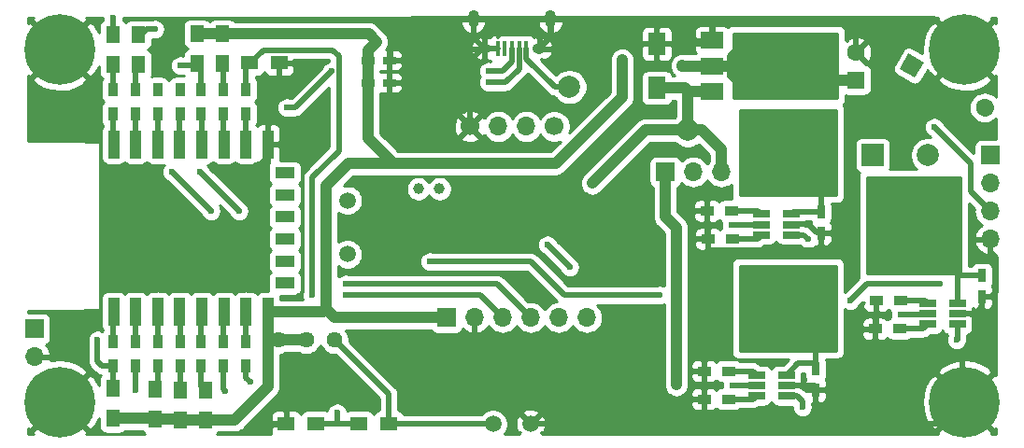
<source format=gtl>
G04 #@! TF.GenerationSoftware,KiCad,Pcbnew,(5.1.0)-1*
G04 #@! TF.CreationDate,2020-04-13T11:23:52+02:00*
G04 #@! TF.ProjectId,objet_chambre,6f626a65-745f-4636-9861-6d6272652e6b,rev?*
G04 #@! TF.SameCoordinates,PX9fa1b90PY2b1e160*
G04 #@! TF.FileFunction,Copper,L1,Top*
G04 #@! TF.FilePolarity,Positive*
%FSLAX46Y46*%
G04 Gerber Fmt 4.6, Leading zero omitted, Abs format (unit mm)*
G04 Created by KiCad (PCBNEW (5.1.0)-1) date 2020-04-13 11:23:52*
%MOMM*%
%LPD*%
G04 APERTURE LIST*
%ADD10R,1.000000X2.500000*%
%ADD11R,1.800000X1.000000*%
%ADD12C,1.700000*%
%ADD13O,1.700000X1.700000*%
%ADD14R,1.700000X1.700000*%
%ADD15R,1.200000X0.750000*%
%ADD16C,6.400000*%
%ADD17R,0.900000X1.200000*%
%ADD18R,1.200000X0.900000*%
%ADD19C,2.000000*%
%ADD20R,2.000000X2.000000*%
%ADD21R,1.600000X2.000000*%
%ADD22C,1.600000*%
%ADD23R,1.600000X1.600000*%
%ADD24R,0.750000X1.200000*%
%ADD25C,1.600000*%
%ADD26C,0.100000*%
%ADD27O,1.000000X1.550000*%
%ADD28O,1.250000X0.950000*%
%ADD29R,0.400000X1.350000*%
%ADD30R,4.064000X4.064000*%
%ADD31R,1.300000X1.500000*%
%ADD32R,1.500000X1.300000*%
%ADD33C,1.500000*%
%ADD34C,1.440000*%
%ADD35R,2.000000X1.500000*%
%ADD36R,2.000000X3.800000*%
%ADD37R,1.560000X0.650000*%
%ADD38C,1.000000*%
%ADD39C,0.600000*%
%ADD40C,1.000000*%
%ADD41C,0.500000*%
%ADD42C,0.254000*%
G04 APERTURE END LIST*
D10*
X-3500000Y-7600000D03*
X-1500000Y-7600000D03*
X500000Y-7600000D03*
X2500000Y-7600000D03*
X4500000Y-7600000D03*
X6500000Y-7600000D03*
X8500000Y-7600000D03*
X10500000Y-7600000D03*
D11*
X12000000Y-5000000D03*
X12000000Y-3000000D03*
X12000000Y-1000000D03*
X12000000Y1000000D03*
X12000000Y3000000D03*
X12000000Y5000000D03*
D10*
X10500000Y7600000D03*
X8500000Y7600000D03*
X6500000Y7600000D03*
X4500000Y7600000D03*
X2500000Y7600000D03*
X500000Y7600000D03*
X-1500000Y7600000D03*
X-3500000Y7600000D03*
D12*
X28804000Y9212000D03*
D13*
X31344000Y9212000D03*
X33884000Y9212000D03*
D12*
X36424000Y9212000D03*
D14*
X26670000Y-8128000D03*
D13*
X29210000Y-8128000D03*
X31750000Y-8128000D03*
X34290000Y-8128000D03*
X36830000Y-8128000D03*
X39370000Y-8128000D03*
D15*
X19571000Y13187000D03*
X21471000Y13187000D03*
X21471000Y15219000D03*
X19571000Y15219000D03*
D16*
X73614000Y-15788000D03*
X73614000Y16212000D03*
X-8386000Y-15788000D03*
X-8386000Y16212000D03*
D17*
X2520000Y-12506000D03*
X2520000Y-10306000D03*
X8489000Y12554000D03*
X8489000Y10354000D03*
X4425000Y-12506000D03*
X4425000Y-10306000D03*
X8489000Y-12506000D03*
X8489000Y-10306000D03*
X6457000Y-12506000D03*
X6457000Y-10306000D03*
X488000Y12554000D03*
X488000Y10354000D03*
X2520000Y12554000D03*
X2520000Y10354000D03*
X-1544000Y12554000D03*
X-1544000Y10354000D03*
X6457000Y12554000D03*
X6457000Y10354000D03*
X-3576000Y12554000D03*
X-3576000Y10354000D03*
X4425000Y12554000D03*
X4425000Y10354000D03*
X-1544000Y-10306000D03*
X-1544000Y-12506000D03*
X488000Y-10306000D03*
X488000Y-12506000D03*
X-3576000Y-10306000D03*
X-3576000Y-12506000D03*
D18*
X50272000Y1556800D03*
X52472000Y1556800D03*
X50356000Y-983200D03*
X52556000Y-983200D03*
X65614000Y-6604000D03*
X67814000Y-6604000D03*
X65514000Y-9144000D03*
X67714000Y-9144000D03*
X50014000Y-12984000D03*
X52214000Y-12984000D03*
X50014000Y-15524000D03*
X52214000Y-15524000D03*
D19*
X70278000Y6604000D03*
D20*
X65278000Y6604000D03*
D21*
X45720000Y16704000D03*
X45720000Y12704000D03*
D22*
X63782000Y15934000D03*
D23*
X63782000Y13434000D03*
D24*
X60114000Y-12766000D03*
X60114000Y-14666000D03*
X75184000Y-6218000D03*
X75184000Y-4318000D03*
X60600000Y-442000D03*
X60600000Y1458000D03*
D22*
X75433114Y10922000D03*
D25*
X75433114Y10922000D02*
X75433114Y10922000D01*
D22*
X68834000Y14732000D03*
D26*
G36*
X67741180Y14439180D02*
G01*
X68541180Y15824820D01*
X69926820Y15024820D01*
X69126820Y13639180D01*
X67741180Y14439180D01*
X67741180Y14439180D01*
G37*
D19*
X37801504Y12789030D03*
X48514000Y8890000D03*
D27*
X29090000Y18975000D03*
X36090000Y18975000D03*
D28*
X30090000Y16275000D03*
X35090000Y16275000D03*
D29*
X31290000Y16275000D03*
X31940000Y16275000D03*
X32590000Y16275000D03*
X33240000Y16275000D03*
X33890000Y16275000D03*
D30*
X57614000Y-7112000D03*
X69342000Y212000D03*
X57614000Y7112000D03*
D13*
X-10668000Y-11684000D03*
D14*
X-10668000Y-9144000D03*
D13*
X51562000Y5080000D03*
X49022000Y5080000D03*
D14*
X46482000Y5080000D03*
D31*
X-1270000Y14826000D03*
X-1270000Y17526000D03*
X-3556000Y14826000D03*
X-3556000Y17526000D03*
D32*
X18716000Y-17780000D03*
X21416000Y-17780000D03*
X14812000Y-17780000D03*
X12112000Y-17780000D03*
D31*
X254000Y-14652000D03*
X254000Y-17352000D03*
D32*
X11510000Y14986000D03*
X8810000Y14986000D03*
D31*
X6350000Y17606000D03*
X6350000Y14906000D03*
X-3556000Y-17272000D03*
X-3556000Y-14572000D03*
X4064000Y14906000D03*
X4064000Y17606000D03*
D33*
X34290000Y-17780000D03*
X30890000Y-17780000D03*
D31*
X4826000Y-14732000D03*
X4826000Y-17432000D03*
X2540000Y-17432000D03*
X2540000Y-14732000D03*
D34*
X16510000Y-10160000D03*
X13970000Y-10160000D03*
X11430000Y-10160000D03*
D35*
X50726000Y17004000D03*
X50726000Y12404000D03*
X50726000Y14704000D03*
D36*
X57026000Y14704000D03*
D37*
X57464000Y-15238000D03*
X57464000Y-14288000D03*
X57464000Y-13338000D03*
X54764000Y-13338000D03*
X54764000Y-15238000D03*
X54764000Y-14288000D03*
X70264000Y-7788000D03*
X70264000Y-8738000D03*
X70264000Y-6838000D03*
X72964000Y-6838000D03*
X72964000Y-7788000D03*
X72964000Y-8738000D03*
X55186000Y318800D03*
X55186000Y-631200D03*
X55186000Y1268800D03*
X57886000Y1268800D03*
X57886000Y318800D03*
X57886000Y-631200D03*
D14*
X75946000Y6604000D03*
D13*
X75946000Y4064000D03*
X75946000Y1524000D03*
X75946000Y-1016000D03*
D33*
X17702000Y2495000D03*
X17702000Y-2385000D03*
D38*
X24130000Y3556000D03*
X26030000Y3556000D03*
D39*
X39878000Y4064000D03*
X20320000Y16891000D03*
X48006000Y14732000D03*
X42586000Y15240000D03*
X12974000Y-7600000D03*
X52578000Y-14254000D03*
X67818000Y-7874000D03*
X52472000Y286800D03*
X47498000Y0D03*
X47498000Y-14224000D03*
X47498000Y-9652012D03*
X2540000Y14732000D03*
X25146000Y-3048000D03*
X45974000Y-6096000D03*
X4425000Y-12506000D03*
X2520000Y-12506000D03*
X63246000Y-6604000D03*
X71374000Y-5080000D03*
X37846000Y-3556000D03*
X35814000Y-1524010D03*
X5334000Y1524000D03*
X395627Y12461627D03*
X1778000Y5080004D03*
X17526000Y-6096000D03*
X7874000Y1524000D03*
X4318000Y5080000D03*
X2520000Y12554000D03*
X17526000Y-5080000D03*
X6614000Y-14788000D03*
X58928000Y-16256000D03*
X8890000Y-13970000D03*
X72898000Y-10160000D03*
X21590000Y16891000D03*
X15240000Y7620004D03*
X21116207Y9008648D03*
X9144000Y-17780000D03*
X58962000Y-14288000D03*
X74558000Y-7738000D03*
X59428000Y384800D03*
X6858000Y-2032000D03*
X9271000Y3936988D03*
X-4953000Y-10160000D03*
X30480000Y14224000D03*
X30480000Y13208000D03*
X70866000Y9144026D03*
X-1524000Y-14732000D03*
X16764000Y-16764000D03*
X59436000Y-1016000D03*
X14478000Y-6096000D03*
X16256000Y14224000D03*
X12192000Y10922000D03*
X254000Y18034000D03*
X254000Y18034000D03*
X-3556000Y19050000D03*
D40*
X48514000Y12362000D02*
X48556000Y12404000D01*
X48514000Y8890000D02*
X48514000Y12362000D01*
X50726000Y12404000D02*
X48556000Y12404000D01*
X48256000Y12704000D02*
X45720000Y12704000D01*
X48556000Y12404000D02*
X48256000Y12704000D01*
X49784000Y8890000D02*
X48514000Y8890000D01*
X51562000Y5080000D02*
X51562000Y7112000D01*
X51562000Y7112000D02*
X49784000Y8890000D01*
X44704000Y8890000D02*
X48514000Y8890000D01*
X39878000Y4064000D02*
X44704000Y8890000D01*
X19571000Y13187000D02*
X19571000Y15219000D01*
X4064000Y17606000D02*
X6350000Y17606000D01*
X19571000Y16142000D02*
X19571000Y15219000D01*
X20320000Y16891000D02*
X19571000Y16142000D01*
X19605000Y17606000D02*
X20320000Y16891000D01*
X6350000Y17606000D02*
X19605000Y17606000D01*
X57054000Y14732000D02*
X57026000Y14704000D01*
X59944000Y14732000D02*
X57054000Y14732000D01*
X63782000Y13434000D02*
X61242000Y13434000D01*
X61242000Y13434000D02*
X59944000Y14732000D01*
X50726000Y14704000D02*
X48034000Y14704000D01*
X48034000Y14704000D02*
X48006000Y14732000D01*
X19571000Y8115000D02*
X20574000Y7112000D01*
X19571000Y13187000D02*
X19571000Y8115000D01*
X20574000Y7112000D02*
X21844000Y5842000D01*
X10500000Y-7600000D02*
X12974000Y-7600000D01*
X50726000Y14704000D02*
X53122000Y14704000D01*
X53122000Y14704000D02*
X54606000Y14704000D01*
X54606000Y14704000D02*
X57026000Y14704000D01*
X10500000Y-10373000D02*
X10500000Y-7600000D01*
X-3556000Y-17272000D02*
X428000Y-17272000D01*
X4826000Y-17432000D02*
X2540000Y-17432000D01*
X2460000Y-17352000D02*
X2540000Y-17432000D01*
X254000Y-17352000D02*
X2460000Y-17352000D01*
D41*
X54764000Y-14288000D02*
X52612000Y-14288000D01*
X52612000Y-14288000D02*
X52578000Y-14254000D01*
X70178000Y-7874000D02*
X70264000Y-7788000D01*
X67818000Y-7874000D02*
X70178000Y-7874000D01*
X55186000Y318800D02*
X52504000Y318800D01*
X52504000Y318800D02*
X52472000Y286800D01*
D40*
X10500000Y-10373000D02*
X10500000Y-14392000D01*
X7460000Y-17432000D02*
X4826000Y-17432000D01*
X10500000Y-14392000D02*
X7460000Y-17432000D01*
X17780000Y5842000D02*
X21844000Y5842000D01*
X15748000Y3810000D02*
X17780000Y5842000D01*
X15748000Y-4826000D02*
X15748000Y3810000D01*
X46482000Y1016000D02*
X47498000Y0D01*
X46482000Y5080000D02*
X46482000Y1016000D01*
X42586000Y11852000D02*
X42586000Y15240000D01*
X21844000Y5842000D02*
X36576000Y5842000D01*
X36576000Y5842000D02*
X42586000Y11852000D01*
X47498000Y-14224000D02*
X47498000Y-9652012D01*
X47498000Y-424264D02*
X47498000Y-9652012D01*
X47498000Y0D02*
X47498000Y-424264D01*
X13970000Y-10160000D02*
X11430000Y-10160000D01*
X10713000Y-10160000D02*
X10500000Y-10373000D01*
X11430000Y-10160000D02*
X10713000Y-10160000D01*
X15748000Y-5842000D02*
X15748000Y-4826000D01*
X15748000Y-7366000D02*
X15748000Y-5842000D01*
X12974000Y-7600000D02*
X15514000Y-7600000D01*
X15514000Y-7600000D02*
X15748000Y-7366000D01*
X16510000Y-8128000D02*
X26670000Y-8128000D01*
X15748000Y-7366000D02*
X16510000Y-8128000D01*
D41*
X4425000Y14545000D02*
X4064000Y14906000D01*
X4425000Y12554000D02*
X4425000Y14545000D01*
X3890000Y14732000D02*
X4064000Y14906000D01*
X2540000Y14732000D02*
X3890000Y14732000D01*
X37338000Y-6096000D02*
X45549736Y-6096000D01*
X25146000Y-3048000D02*
X34290000Y-3048000D01*
X45549736Y-6096000D02*
X45974000Y-6096000D01*
X34290000Y-3048000D02*
X37338000Y-6096000D01*
X4425000Y-14331000D02*
X4826000Y-14732000D01*
X4425000Y-12506000D02*
X4425000Y-14331000D01*
X2520000Y-14712000D02*
X2540000Y-14732000D01*
X2520000Y-12506000D02*
X2520000Y-14712000D01*
X64770000Y-5080000D02*
X71374000Y-5080000D01*
X63246000Y-6604000D02*
X64770000Y-5080000D01*
X35814010Y-1524010D02*
X35814000Y-1524010D01*
X37846000Y-3556000D02*
X35814010Y-1524010D01*
X5334000Y1524000D02*
X1778000Y5080000D01*
X1778000Y5080000D02*
X1778000Y5080004D01*
X29718000Y-6096000D02*
X17950264Y-6096000D01*
X31750000Y-8128000D02*
X29718000Y-6096000D01*
X17950264Y-6096000D02*
X17526000Y-6096000D01*
X7874000Y1524000D02*
X4318000Y5080000D01*
X17950264Y-5080000D02*
X17526000Y-5080000D01*
X31242000Y-5080000D02*
X17950264Y-5080000D01*
X34290000Y-8128000D02*
X31242000Y-5080000D01*
X6457000Y-12506000D02*
X6457000Y-14631000D01*
X6457000Y-14631000D02*
X6614000Y-14788000D01*
X58928000Y-15748000D02*
X58928000Y-16256000D01*
X57464000Y-15238000D02*
X58418000Y-15238000D01*
X58418000Y-15238000D02*
X58928000Y-15748000D01*
X8489000Y-12506000D02*
X8489000Y-13569000D01*
X8489000Y-13569000D02*
X8890000Y-13970000D01*
X72964000Y-10094000D02*
X72898000Y-10160000D01*
X72964000Y-8738000D02*
X72964000Y-10094000D01*
X31290000Y16275000D02*
X30090000Y16275000D01*
X29090000Y17275000D02*
X30090000Y16275000D01*
X29090000Y18975000D02*
X29090000Y17275000D01*
X36090000Y17275000D02*
X35090000Y16275000D01*
X36090000Y18975000D02*
X36090000Y17275000D01*
X21471000Y13187000D02*
X21471000Y15219000D01*
X21590000Y15338000D02*
X21471000Y15219000D01*
X21590000Y16891000D02*
X21590000Y15338000D01*
X29940000Y16275000D02*
X30090000Y16275000D01*
X28804000Y15139000D02*
X29940000Y16275000D01*
X28804000Y9212000D02*
X28804000Y15139000D01*
X11510000Y13608000D02*
X11510000Y14986000D01*
X10500000Y7600000D02*
X10500000Y12598000D01*
X10500000Y12598000D02*
X11510000Y13608000D01*
X70851000Y18975000D02*
X73614000Y16212000D01*
X63782000Y18928000D02*
X63829000Y18975000D01*
X63782000Y15934000D02*
X63782000Y18928000D01*
X63829000Y18975000D02*
X70851000Y18975000D01*
X36090000Y18975000D02*
X50725000Y18975000D01*
X50725000Y18975000D02*
X63829000Y18975000D01*
X50725000Y18255000D02*
X50725000Y18975000D01*
X50726000Y17004000D02*
X50726000Y18254000D01*
X50726000Y18254000D02*
X50725000Y18255000D01*
X50426000Y16704000D02*
X50726000Y17004000D01*
X45720000Y16704000D02*
X50426000Y16704000D01*
X15219996Y7600000D02*
X15240000Y7620004D01*
X10500000Y7600000D02*
X15219996Y7600000D01*
X21471000Y13187000D02*
X21471000Y9363441D01*
X21471000Y9363441D02*
X21416206Y9308647D01*
X21416206Y9308647D02*
X21116207Y9008648D01*
X23547000Y18975000D02*
X29090000Y18975000D01*
X21590000Y16891000D02*
X21590000Y17018000D01*
X21590000Y17018000D02*
X23547000Y18975000D01*
X29090000Y18975000D02*
X36090000Y18975000D01*
X9144000Y-17780000D02*
X12112000Y-17780000D01*
X10500000Y7600000D02*
X10500000Y6436000D01*
X50014000Y-12984000D02*
X50014000Y-15524000D01*
X57464000Y-14288000D02*
X58962000Y-14288000D01*
X58962000Y-14288000D02*
X60014000Y-14288000D01*
X73014000Y-7738000D02*
X72964000Y-7788000D01*
X74558000Y-7738000D02*
X73014000Y-7738000D01*
X57952000Y384800D02*
X57886000Y318800D01*
X59428000Y384800D02*
X57952000Y384800D01*
X75184000Y-7112000D02*
X74558000Y-7738000D01*
X75184000Y-6218000D02*
X75184000Y-7112000D01*
X65614000Y-9044000D02*
X65514000Y-9144000D01*
X65614000Y-6604000D02*
X65614000Y-9044000D01*
X74558000Y-8162264D02*
X74558000Y-7738000D01*
X74558000Y-10278000D02*
X74558000Y-8162264D01*
X73406000Y-11430000D02*
X74558000Y-10278000D01*
X66850000Y-11430000D02*
X73406000Y-11430000D01*
X65514000Y-9144000D02*
X65514000Y-10094000D01*
X65514000Y-10094000D02*
X66850000Y-11430000D01*
X73406000Y-15580000D02*
X73614000Y-15788000D01*
X73406000Y-11430000D02*
X73406000Y-15580000D01*
X50272000Y-899200D02*
X50356000Y-983200D01*
X50272000Y1556800D02*
X50272000Y-899200D01*
X50356000Y-983200D02*
X50356000Y-1933200D01*
X50356000Y-1933200D02*
X50454800Y-2032000D01*
X50014000Y-2472800D02*
X50454800Y-2032000D01*
X50014000Y-12984000D02*
X50014000Y-2472800D01*
X29210000Y-12700000D02*
X34290000Y-17780000D01*
X29210000Y-8128000D02*
X29210000Y-12700000D01*
X10500000Y6436000D02*
X9271000Y5207000D01*
X71622000Y-17780000D02*
X73614000Y-15788000D01*
X60114000Y-17696000D02*
X60198000Y-17780000D01*
X60114000Y-14666000D02*
X60114000Y-17696000D01*
X60198000Y-17780000D02*
X71622000Y-17780000D01*
X50014000Y-17756000D02*
X50038000Y-17780000D01*
X50014000Y-15524000D02*
X50014000Y-17756000D01*
X34290000Y-17780000D02*
X50038000Y-17780000D01*
X50038000Y-17780000D02*
X60198000Y-17780000D01*
X50454800Y-2032000D02*
X60198000Y-2032000D01*
X60600000Y-1630000D02*
X60600000Y-442000D01*
X60198000Y-2032000D02*
X60600000Y-1630000D01*
X59428000Y384800D02*
X60198000Y-385200D01*
X60543200Y-385200D02*
X60600000Y-442000D01*
X60198000Y-385200D02*
X60543200Y-385200D01*
X76059000Y-6218000D02*
X75184000Y-6218000D01*
X76454000Y-5823000D02*
X76059000Y-6218000D01*
X76454000Y-2726081D02*
X76454000Y-5823000D01*
X75946000Y-2218081D02*
X76454000Y-2726081D01*
X75946000Y-1016000D02*
X75946000Y-2218081D01*
X8382000Y-2032000D02*
X6858000Y-2032000D01*
X9271000Y5207000D02*
X9271000Y-1143000D01*
X9271000Y-1143000D02*
X8382000Y-2032000D01*
X9271000Y5207000D02*
X9271000Y3936988D01*
X-3576000Y-14552000D02*
X-3556000Y-14572000D01*
X-3576000Y-12506000D02*
X-3576000Y-14552000D01*
X-4526000Y-12506000D02*
X-4953000Y-12079000D01*
X-3576000Y-12506000D02*
X-4526000Y-12506000D01*
X-4953000Y-12079000D02*
X-4953000Y-10160000D01*
X60114000Y-8788000D02*
X57614000Y-6288000D01*
X60114000Y-12288000D02*
X60114000Y-8788000D01*
X58514000Y-12288000D02*
X57464000Y-13338000D01*
X60114000Y-12288000D02*
X58514000Y-12288000D01*
X72964000Y-2638000D02*
X70114000Y212000D01*
X73030000Y-4318000D02*
X72964000Y-4252000D01*
X75184000Y-4318000D02*
X73030000Y-4318000D01*
X72964000Y-6838000D02*
X72964000Y-4252000D01*
X72964000Y-4252000D02*
X72964000Y-2638000D01*
X60600000Y5544000D02*
X58016000Y8128000D01*
X60600000Y2030800D02*
X60600000Y5908800D01*
X58075200Y1458000D02*
X57886000Y1268800D01*
X60600000Y1458000D02*
X58075200Y1458000D01*
X36486970Y12789030D02*
X37801504Y12789030D01*
X33890000Y16275000D02*
X33890000Y15386000D01*
X33890000Y15386000D02*
X36486970Y12789030D01*
X32590000Y15100000D02*
X32590000Y16275000D01*
X31714000Y14224000D02*
X32590000Y15100000D01*
X30480000Y14224000D02*
X31714000Y14224000D01*
X33240000Y15100000D02*
X33240000Y16275000D01*
X33240000Y14444000D02*
X33240000Y15100000D01*
X30480000Y13208000D02*
X32004000Y13208000D01*
X32004000Y13208000D02*
X33240000Y14444000D01*
X54478000Y-15524000D02*
X54764000Y-15238000D01*
X52214000Y-15524000D02*
X54478000Y-15524000D01*
X54410000Y-12984000D02*
X54764000Y-13338000D01*
X52214000Y-12984000D02*
X54410000Y-12984000D01*
X69858000Y-9144000D02*
X70264000Y-8738000D01*
X67714000Y-9144000D02*
X69858000Y-9144000D01*
X70030000Y-6604000D02*
X70264000Y-6838000D01*
X67814000Y-6604000D02*
X70030000Y-6604000D01*
X54834000Y-983200D02*
X55186000Y-631200D01*
X52556000Y-983200D02*
X54834000Y-983200D01*
X54898000Y1556800D02*
X55186000Y1268800D01*
X52472000Y1556800D02*
X54898000Y1556800D01*
X74168000Y3302000D02*
X75946000Y1524000D01*
X70866000Y9144026D02*
X74168000Y5842026D01*
X74168000Y5842026D02*
X74168000Y3302000D01*
X-3576000Y-7632000D02*
X-3520000Y-7576000D01*
X-3576000Y-10306000D02*
X-3576000Y-6616000D01*
X488000Y-7584000D02*
X480000Y-7576000D01*
X488000Y-10306000D02*
X488000Y-6568000D01*
X488000Y-14632000D02*
X508000Y-14652000D01*
X488000Y-12506000D02*
X488000Y-14632000D01*
X-1544000Y-12506000D02*
X-1544000Y-14712000D01*
X-1544000Y-14712000D02*
X-1524000Y-14732000D01*
X16764000Y-16764000D02*
X16764000Y-17780000D01*
X14812000Y-17780000D02*
X16764000Y-17780000D01*
X16764000Y-17780000D02*
X18716000Y-17780000D01*
X-1544000Y-7600000D02*
X-1520000Y-7576000D01*
X-1544000Y-10306000D02*
X-1544000Y-6584000D01*
X4480000Y10299000D02*
X4425000Y10354000D01*
X4480000Y6608000D02*
X4480000Y10299000D01*
X-3520000Y10298000D02*
X-3576000Y10354000D01*
X-3520000Y6608000D02*
X-3520000Y10298000D01*
X-3576000Y14806000D02*
X-3556000Y14826000D01*
X-3576000Y12554000D02*
X-3576000Y14806000D01*
X6457000Y14799000D02*
X6350000Y14906000D01*
X6457000Y12554000D02*
X6457000Y14799000D01*
X6480000Y10331000D02*
X6457000Y10354000D01*
X6480000Y6608000D02*
X6480000Y10331000D01*
X-1520000Y10330000D02*
X-1544000Y10354000D01*
X-1520000Y6608000D02*
X-1520000Y10330000D01*
X-1544000Y14552000D02*
X-1270000Y14826000D01*
X-1544000Y12554000D02*
X-1544000Y14552000D01*
X2480000Y10314000D02*
X2520000Y10354000D01*
X2480000Y6608000D02*
X2480000Y10314000D01*
X480000Y10346000D02*
X488000Y10354000D01*
X480000Y6608000D02*
X480000Y10346000D01*
X6457000Y-7599000D02*
X6480000Y-7576000D01*
X6457000Y-10306000D02*
X6457000Y-6583000D01*
X8489000Y-7585000D02*
X8480000Y-7576000D01*
X8489000Y-10306000D02*
X8489000Y-6569000D01*
X4425000Y-7631000D02*
X4480000Y-7576000D01*
X4425000Y-10306000D02*
X4425000Y-6615000D01*
X8489000Y7633000D02*
X8480000Y7624000D01*
X8489000Y10354000D02*
X8489000Y6617000D01*
X8489000Y14665000D02*
X8810000Y14986000D01*
X8489000Y12554000D02*
X8489000Y14665000D01*
X59051200Y-631200D02*
X57886000Y-631200D01*
X59436000Y-1016000D02*
X59051200Y-631200D01*
X10060000Y16136000D02*
X16376000Y16136000D01*
X8810000Y14986000D02*
X8910000Y14986000D01*
X8910000Y14986000D02*
X10060000Y16136000D01*
X16906001Y7000001D02*
X14478000Y4572000D01*
X16376000Y16136000D02*
X16906001Y15605999D01*
X16906001Y15605999D02*
X16906001Y7000001D01*
X14478000Y-5671736D02*
X14478000Y-6096000D01*
X14478000Y4572000D02*
X14478000Y-5671736D01*
X2520000Y-7616000D02*
X2480000Y-7576000D01*
X2520000Y-10306000D02*
X2520000Y-6600000D01*
X16256000Y14224000D02*
X12954000Y10922000D01*
X12954000Y10922000D02*
X12192000Y10922000D01*
X-508000Y18034000D02*
X254000Y18034000D01*
X-1270000Y17526000D02*
X-1016000Y17526000D01*
X-1016000Y17526000D02*
X-508000Y18034000D01*
X-3556000Y19050000D02*
X-3556000Y17526000D01*
X30890000Y-17780000D02*
X21416000Y-17780000D01*
X21416000Y-15066000D02*
X16510000Y-10160000D01*
X21416000Y-17780000D02*
X21416000Y-15066000D01*
X12060000Y-5056000D02*
X11980000Y-4976000D01*
X12028000Y-3024000D02*
X11980000Y-2976000D01*
X11996000Y-992000D02*
X11980000Y-976000D01*
X11996000Y1040000D02*
X11980000Y1024000D01*
X12028000Y3072000D02*
X11980000Y3024000D01*
X12060000Y5104000D02*
X11980000Y5024000D01*
D42*
G36*
X61987000Y2955629D02*
G01*
X53241000Y2955629D01*
X53241000Y10701629D01*
X61987000Y10701629D01*
X61987000Y2955629D01*
X61987000Y2955629D01*
G37*
X61987000Y2955629D02*
X53241000Y2955629D01*
X53241000Y10701629D01*
X61987000Y10701629D01*
X61987000Y2955629D01*
G36*
X61987000Y-11152286D02*
G01*
X53241000Y-11160875D01*
X53241000Y-3414875D01*
X61987000Y-3406286D01*
X61987000Y-11152286D01*
X61987000Y-11152286D01*
G37*
X61987000Y-11152286D02*
X53241000Y-11160875D01*
X53241000Y-3414875D01*
X61987000Y-3406286D01*
X61987000Y-11152286D01*
G36*
X73279000Y-4161000D02*
G01*
X71505520Y-4161000D01*
X71465301Y-4153000D01*
X71282699Y-4153000D01*
X71242480Y-4161000D01*
X64741000Y-4161000D01*
X64741000Y4585000D01*
X73279000Y4585000D01*
X73279000Y-4161000D01*
X73279000Y-4161000D01*
G37*
X73279000Y-4161000D02*
X71505520Y-4161000D01*
X71465301Y-4153000D01*
X71282699Y-4153000D01*
X71242480Y-4161000D01*
X64741000Y-4161000D01*
X64741000Y4585000D01*
X73279000Y4585000D01*
X73279000Y-4161000D01*
G36*
X-10907276Y18912881D02*
G01*
X-8386000Y16391605D01*
X-5864724Y18912881D01*
X-5991331Y19085000D01*
X-4483000Y19085000D01*
X-4483000Y18958699D01*
X-4461458Y18850402D01*
X-4556028Y18799853D01*
X-4651501Y18721501D01*
X-4729853Y18626028D01*
X-4788075Y18517103D01*
X-4823927Y18398913D01*
X-4836033Y18276000D01*
X-4836033Y17701222D01*
X-5168445Y18332670D01*
X-5195452Y18373088D01*
X-5685119Y18733276D01*
X-8206395Y16212000D01*
X-5685119Y13690724D01*
X-5195452Y14050912D01*
X-4836033Y14713257D01*
X-4836033Y14076000D01*
X-4823927Y13953087D01*
X-4788075Y13834897D01*
X-4729853Y13725972D01*
X-4651501Y13630499D01*
X-4556028Y13552147D01*
X-4524287Y13535181D01*
X-4549853Y13504028D01*
X-4608075Y13395103D01*
X-4643927Y13276913D01*
X-4656033Y13154000D01*
X-4656033Y11954000D01*
X-4643927Y11831087D01*
X-4608075Y11712897D01*
X-4549853Y11603972D01*
X-4471501Y11508499D01*
X-4405093Y11454000D01*
X-4471501Y11399501D01*
X-4549853Y11304028D01*
X-4608075Y11195103D01*
X-4643927Y11076913D01*
X-4656033Y10954000D01*
X-4656033Y9754000D01*
X-4643927Y9631087D01*
X-4608075Y9512897D01*
X-4549853Y9403972D01*
X-4471501Y9308499D01*
X-4449591Y9290518D01*
X-4523853Y9200028D01*
X-4582075Y9091103D01*
X-4617927Y8972913D01*
X-4630033Y8850000D01*
X-4630033Y6350000D01*
X-4617927Y6227087D01*
X-4582075Y6108897D01*
X-4523853Y5999972D01*
X-4445501Y5904499D01*
X-4350028Y5826147D01*
X-4241103Y5767925D01*
X-4122913Y5732073D01*
X-4000000Y5719967D01*
X-3000000Y5719967D01*
X-2877087Y5732073D01*
X-2758897Y5767925D01*
X-2649972Y5826147D01*
X-2554499Y5904499D01*
X-2500000Y5970907D01*
X-2445501Y5904499D01*
X-2350028Y5826147D01*
X-2241103Y5767925D01*
X-2122913Y5732073D01*
X-2000000Y5719967D01*
X-1000000Y5719967D01*
X-877087Y5732073D01*
X-758897Y5767925D01*
X-649972Y5826147D01*
X-554499Y5904499D01*
X-500000Y5970907D01*
X-445501Y5904499D01*
X-350028Y5826147D01*
X-241103Y5767925D01*
X-122913Y5732073D01*
X0Y5719967D01*
X1000000Y5719967D01*
X1118676Y5731656D01*
X1057952Y5670932D01*
X956504Y5519103D01*
X886624Y5350400D01*
X851000Y5171305D01*
X851000Y4988703D01*
X886624Y4809608D01*
X956504Y4640905D01*
X1057952Y4489076D01*
X1187072Y4359956D01*
X1338901Y4258508D01*
X1373600Y4244135D01*
X4498128Y1119607D01*
X4512504Y1084901D01*
X4613952Y933072D01*
X4743072Y803952D01*
X4894901Y702504D01*
X5063604Y632624D01*
X5242699Y597000D01*
X5425301Y597000D01*
X5604396Y632624D01*
X5773099Y702504D01*
X5924928Y803952D01*
X6054048Y933072D01*
X6155496Y1084901D01*
X6225376Y1253604D01*
X6261000Y1432699D01*
X6261000Y1615301D01*
X6225376Y1794396D01*
X6155496Y1963099D01*
X6076683Y2081052D01*
X7038128Y1119607D01*
X7052504Y1084901D01*
X7153952Y933072D01*
X7283072Y803952D01*
X7434901Y702504D01*
X7603604Y632624D01*
X7782699Y597000D01*
X7965301Y597000D01*
X8144396Y632624D01*
X8313099Y702504D01*
X8464928Y803952D01*
X8594048Y933072D01*
X8695496Y1084901D01*
X8765376Y1253604D01*
X8801000Y1432699D01*
X8801000Y1615301D01*
X8765376Y1794396D01*
X8695496Y1963099D01*
X8594048Y2114928D01*
X8464928Y2244048D01*
X8313099Y2345496D01*
X8278393Y2359872D01*
X5153872Y5484393D01*
X5139496Y5519099D01*
X5038048Y5670928D01*
X4989009Y5719967D01*
X5000000Y5719967D01*
X5122913Y5732073D01*
X5241103Y5767925D01*
X5350028Y5826147D01*
X5445501Y5904499D01*
X5500000Y5970907D01*
X5554499Y5904499D01*
X5649972Y5826147D01*
X5758897Y5767925D01*
X5877087Y5732073D01*
X6000000Y5719967D01*
X7000000Y5719967D01*
X7122913Y5732073D01*
X7241103Y5767925D01*
X7350028Y5826147D01*
X7445501Y5904499D01*
X7500000Y5970907D01*
X7554499Y5904499D01*
X7649972Y5826147D01*
X7758897Y5767925D01*
X7877087Y5732073D01*
X8000000Y5719967D01*
X9000000Y5719967D01*
X9122913Y5732073D01*
X9241103Y5767925D01*
X9350028Y5826147D01*
X9445501Y5904499D01*
X9494826Y5964602D01*
X9548815Y5898815D01*
X9645506Y5819463D01*
X9755820Y5760498D01*
X9875518Y5724188D01*
X10000000Y5711928D01*
X10214250Y5715000D01*
X10373000Y5873750D01*
X10373000Y7473000D01*
X10353000Y7473000D01*
X10353000Y7727000D01*
X10373000Y7727000D01*
X10373000Y9326250D01*
X10627000Y9326250D01*
X10627000Y7727000D01*
X11476250Y7727000D01*
X11635000Y7885750D01*
X11638072Y8850000D01*
X11625812Y8974482D01*
X11589502Y9094180D01*
X11530537Y9204494D01*
X11451185Y9301185D01*
X11354494Y9380537D01*
X11244180Y9439502D01*
X11124482Y9475812D01*
X11000000Y9488072D01*
X10785750Y9485000D01*
X10627000Y9326250D01*
X10373000Y9326250D01*
X10214250Y9485000D01*
X10000000Y9488072D01*
X9875518Y9475812D01*
X9755820Y9439502D01*
X9645506Y9380537D01*
X9548815Y9301185D01*
X9494826Y9235398D01*
X9445501Y9295501D01*
X9402676Y9330646D01*
X9462853Y9403972D01*
X9521075Y9512897D01*
X9556927Y9631087D01*
X9569033Y9754000D01*
X9569033Y10954000D01*
X9556927Y11076913D01*
X9521075Y11195103D01*
X9462853Y11304028D01*
X9384501Y11399501D01*
X9318093Y11454000D01*
X9384501Y11508499D01*
X9462853Y11603972D01*
X9521075Y11712897D01*
X9556927Y11831087D01*
X9569033Y11954000D01*
X9569033Y13154000D01*
X9556927Y13276913D01*
X9521075Y13395103D01*
X9462853Y13504028D01*
X9384501Y13599501D01*
X9366000Y13614684D01*
X9366000Y13705967D01*
X9560000Y13705967D01*
X9682913Y13718073D01*
X9801103Y13753925D01*
X9910028Y13812147D01*
X10005501Y13890499D01*
X10083853Y13985972D01*
X10142075Y14094897D01*
X10155820Y14140208D01*
X10170498Y14091820D01*
X10229463Y13981506D01*
X10308815Y13884815D01*
X10405506Y13805463D01*
X10515820Y13746498D01*
X10635518Y13710188D01*
X10760000Y13697928D01*
X11224250Y13701000D01*
X11383000Y13859750D01*
X11383000Y14859000D01*
X11637000Y14859000D01*
X11637000Y13859750D01*
X11795750Y13701000D01*
X12260000Y13697928D01*
X12384482Y13710188D01*
X12504180Y13746498D01*
X12614494Y13805463D01*
X12711185Y13884815D01*
X12790537Y13981506D01*
X12849502Y14091820D01*
X12885812Y14211518D01*
X12898072Y14336000D01*
X12895000Y14700250D01*
X12736250Y14859000D01*
X11637000Y14859000D01*
X11383000Y14859000D01*
X11363000Y14859000D01*
X11363000Y15113000D01*
X11383000Y15113000D01*
X11383000Y15133000D01*
X11637000Y15133000D01*
X11637000Y15113000D01*
X12736250Y15113000D01*
X12882250Y15259000D01*
X16012735Y15259000D01*
X16029001Y15242734D01*
X16029001Y15124008D01*
X15985604Y15115376D01*
X15816901Y15045496D01*
X15665072Y14944048D01*
X15535952Y14814928D01*
X15434504Y14663099D01*
X15420128Y14628393D01*
X12590735Y11799000D01*
X12497102Y11799000D01*
X12462396Y11813376D01*
X12283301Y11849000D01*
X12100699Y11849000D01*
X11921604Y11813376D01*
X11752901Y11743496D01*
X11601072Y11642048D01*
X11471952Y11512928D01*
X11370504Y11361099D01*
X11300624Y11192396D01*
X11265000Y11013301D01*
X11265000Y10830699D01*
X11300624Y10651604D01*
X11370504Y10482901D01*
X11471952Y10331072D01*
X11601072Y10201952D01*
X11752901Y10100504D01*
X11921604Y10030624D01*
X12100699Y9995000D01*
X12283301Y9995000D01*
X12462396Y10030624D01*
X12497102Y10045000D01*
X12910921Y10045000D01*
X12954000Y10040757D01*
X12997079Y10045000D01*
X13125922Y10057690D01*
X13291237Y10107838D01*
X13443592Y10189273D01*
X13577133Y10298867D01*
X13604597Y10332332D01*
X16029001Y12756736D01*
X16029002Y7363268D01*
X13888332Y5222597D01*
X13854867Y5195133D01*
X13745273Y5061591D01*
X13698437Y4973967D01*
X13663838Y4909236D01*
X13613690Y4743922D01*
X13596757Y4572000D01*
X13601000Y4528920D01*
X13601001Y-5628648D01*
X13601000Y-5628658D01*
X13601000Y-5790898D01*
X13586624Y-5825604D01*
X13551000Y-6004699D01*
X13551000Y-6187301D01*
X13586624Y-6366396D01*
X13630781Y-6473000D01*
X11630033Y-6473000D01*
X11630033Y-6350000D01*
X11617927Y-6227087D01*
X11588486Y-6130033D01*
X12900000Y-6130033D01*
X13022913Y-6117927D01*
X13141103Y-6082075D01*
X13250028Y-6023853D01*
X13345501Y-5945501D01*
X13423853Y-5850028D01*
X13482075Y-5741103D01*
X13517927Y-5622913D01*
X13530033Y-5500000D01*
X13530033Y-4500000D01*
X13517927Y-4377087D01*
X13482075Y-4258897D01*
X13423853Y-4149972D01*
X13345501Y-4054499D01*
X13279093Y-4000000D01*
X13345501Y-3945501D01*
X13423853Y-3850028D01*
X13482075Y-3741103D01*
X13517927Y-3622913D01*
X13530033Y-3500000D01*
X13530033Y-2500000D01*
X13517927Y-2377087D01*
X13482075Y-2258897D01*
X13423853Y-2149972D01*
X13345501Y-2054499D01*
X13279093Y-2000000D01*
X13345501Y-1945501D01*
X13423853Y-1850028D01*
X13482075Y-1741103D01*
X13517927Y-1622913D01*
X13530033Y-1500000D01*
X13530033Y-500000D01*
X13517927Y-377087D01*
X13482075Y-258897D01*
X13423853Y-149972D01*
X13345501Y-54499D01*
X13279093Y0D01*
X13345501Y54499D01*
X13423853Y149972D01*
X13482075Y258897D01*
X13517927Y377087D01*
X13530033Y500000D01*
X13530033Y1500000D01*
X13517927Y1622913D01*
X13482075Y1741103D01*
X13423853Y1850028D01*
X13345501Y1945501D01*
X13279093Y2000000D01*
X13345501Y2054499D01*
X13423853Y2149972D01*
X13482075Y2258897D01*
X13517927Y2377087D01*
X13530033Y2500000D01*
X13530033Y3500000D01*
X13517927Y3622913D01*
X13482075Y3741103D01*
X13423853Y3850028D01*
X13345501Y3945501D01*
X13279093Y4000000D01*
X13345501Y4054499D01*
X13423853Y4149972D01*
X13482075Y4258897D01*
X13517927Y4377087D01*
X13530033Y4500000D01*
X13530033Y5500000D01*
X13517927Y5622913D01*
X13482075Y5741103D01*
X13423853Y5850028D01*
X13345501Y5945501D01*
X13250028Y6023853D01*
X13141103Y6082075D01*
X13022913Y6117927D01*
X12900000Y6130033D01*
X11596847Y6130033D01*
X11625812Y6225518D01*
X11638072Y6350000D01*
X11635000Y7314250D01*
X11476250Y7473000D01*
X10627000Y7473000D01*
X10627000Y5911993D01*
X10576147Y5850028D01*
X10517925Y5741103D01*
X10482073Y5622913D01*
X10469967Y5500000D01*
X10469967Y4500000D01*
X10482073Y4377087D01*
X10517925Y4258897D01*
X10576147Y4149972D01*
X10654499Y4054499D01*
X10720907Y4000000D01*
X10654499Y3945501D01*
X10576147Y3850028D01*
X10517925Y3741103D01*
X10482073Y3622913D01*
X10469967Y3500000D01*
X10469967Y2500000D01*
X10482073Y2377087D01*
X10517925Y2258897D01*
X10576147Y2149972D01*
X10654499Y2054499D01*
X10720907Y2000000D01*
X10654499Y1945501D01*
X10576147Y1850028D01*
X10517925Y1741103D01*
X10482073Y1622913D01*
X10469967Y1500000D01*
X10469967Y500000D01*
X10482073Y377087D01*
X10517925Y258897D01*
X10576147Y149972D01*
X10654499Y54499D01*
X10720907Y0D01*
X10654499Y-54499D01*
X10576147Y-149972D01*
X10517925Y-258897D01*
X10482073Y-377087D01*
X10469967Y-500000D01*
X10469967Y-1500000D01*
X10482073Y-1622913D01*
X10517925Y-1741103D01*
X10576147Y-1850028D01*
X10654499Y-1945501D01*
X10720907Y-2000000D01*
X10654499Y-2054499D01*
X10576147Y-2149972D01*
X10517925Y-2258897D01*
X10482073Y-2377087D01*
X10469967Y-2500000D01*
X10469967Y-3500000D01*
X10482073Y-3622913D01*
X10517925Y-3741103D01*
X10576147Y-3850028D01*
X10654499Y-3945501D01*
X10720907Y-4000000D01*
X10654499Y-4054499D01*
X10576147Y-4149972D01*
X10517925Y-4258897D01*
X10482073Y-4377087D01*
X10469967Y-4500000D01*
X10469967Y-5500000D01*
X10482073Y-5622913D01*
X10511514Y-5719967D01*
X10000000Y-5719967D01*
X9877087Y-5732073D01*
X9758897Y-5767925D01*
X9649972Y-5826147D01*
X9554499Y-5904499D01*
X9500000Y-5970907D01*
X9445501Y-5904499D01*
X9350028Y-5826147D01*
X9241103Y-5767925D01*
X9122913Y-5732073D01*
X9000000Y-5719967D01*
X8711283Y-5719967D01*
X8660922Y-5704690D01*
X8489000Y-5687757D01*
X8317079Y-5704690D01*
X8266718Y-5719967D01*
X8000000Y-5719967D01*
X7877087Y-5732073D01*
X7758897Y-5767925D01*
X7649972Y-5826147D01*
X7554499Y-5904499D01*
X7500000Y-5970907D01*
X7445501Y-5904499D01*
X7350028Y-5826147D01*
X7241103Y-5767925D01*
X7122913Y-5732073D01*
X7000000Y-5719967D01*
X6633132Y-5719967D01*
X6628922Y-5718690D01*
X6457000Y-5701757D01*
X6285079Y-5718690D01*
X6280869Y-5719967D01*
X6000000Y-5719967D01*
X5877087Y-5732073D01*
X5758897Y-5767925D01*
X5649972Y-5826147D01*
X5554499Y-5904499D01*
X5500000Y-5970907D01*
X5445501Y-5904499D01*
X5350028Y-5826147D01*
X5241103Y-5767925D01*
X5122913Y-5732073D01*
X5000000Y-5719967D01*
X4000000Y-5719967D01*
X3877087Y-5732073D01*
X3758897Y-5767925D01*
X3649972Y-5826147D01*
X3554499Y-5904499D01*
X3500000Y-5970907D01*
X3445501Y-5904499D01*
X3350028Y-5826147D01*
X3241103Y-5767925D01*
X3122913Y-5732073D01*
X3000000Y-5719967D01*
X2532285Y-5719967D01*
X2520000Y-5718757D01*
X2507715Y-5719967D01*
X2000000Y-5719967D01*
X1877087Y-5732073D01*
X1758897Y-5767925D01*
X1649972Y-5826147D01*
X1554499Y-5904499D01*
X1500000Y-5970907D01*
X1445501Y-5904499D01*
X1350028Y-5826147D01*
X1241103Y-5767925D01*
X1122913Y-5732073D01*
X1000000Y-5719967D01*
X713580Y-5719967D01*
X659922Y-5703690D01*
X488000Y-5686757D01*
X316079Y-5703690D01*
X262421Y-5719967D01*
X0Y-5719967D01*
X-122913Y-5732073D01*
X-241103Y-5767925D01*
X-350028Y-5826147D01*
X-445501Y-5904499D01*
X-500000Y-5970907D01*
X-554499Y-5904499D01*
X-649972Y-5826147D01*
X-758897Y-5767925D01*
X-877087Y-5732073D01*
X-1000000Y-5719967D01*
X-1371165Y-5719967D01*
X-1372078Y-5719690D01*
X-1544000Y-5702757D01*
X-1715921Y-5719690D01*
X-1716834Y-5719967D01*
X-2000000Y-5719967D01*
X-2122913Y-5732073D01*
X-2241103Y-5767925D01*
X-2350028Y-5826147D01*
X-2445501Y-5904499D01*
X-2500000Y-5970907D01*
X-2554499Y-5904499D01*
X-2649972Y-5826147D01*
X-2758897Y-5767925D01*
X-2877087Y-5732073D01*
X-3000000Y-5719967D01*
X-4000000Y-5719967D01*
X-4122913Y-5732073D01*
X-4241103Y-5767925D01*
X-4350028Y-5826147D01*
X-4445501Y-5904499D01*
X-4523853Y-5999972D01*
X-4582075Y-6108897D01*
X-4617927Y-6227087D01*
X-4630033Y-6350000D01*
X-4630033Y-8850000D01*
X-4617927Y-8972913D01*
X-4582075Y-9091103D01*
X-4523853Y-9200028D01*
X-4472864Y-9262159D01*
X-4530033Y-9331822D01*
X-4682604Y-9268624D01*
X-4861699Y-9233000D01*
X-5044301Y-9233000D01*
X-5223396Y-9268624D01*
X-5392099Y-9338504D01*
X-5543928Y-9439952D01*
X-5673048Y-9569072D01*
X-5774496Y-9720901D01*
X-5844376Y-9889604D01*
X-5880000Y-10068699D01*
X-5880000Y-10251301D01*
X-5844376Y-10430396D01*
X-5829999Y-10465104D01*
X-5830000Y-12035920D01*
X-5834243Y-12079000D01*
X-5817310Y-12250922D01*
X-5792084Y-12334079D01*
X-5767162Y-12416236D01*
X-5685727Y-12568591D01*
X-5576133Y-12702133D01*
X-5542668Y-12729597D01*
X-5176601Y-13095663D01*
X-5149133Y-13129133D01*
X-5015592Y-13238727D01*
X-4863237Y-13320162D01*
X-4697922Y-13370310D01*
X-4649742Y-13375055D01*
X-4651501Y-13376499D01*
X-4729853Y-13471972D01*
X-4788075Y-13580897D01*
X-4823927Y-13699087D01*
X-4836033Y-13822000D01*
X-4836033Y-14298778D01*
X-5168445Y-13667330D01*
X-5195452Y-13626912D01*
X-5685119Y-13266724D01*
X-8206395Y-15788000D01*
X-5685119Y-18309276D01*
X-5195452Y-17949088D01*
X-4836033Y-17286743D01*
X-4836033Y-18022000D01*
X-4823927Y-18144913D01*
X-4788075Y-18263103D01*
X-4729853Y-18372028D01*
X-4651501Y-18467501D01*
X-4556028Y-18545853D01*
X-4447103Y-18604075D01*
X-4328913Y-18639927D01*
X-4206000Y-18652033D01*
X-2906000Y-18652033D01*
X-2783087Y-18639927D01*
X-2664897Y-18604075D01*
X-2555972Y-18545853D01*
X-2460499Y-18467501D01*
X-2404282Y-18399000D01*
X-948197Y-18399000D01*
X-919853Y-18452028D01*
X-841501Y-18547501D01*
X-746028Y-18625853D01*
X-680273Y-18661000D01*
X-5991331Y-18661000D01*
X-5864724Y-18488881D01*
X-8386000Y-15967605D01*
X-10907276Y-18488881D01*
X-10780669Y-18661000D01*
X-11259000Y-18661000D01*
X-11259000Y-18182669D01*
X-11086881Y-18309276D01*
X-8565605Y-15788000D01*
X-8579747Y-15773858D01*
X-8400142Y-15594253D01*
X-8386000Y-15608395D01*
X-5864724Y-13087119D01*
X-6224912Y-12597452D01*
X-6888882Y-12237151D01*
X-7610385Y-12013306D01*
X-8361695Y-11934520D01*
X-9113938Y-12003822D01*
X-9228208Y-12037700D01*
X-9347845Y-11811000D01*
X-10541000Y-11811000D01*
X-10541000Y-11831000D01*
X-10795000Y-11831000D01*
X-10795000Y-11811000D01*
X-10815000Y-11811000D01*
X-10815000Y-11557000D01*
X-10795000Y-11557000D01*
X-10795000Y-11537000D01*
X-10541000Y-11537000D01*
X-10541000Y-11557000D01*
X-9347845Y-11557000D01*
X-9226524Y-11327110D01*
X-9271175Y-11179901D01*
X-9396359Y-10917080D01*
X-9570412Y-10683731D01*
X-9661406Y-10601710D01*
X-9576897Y-10576075D01*
X-9467972Y-10517853D01*
X-9372499Y-10439501D01*
X-9294147Y-10344028D01*
X-9235925Y-10235103D01*
X-9200073Y-10116913D01*
X-9187967Y-9994000D01*
X-9187967Y-8294000D01*
X-9200073Y-8171087D01*
X-9235925Y-8052897D01*
X-9294147Y-7943972D01*
X-9372499Y-7848499D01*
X-9467972Y-7770147D01*
X-9576897Y-7711925D01*
X-9695087Y-7676073D01*
X-9818000Y-7663967D01*
X-11259000Y-7663967D01*
X-11259000Y-7490000D01*
X-6420480Y-7490000D01*
X-6386000Y-7493396D01*
X-6351520Y-7490000D01*
X-6248384Y-7479842D01*
X-6116057Y-7439701D01*
X-6069845Y-7415000D01*
X-4886000Y-7415000D01*
X-4861224Y-7412560D01*
X-4837399Y-7405333D01*
X-4815443Y-7393597D01*
X-4796197Y-7377803D01*
X-4780403Y-7358557D01*
X-4768667Y-7336601D01*
X-4761440Y-7312776D01*
X-4759000Y-7288000D01*
X-4759000Y7712000D01*
X-4761440Y7736776D01*
X-4768667Y7760601D01*
X-4780403Y7782557D01*
X-4796197Y7801803D01*
X-4815443Y7817597D01*
X-4837399Y7829333D01*
X-4861224Y7836560D01*
X-4886000Y7839000D01*
X-6069845Y7839000D01*
X-6116057Y7863701D01*
X-6248384Y7903842D01*
X-6351520Y7914000D01*
X-6386000Y7917396D01*
X-6420480Y7914000D01*
X-11259000Y7914000D01*
X-11259000Y13511119D01*
X-10907276Y13511119D01*
X-10547088Y13021452D01*
X-9883118Y12661151D01*
X-9161615Y12437306D01*
X-8410305Y12358520D01*
X-7658062Y12427822D01*
X-6933792Y12642548D01*
X-6265330Y12994445D01*
X-6224912Y13021452D01*
X-5864724Y13511119D01*
X-8386000Y16032395D01*
X-10907276Y13511119D01*
X-11259000Y13511119D01*
X-11259000Y13817331D01*
X-11086881Y13690724D01*
X-8565605Y16212000D01*
X-11086881Y18733276D01*
X-11259000Y18606669D01*
X-11259000Y19085000D01*
X-10780669Y19085000D01*
X-10907276Y18912881D01*
X-10907276Y18912881D01*
G37*
X-10907276Y18912881D02*
X-8386000Y16391605D01*
X-5864724Y18912881D01*
X-5991331Y19085000D01*
X-4483000Y19085000D01*
X-4483000Y18958699D01*
X-4461458Y18850402D01*
X-4556028Y18799853D01*
X-4651501Y18721501D01*
X-4729853Y18626028D01*
X-4788075Y18517103D01*
X-4823927Y18398913D01*
X-4836033Y18276000D01*
X-4836033Y17701222D01*
X-5168445Y18332670D01*
X-5195452Y18373088D01*
X-5685119Y18733276D01*
X-8206395Y16212000D01*
X-5685119Y13690724D01*
X-5195452Y14050912D01*
X-4836033Y14713257D01*
X-4836033Y14076000D01*
X-4823927Y13953087D01*
X-4788075Y13834897D01*
X-4729853Y13725972D01*
X-4651501Y13630499D01*
X-4556028Y13552147D01*
X-4524287Y13535181D01*
X-4549853Y13504028D01*
X-4608075Y13395103D01*
X-4643927Y13276913D01*
X-4656033Y13154000D01*
X-4656033Y11954000D01*
X-4643927Y11831087D01*
X-4608075Y11712897D01*
X-4549853Y11603972D01*
X-4471501Y11508499D01*
X-4405093Y11454000D01*
X-4471501Y11399501D01*
X-4549853Y11304028D01*
X-4608075Y11195103D01*
X-4643927Y11076913D01*
X-4656033Y10954000D01*
X-4656033Y9754000D01*
X-4643927Y9631087D01*
X-4608075Y9512897D01*
X-4549853Y9403972D01*
X-4471501Y9308499D01*
X-4449591Y9290518D01*
X-4523853Y9200028D01*
X-4582075Y9091103D01*
X-4617927Y8972913D01*
X-4630033Y8850000D01*
X-4630033Y6350000D01*
X-4617927Y6227087D01*
X-4582075Y6108897D01*
X-4523853Y5999972D01*
X-4445501Y5904499D01*
X-4350028Y5826147D01*
X-4241103Y5767925D01*
X-4122913Y5732073D01*
X-4000000Y5719967D01*
X-3000000Y5719967D01*
X-2877087Y5732073D01*
X-2758897Y5767925D01*
X-2649972Y5826147D01*
X-2554499Y5904499D01*
X-2500000Y5970907D01*
X-2445501Y5904499D01*
X-2350028Y5826147D01*
X-2241103Y5767925D01*
X-2122913Y5732073D01*
X-2000000Y5719967D01*
X-1000000Y5719967D01*
X-877087Y5732073D01*
X-758897Y5767925D01*
X-649972Y5826147D01*
X-554499Y5904499D01*
X-500000Y5970907D01*
X-445501Y5904499D01*
X-350028Y5826147D01*
X-241103Y5767925D01*
X-122913Y5732073D01*
X0Y5719967D01*
X1000000Y5719967D01*
X1118676Y5731656D01*
X1057952Y5670932D01*
X956504Y5519103D01*
X886624Y5350400D01*
X851000Y5171305D01*
X851000Y4988703D01*
X886624Y4809608D01*
X956504Y4640905D01*
X1057952Y4489076D01*
X1187072Y4359956D01*
X1338901Y4258508D01*
X1373600Y4244135D01*
X4498128Y1119607D01*
X4512504Y1084901D01*
X4613952Y933072D01*
X4743072Y803952D01*
X4894901Y702504D01*
X5063604Y632624D01*
X5242699Y597000D01*
X5425301Y597000D01*
X5604396Y632624D01*
X5773099Y702504D01*
X5924928Y803952D01*
X6054048Y933072D01*
X6155496Y1084901D01*
X6225376Y1253604D01*
X6261000Y1432699D01*
X6261000Y1615301D01*
X6225376Y1794396D01*
X6155496Y1963099D01*
X6076683Y2081052D01*
X7038128Y1119607D01*
X7052504Y1084901D01*
X7153952Y933072D01*
X7283072Y803952D01*
X7434901Y702504D01*
X7603604Y632624D01*
X7782699Y597000D01*
X7965301Y597000D01*
X8144396Y632624D01*
X8313099Y702504D01*
X8464928Y803952D01*
X8594048Y933072D01*
X8695496Y1084901D01*
X8765376Y1253604D01*
X8801000Y1432699D01*
X8801000Y1615301D01*
X8765376Y1794396D01*
X8695496Y1963099D01*
X8594048Y2114928D01*
X8464928Y2244048D01*
X8313099Y2345496D01*
X8278393Y2359872D01*
X5153872Y5484393D01*
X5139496Y5519099D01*
X5038048Y5670928D01*
X4989009Y5719967D01*
X5000000Y5719967D01*
X5122913Y5732073D01*
X5241103Y5767925D01*
X5350028Y5826147D01*
X5445501Y5904499D01*
X5500000Y5970907D01*
X5554499Y5904499D01*
X5649972Y5826147D01*
X5758897Y5767925D01*
X5877087Y5732073D01*
X6000000Y5719967D01*
X7000000Y5719967D01*
X7122913Y5732073D01*
X7241103Y5767925D01*
X7350028Y5826147D01*
X7445501Y5904499D01*
X7500000Y5970907D01*
X7554499Y5904499D01*
X7649972Y5826147D01*
X7758897Y5767925D01*
X7877087Y5732073D01*
X8000000Y5719967D01*
X9000000Y5719967D01*
X9122913Y5732073D01*
X9241103Y5767925D01*
X9350028Y5826147D01*
X9445501Y5904499D01*
X9494826Y5964602D01*
X9548815Y5898815D01*
X9645506Y5819463D01*
X9755820Y5760498D01*
X9875518Y5724188D01*
X10000000Y5711928D01*
X10214250Y5715000D01*
X10373000Y5873750D01*
X10373000Y7473000D01*
X10353000Y7473000D01*
X10353000Y7727000D01*
X10373000Y7727000D01*
X10373000Y9326250D01*
X10627000Y9326250D01*
X10627000Y7727000D01*
X11476250Y7727000D01*
X11635000Y7885750D01*
X11638072Y8850000D01*
X11625812Y8974482D01*
X11589502Y9094180D01*
X11530537Y9204494D01*
X11451185Y9301185D01*
X11354494Y9380537D01*
X11244180Y9439502D01*
X11124482Y9475812D01*
X11000000Y9488072D01*
X10785750Y9485000D01*
X10627000Y9326250D01*
X10373000Y9326250D01*
X10214250Y9485000D01*
X10000000Y9488072D01*
X9875518Y9475812D01*
X9755820Y9439502D01*
X9645506Y9380537D01*
X9548815Y9301185D01*
X9494826Y9235398D01*
X9445501Y9295501D01*
X9402676Y9330646D01*
X9462853Y9403972D01*
X9521075Y9512897D01*
X9556927Y9631087D01*
X9569033Y9754000D01*
X9569033Y10954000D01*
X9556927Y11076913D01*
X9521075Y11195103D01*
X9462853Y11304028D01*
X9384501Y11399501D01*
X9318093Y11454000D01*
X9384501Y11508499D01*
X9462853Y11603972D01*
X9521075Y11712897D01*
X9556927Y11831087D01*
X9569033Y11954000D01*
X9569033Y13154000D01*
X9556927Y13276913D01*
X9521075Y13395103D01*
X9462853Y13504028D01*
X9384501Y13599501D01*
X9366000Y13614684D01*
X9366000Y13705967D01*
X9560000Y13705967D01*
X9682913Y13718073D01*
X9801103Y13753925D01*
X9910028Y13812147D01*
X10005501Y13890499D01*
X10083853Y13985972D01*
X10142075Y14094897D01*
X10155820Y14140208D01*
X10170498Y14091820D01*
X10229463Y13981506D01*
X10308815Y13884815D01*
X10405506Y13805463D01*
X10515820Y13746498D01*
X10635518Y13710188D01*
X10760000Y13697928D01*
X11224250Y13701000D01*
X11383000Y13859750D01*
X11383000Y14859000D01*
X11637000Y14859000D01*
X11637000Y13859750D01*
X11795750Y13701000D01*
X12260000Y13697928D01*
X12384482Y13710188D01*
X12504180Y13746498D01*
X12614494Y13805463D01*
X12711185Y13884815D01*
X12790537Y13981506D01*
X12849502Y14091820D01*
X12885812Y14211518D01*
X12898072Y14336000D01*
X12895000Y14700250D01*
X12736250Y14859000D01*
X11637000Y14859000D01*
X11383000Y14859000D01*
X11363000Y14859000D01*
X11363000Y15113000D01*
X11383000Y15113000D01*
X11383000Y15133000D01*
X11637000Y15133000D01*
X11637000Y15113000D01*
X12736250Y15113000D01*
X12882250Y15259000D01*
X16012735Y15259000D01*
X16029001Y15242734D01*
X16029001Y15124008D01*
X15985604Y15115376D01*
X15816901Y15045496D01*
X15665072Y14944048D01*
X15535952Y14814928D01*
X15434504Y14663099D01*
X15420128Y14628393D01*
X12590735Y11799000D01*
X12497102Y11799000D01*
X12462396Y11813376D01*
X12283301Y11849000D01*
X12100699Y11849000D01*
X11921604Y11813376D01*
X11752901Y11743496D01*
X11601072Y11642048D01*
X11471952Y11512928D01*
X11370504Y11361099D01*
X11300624Y11192396D01*
X11265000Y11013301D01*
X11265000Y10830699D01*
X11300624Y10651604D01*
X11370504Y10482901D01*
X11471952Y10331072D01*
X11601072Y10201952D01*
X11752901Y10100504D01*
X11921604Y10030624D01*
X12100699Y9995000D01*
X12283301Y9995000D01*
X12462396Y10030624D01*
X12497102Y10045000D01*
X12910921Y10045000D01*
X12954000Y10040757D01*
X12997079Y10045000D01*
X13125922Y10057690D01*
X13291237Y10107838D01*
X13443592Y10189273D01*
X13577133Y10298867D01*
X13604597Y10332332D01*
X16029001Y12756736D01*
X16029002Y7363268D01*
X13888332Y5222597D01*
X13854867Y5195133D01*
X13745273Y5061591D01*
X13698437Y4973967D01*
X13663838Y4909236D01*
X13613690Y4743922D01*
X13596757Y4572000D01*
X13601000Y4528920D01*
X13601001Y-5628648D01*
X13601000Y-5628658D01*
X13601000Y-5790898D01*
X13586624Y-5825604D01*
X13551000Y-6004699D01*
X13551000Y-6187301D01*
X13586624Y-6366396D01*
X13630781Y-6473000D01*
X11630033Y-6473000D01*
X11630033Y-6350000D01*
X11617927Y-6227087D01*
X11588486Y-6130033D01*
X12900000Y-6130033D01*
X13022913Y-6117927D01*
X13141103Y-6082075D01*
X13250028Y-6023853D01*
X13345501Y-5945501D01*
X13423853Y-5850028D01*
X13482075Y-5741103D01*
X13517927Y-5622913D01*
X13530033Y-5500000D01*
X13530033Y-4500000D01*
X13517927Y-4377087D01*
X13482075Y-4258897D01*
X13423853Y-4149972D01*
X13345501Y-4054499D01*
X13279093Y-4000000D01*
X13345501Y-3945501D01*
X13423853Y-3850028D01*
X13482075Y-3741103D01*
X13517927Y-3622913D01*
X13530033Y-3500000D01*
X13530033Y-2500000D01*
X13517927Y-2377087D01*
X13482075Y-2258897D01*
X13423853Y-2149972D01*
X13345501Y-2054499D01*
X13279093Y-2000000D01*
X13345501Y-1945501D01*
X13423853Y-1850028D01*
X13482075Y-1741103D01*
X13517927Y-1622913D01*
X13530033Y-1500000D01*
X13530033Y-500000D01*
X13517927Y-377087D01*
X13482075Y-258897D01*
X13423853Y-149972D01*
X13345501Y-54499D01*
X13279093Y0D01*
X13345501Y54499D01*
X13423853Y149972D01*
X13482075Y258897D01*
X13517927Y377087D01*
X13530033Y500000D01*
X13530033Y1500000D01*
X13517927Y1622913D01*
X13482075Y1741103D01*
X13423853Y1850028D01*
X13345501Y1945501D01*
X13279093Y2000000D01*
X13345501Y2054499D01*
X13423853Y2149972D01*
X13482075Y2258897D01*
X13517927Y2377087D01*
X13530033Y2500000D01*
X13530033Y3500000D01*
X13517927Y3622913D01*
X13482075Y3741103D01*
X13423853Y3850028D01*
X13345501Y3945501D01*
X13279093Y4000000D01*
X13345501Y4054499D01*
X13423853Y4149972D01*
X13482075Y4258897D01*
X13517927Y4377087D01*
X13530033Y4500000D01*
X13530033Y5500000D01*
X13517927Y5622913D01*
X13482075Y5741103D01*
X13423853Y5850028D01*
X13345501Y5945501D01*
X13250028Y6023853D01*
X13141103Y6082075D01*
X13022913Y6117927D01*
X12900000Y6130033D01*
X11596847Y6130033D01*
X11625812Y6225518D01*
X11638072Y6350000D01*
X11635000Y7314250D01*
X11476250Y7473000D01*
X10627000Y7473000D01*
X10627000Y5911993D01*
X10576147Y5850028D01*
X10517925Y5741103D01*
X10482073Y5622913D01*
X10469967Y5500000D01*
X10469967Y4500000D01*
X10482073Y4377087D01*
X10517925Y4258897D01*
X10576147Y4149972D01*
X10654499Y4054499D01*
X10720907Y4000000D01*
X10654499Y3945501D01*
X10576147Y3850028D01*
X10517925Y3741103D01*
X10482073Y3622913D01*
X10469967Y3500000D01*
X10469967Y2500000D01*
X10482073Y2377087D01*
X10517925Y2258897D01*
X10576147Y2149972D01*
X10654499Y2054499D01*
X10720907Y2000000D01*
X10654499Y1945501D01*
X10576147Y1850028D01*
X10517925Y1741103D01*
X10482073Y1622913D01*
X10469967Y1500000D01*
X10469967Y500000D01*
X10482073Y377087D01*
X10517925Y258897D01*
X10576147Y149972D01*
X10654499Y54499D01*
X10720907Y0D01*
X10654499Y-54499D01*
X10576147Y-149972D01*
X10517925Y-258897D01*
X10482073Y-377087D01*
X10469967Y-500000D01*
X10469967Y-1500000D01*
X10482073Y-1622913D01*
X10517925Y-1741103D01*
X10576147Y-1850028D01*
X10654499Y-1945501D01*
X10720907Y-2000000D01*
X10654499Y-2054499D01*
X10576147Y-2149972D01*
X10517925Y-2258897D01*
X10482073Y-2377087D01*
X10469967Y-2500000D01*
X10469967Y-3500000D01*
X10482073Y-3622913D01*
X10517925Y-3741103D01*
X10576147Y-3850028D01*
X10654499Y-3945501D01*
X10720907Y-4000000D01*
X10654499Y-4054499D01*
X10576147Y-4149972D01*
X10517925Y-4258897D01*
X10482073Y-4377087D01*
X10469967Y-4500000D01*
X10469967Y-5500000D01*
X10482073Y-5622913D01*
X10511514Y-5719967D01*
X10000000Y-5719967D01*
X9877087Y-5732073D01*
X9758897Y-5767925D01*
X9649972Y-5826147D01*
X9554499Y-5904499D01*
X9500000Y-5970907D01*
X9445501Y-5904499D01*
X9350028Y-5826147D01*
X9241103Y-5767925D01*
X9122913Y-5732073D01*
X9000000Y-5719967D01*
X8711283Y-5719967D01*
X8660922Y-5704690D01*
X8489000Y-5687757D01*
X8317079Y-5704690D01*
X8266718Y-5719967D01*
X8000000Y-5719967D01*
X7877087Y-5732073D01*
X7758897Y-5767925D01*
X7649972Y-5826147D01*
X7554499Y-5904499D01*
X7500000Y-5970907D01*
X7445501Y-5904499D01*
X7350028Y-5826147D01*
X7241103Y-5767925D01*
X7122913Y-5732073D01*
X7000000Y-5719967D01*
X6633132Y-5719967D01*
X6628922Y-5718690D01*
X6457000Y-5701757D01*
X6285079Y-5718690D01*
X6280869Y-5719967D01*
X6000000Y-5719967D01*
X5877087Y-5732073D01*
X5758897Y-5767925D01*
X5649972Y-5826147D01*
X5554499Y-5904499D01*
X5500000Y-5970907D01*
X5445501Y-5904499D01*
X5350028Y-5826147D01*
X5241103Y-5767925D01*
X5122913Y-5732073D01*
X5000000Y-5719967D01*
X4000000Y-5719967D01*
X3877087Y-5732073D01*
X3758897Y-5767925D01*
X3649972Y-5826147D01*
X3554499Y-5904499D01*
X3500000Y-5970907D01*
X3445501Y-5904499D01*
X3350028Y-5826147D01*
X3241103Y-5767925D01*
X3122913Y-5732073D01*
X3000000Y-5719967D01*
X2532285Y-5719967D01*
X2520000Y-5718757D01*
X2507715Y-5719967D01*
X2000000Y-5719967D01*
X1877087Y-5732073D01*
X1758897Y-5767925D01*
X1649972Y-5826147D01*
X1554499Y-5904499D01*
X1500000Y-5970907D01*
X1445501Y-5904499D01*
X1350028Y-5826147D01*
X1241103Y-5767925D01*
X1122913Y-5732073D01*
X1000000Y-5719967D01*
X713580Y-5719967D01*
X659922Y-5703690D01*
X488000Y-5686757D01*
X316079Y-5703690D01*
X262421Y-5719967D01*
X0Y-5719967D01*
X-122913Y-5732073D01*
X-241103Y-5767925D01*
X-350028Y-5826147D01*
X-445501Y-5904499D01*
X-500000Y-5970907D01*
X-554499Y-5904499D01*
X-649972Y-5826147D01*
X-758897Y-5767925D01*
X-877087Y-5732073D01*
X-1000000Y-5719967D01*
X-1371165Y-5719967D01*
X-1372078Y-5719690D01*
X-1544000Y-5702757D01*
X-1715921Y-5719690D01*
X-1716834Y-5719967D01*
X-2000000Y-5719967D01*
X-2122913Y-5732073D01*
X-2241103Y-5767925D01*
X-2350028Y-5826147D01*
X-2445501Y-5904499D01*
X-2500000Y-5970907D01*
X-2554499Y-5904499D01*
X-2649972Y-5826147D01*
X-2758897Y-5767925D01*
X-2877087Y-5732073D01*
X-3000000Y-5719967D01*
X-4000000Y-5719967D01*
X-4122913Y-5732073D01*
X-4241103Y-5767925D01*
X-4350028Y-5826147D01*
X-4445501Y-5904499D01*
X-4523853Y-5999972D01*
X-4582075Y-6108897D01*
X-4617927Y-6227087D01*
X-4630033Y-6350000D01*
X-4630033Y-8850000D01*
X-4617927Y-8972913D01*
X-4582075Y-9091103D01*
X-4523853Y-9200028D01*
X-4472864Y-9262159D01*
X-4530033Y-9331822D01*
X-4682604Y-9268624D01*
X-4861699Y-9233000D01*
X-5044301Y-9233000D01*
X-5223396Y-9268624D01*
X-5392099Y-9338504D01*
X-5543928Y-9439952D01*
X-5673048Y-9569072D01*
X-5774496Y-9720901D01*
X-5844376Y-9889604D01*
X-5880000Y-10068699D01*
X-5880000Y-10251301D01*
X-5844376Y-10430396D01*
X-5829999Y-10465104D01*
X-5830000Y-12035920D01*
X-5834243Y-12079000D01*
X-5817310Y-12250922D01*
X-5792084Y-12334079D01*
X-5767162Y-12416236D01*
X-5685727Y-12568591D01*
X-5576133Y-12702133D01*
X-5542668Y-12729597D01*
X-5176601Y-13095663D01*
X-5149133Y-13129133D01*
X-5015592Y-13238727D01*
X-4863237Y-13320162D01*
X-4697922Y-13370310D01*
X-4649742Y-13375055D01*
X-4651501Y-13376499D01*
X-4729853Y-13471972D01*
X-4788075Y-13580897D01*
X-4823927Y-13699087D01*
X-4836033Y-13822000D01*
X-4836033Y-14298778D01*
X-5168445Y-13667330D01*
X-5195452Y-13626912D01*
X-5685119Y-13266724D01*
X-8206395Y-15788000D01*
X-5685119Y-18309276D01*
X-5195452Y-17949088D01*
X-4836033Y-17286743D01*
X-4836033Y-18022000D01*
X-4823927Y-18144913D01*
X-4788075Y-18263103D01*
X-4729853Y-18372028D01*
X-4651501Y-18467501D01*
X-4556028Y-18545853D01*
X-4447103Y-18604075D01*
X-4328913Y-18639927D01*
X-4206000Y-18652033D01*
X-2906000Y-18652033D01*
X-2783087Y-18639927D01*
X-2664897Y-18604075D01*
X-2555972Y-18545853D01*
X-2460499Y-18467501D01*
X-2404282Y-18399000D01*
X-948197Y-18399000D01*
X-919853Y-18452028D01*
X-841501Y-18547501D01*
X-746028Y-18625853D01*
X-680273Y-18661000D01*
X-5991331Y-18661000D01*
X-5864724Y-18488881D01*
X-8386000Y-15967605D01*
X-10907276Y-18488881D01*
X-10780669Y-18661000D01*
X-11259000Y-18661000D01*
X-11259000Y-18182669D01*
X-11086881Y-18309276D01*
X-8565605Y-15788000D01*
X-8579747Y-15773858D01*
X-8400142Y-15594253D01*
X-8386000Y-15608395D01*
X-5864724Y-13087119D01*
X-6224912Y-12597452D01*
X-6888882Y-12237151D01*
X-7610385Y-12013306D01*
X-8361695Y-11934520D01*
X-9113938Y-12003822D01*
X-9228208Y-12037700D01*
X-9347845Y-11811000D01*
X-10541000Y-11811000D01*
X-10541000Y-11831000D01*
X-10795000Y-11831000D01*
X-10795000Y-11811000D01*
X-10815000Y-11811000D01*
X-10815000Y-11557000D01*
X-10795000Y-11557000D01*
X-10795000Y-11537000D01*
X-10541000Y-11537000D01*
X-10541000Y-11557000D01*
X-9347845Y-11557000D01*
X-9226524Y-11327110D01*
X-9271175Y-11179901D01*
X-9396359Y-10917080D01*
X-9570412Y-10683731D01*
X-9661406Y-10601710D01*
X-9576897Y-10576075D01*
X-9467972Y-10517853D01*
X-9372499Y-10439501D01*
X-9294147Y-10344028D01*
X-9235925Y-10235103D01*
X-9200073Y-10116913D01*
X-9187967Y-9994000D01*
X-9187967Y-8294000D01*
X-9200073Y-8171087D01*
X-9235925Y-8052897D01*
X-9294147Y-7943972D01*
X-9372499Y-7848499D01*
X-9467972Y-7770147D01*
X-9576897Y-7711925D01*
X-9695087Y-7676073D01*
X-9818000Y-7663967D01*
X-11259000Y-7663967D01*
X-11259000Y-7490000D01*
X-6420480Y-7490000D01*
X-6386000Y-7493396D01*
X-6351520Y-7490000D01*
X-6248384Y-7479842D01*
X-6116057Y-7439701D01*
X-6069845Y-7415000D01*
X-4886000Y-7415000D01*
X-4861224Y-7412560D01*
X-4837399Y-7405333D01*
X-4815443Y-7393597D01*
X-4796197Y-7377803D01*
X-4780403Y-7358557D01*
X-4768667Y-7336601D01*
X-4761440Y-7312776D01*
X-4759000Y-7288000D01*
X-4759000Y7712000D01*
X-4761440Y7736776D01*
X-4768667Y7760601D01*
X-4780403Y7782557D01*
X-4796197Y7801803D01*
X-4815443Y7817597D01*
X-4837399Y7829333D01*
X-4861224Y7836560D01*
X-4886000Y7839000D01*
X-6069845Y7839000D01*
X-6116057Y7863701D01*
X-6248384Y7903842D01*
X-6351520Y7914000D01*
X-6386000Y7917396D01*
X-6420480Y7914000D01*
X-11259000Y7914000D01*
X-11259000Y13511119D01*
X-10907276Y13511119D01*
X-10547088Y13021452D01*
X-9883118Y12661151D01*
X-9161615Y12437306D01*
X-8410305Y12358520D01*
X-7658062Y12427822D01*
X-6933792Y12642548D01*
X-6265330Y12994445D01*
X-6224912Y13021452D01*
X-5864724Y13511119D01*
X-8386000Y16032395D01*
X-10907276Y13511119D01*
X-11259000Y13511119D01*
X-11259000Y13817331D01*
X-11086881Y13690724D01*
X-8565605Y16212000D01*
X-11086881Y18733276D01*
X-11259000Y18606669D01*
X-11259000Y19085000D01*
X-10780669Y19085000D01*
X-10907276Y18912881D01*
G36*
X15316304Y-10798044D02*
G01*
X15463716Y-11018663D01*
X15651337Y-11206284D01*
X15871956Y-11353696D01*
X16117094Y-11455236D01*
X16377332Y-11507000D01*
X16616735Y-11507000D01*
X20539001Y-15429267D01*
X20539000Y-16513313D01*
X20424897Y-16547925D01*
X20315972Y-16606147D01*
X20220499Y-16684499D01*
X20142147Y-16779972D01*
X20083925Y-16888897D01*
X20066000Y-16947989D01*
X20048075Y-16888897D01*
X19989853Y-16779972D01*
X19911501Y-16684499D01*
X19816028Y-16606147D01*
X19707103Y-16547925D01*
X19588913Y-16512073D01*
X19466000Y-16499967D01*
X17966000Y-16499967D01*
X17843087Y-16512073D01*
X17724897Y-16547925D01*
X17671824Y-16576293D01*
X17655376Y-16493604D01*
X17585496Y-16324901D01*
X17484048Y-16173072D01*
X17354928Y-16043952D01*
X17203099Y-15942504D01*
X17034396Y-15872624D01*
X16855301Y-15837000D01*
X16672699Y-15837000D01*
X16493604Y-15872624D01*
X16324901Y-15942504D01*
X16173072Y-16043952D01*
X16043952Y-16173072D01*
X15942504Y-16324901D01*
X15872624Y-16493604D01*
X15856176Y-16576293D01*
X15803103Y-16547925D01*
X15684913Y-16512073D01*
X15562000Y-16499967D01*
X14062000Y-16499967D01*
X13939087Y-16512073D01*
X13820897Y-16547925D01*
X13711972Y-16606147D01*
X13616499Y-16684499D01*
X13538147Y-16779972D01*
X13479925Y-16888897D01*
X13466180Y-16934208D01*
X13451502Y-16885820D01*
X13392537Y-16775506D01*
X13313185Y-16678815D01*
X13216494Y-16599463D01*
X13106180Y-16540498D01*
X12986482Y-16504188D01*
X12862000Y-16491928D01*
X12397750Y-16495000D01*
X12239000Y-16653750D01*
X12239000Y-17653000D01*
X12259000Y-17653000D01*
X12259000Y-17907000D01*
X12239000Y-17907000D01*
X12239000Y-17927000D01*
X11985000Y-17927000D01*
X11985000Y-17907000D01*
X10885750Y-17907000D01*
X10727000Y-18065750D01*
X10723928Y-18430000D01*
X10736188Y-18554482D01*
X10768500Y-18661000D01*
X5880682Y-18661000D01*
X5921501Y-18627501D01*
X5977718Y-18559000D01*
X7404646Y-18559000D01*
X7460000Y-18564452D01*
X7515354Y-18559000D01*
X7515365Y-18559000D01*
X7680931Y-18542693D01*
X7893371Y-18478250D01*
X8089157Y-18373600D01*
X8260765Y-18232765D01*
X8296059Y-18189759D01*
X9355818Y-17130000D01*
X10723928Y-17130000D01*
X10727000Y-17494250D01*
X10885750Y-17653000D01*
X11985000Y-17653000D01*
X11985000Y-16653750D01*
X11826250Y-16495000D01*
X11362000Y-16491928D01*
X11237518Y-16504188D01*
X11117820Y-16540498D01*
X11007506Y-16599463D01*
X10910815Y-16678815D01*
X10831463Y-16775506D01*
X10772498Y-16885820D01*
X10736188Y-17005518D01*
X10723928Y-17130000D01*
X9355818Y-17130000D01*
X11257764Y-15228055D01*
X11300765Y-15192765D01*
X11336055Y-15149764D01*
X11336058Y-15149761D01*
X11441600Y-15021157D01*
X11469887Y-14968236D01*
X11546250Y-14825371D01*
X11610693Y-14612931D01*
X11627000Y-14447365D01*
X11627000Y-14447355D01*
X11632452Y-14392001D01*
X11627000Y-14336646D01*
X11627000Y-11494204D01*
X11822906Y-11455236D01*
X12068044Y-11353696D01*
X12167862Y-11287000D01*
X13232138Y-11287000D01*
X13331956Y-11353696D01*
X13577094Y-11455236D01*
X13837332Y-11507000D01*
X14102668Y-11507000D01*
X14362906Y-11455236D01*
X14608044Y-11353696D01*
X14828663Y-11206284D01*
X15016284Y-11018663D01*
X15163696Y-10798044D01*
X15240000Y-10613831D01*
X15316304Y-10798044D01*
X15316304Y-10798044D01*
G37*
X15316304Y-10798044D02*
X15463716Y-11018663D01*
X15651337Y-11206284D01*
X15871956Y-11353696D01*
X16117094Y-11455236D01*
X16377332Y-11507000D01*
X16616735Y-11507000D01*
X20539001Y-15429267D01*
X20539000Y-16513313D01*
X20424897Y-16547925D01*
X20315972Y-16606147D01*
X20220499Y-16684499D01*
X20142147Y-16779972D01*
X20083925Y-16888897D01*
X20066000Y-16947989D01*
X20048075Y-16888897D01*
X19989853Y-16779972D01*
X19911501Y-16684499D01*
X19816028Y-16606147D01*
X19707103Y-16547925D01*
X19588913Y-16512073D01*
X19466000Y-16499967D01*
X17966000Y-16499967D01*
X17843087Y-16512073D01*
X17724897Y-16547925D01*
X17671824Y-16576293D01*
X17655376Y-16493604D01*
X17585496Y-16324901D01*
X17484048Y-16173072D01*
X17354928Y-16043952D01*
X17203099Y-15942504D01*
X17034396Y-15872624D01*
X16855301Y-15837000D01*
X16672699Y-15837000D01*
X16493604Y-15872624D01*
X16324901Y-15942504D01*
X16173072Y-16043952D01*
X16043952Y-16173072D01*
X15942504Y-16324901D01*
X15872624Y-16493604D01*
X15856176Y-16576293D01*
X15803103Y-16547925D01*
X15684913Y-16512073D01*
X15562000Y-16499967D01*
X14062000Y-16499967D01*
X13939087Y-16512073D01*
X13820897Y-16547925D01*
X13711972Y-16606147D01*
X13616499Y-16684499D01*
X13538147Y-16779972D01*
X13479925Y-16888897D01*
X13466180Y-16934208D01*
X13451502Y-16885820D01*
X13392537Y-16775506D01*
X13313185Y-16678815D01*
X13216494Y-16599463D01*
X13106180Y-16540498D01*
X12986482Y-16504188D01*
X12862000Y-16491928D01*
X12397750Y-16495000D01*
X12239000Y-16653750D01*
X12239000Y-17653000D01*
X12259000Y-17653000D01*
X12259000Y-17907000D01*
X12239000Y-17907000D01*
X12239000Y-17927000D01*
X11985000Y-17927000D01*
X11985000Y-17907000D01*
X10885750Y-17907000D01*
X10727000Y-18065750D01*
X10723928Y-18430000D01*
X10736188Y-18554482D01*
X10768500Y-18661000D01*
X5880682Y-18661000D01*
X5921501Y-18627501D01*
X5977718Y-18559000D01*
X7404646Y-18559000D01*
X7460000Y-18564452D01*
X7515354Y-18559000D01*
X7515365Y-18559000D01*
X7680931Y-18542693D01*
X7893371Y-18478250D01*
X8089157Y-18373600D01*
X8260765Y-18232765D01*
X8296059Y-18189759D01*
X9355818Y-17130000D01*
X10723928Y-17130000D01*
X10727000Y-17494250D01*
X10885750Y-17653000D01*
X11985000Y-17653000D01*
X11985000Y-16653750D01*
X11826250Y-16495000D01*
X11362000Y-16491928D01*
X11237518Y-16504188D01*
X11117820Y-16540498D01*
X11007506Y-16599463D01*
X10910815Y-16678815D01*
X10831463Y-16775506D01*
X10772498Y-16885820D01*
X10736188Y-17005518D01*
X10723928Y-17130000D01*
X9355818Y-17130000D01*
X11257764Y-15228055D01*
X11300765Y-15192765D01*
X11336055Y-15149764D01*
X11336058Y-15149761D01*
X11441600Y-15021157D01*
X11469887Y-14968236D01*
X11546250Y-14825371D01*
X11610693Y-14612931D01*
X11627000Y-14447365D01*
X11627000Y-14447355D01*
X11632452Y-14392001D01*
X11627000Y-14336646D01*
X11627000Y-11494204D01*
X11822906Y-11455236D01*
X12068044Y-11353696D01*
X12167862Y-11287000D01*
X13232138Y-11287000D01*
X13331956Y-11353696D01*
X13577094Y-11455236D01*
X13837332Y-11507000D01*
X14102668Y-11507000D01*
X14362906Y-11455236D01*
X14608044Y-11353696D01*
X14828663Y-11206284D01*
X15016284Y-11018663D01*
X15163696Y-10798044D01*
X15240000Y-10613831D01*
X15316304Y-10798044D01*
G36*
X71092724Y18912881D02*
G01*
X73614000Y16391605D01*
X76135276Y18912881D01*
X76008669Y19085000D01*
X76487000Y19085000D01*
X76487000Y18606669D01*
X76314881Y18733276D01*
X73793605Y16212000D01*
X76314881Y13690724D01*
X76487000Y13817331D01*
X76487000Y11887228D01*
X76447037Y11935923D01*
X76229748Y12114248D01*
X75981845Y12246755D01*
X75712855Y12328352D01*
X75503212Y12349000D01*
X75363016Y12349000D01*
X75153373Y12328352D01*
X74884383Y12246755D01*
X74636480Y12114248D01*
X74419191Y11935923D01*
X74240866Y11718634D01*
X74108359Y11470731D01*
X74026762Y11201741D01*
X73999210Y10922000D01*
X74026762Y10642259D01*
X74108359Y10373269D01*
X74240866Y10125366D01*
X74419191Y9908077D01*
X74636480Y9729752D01*
X74884383Y9597245D01*
X75153373Y9515648D01*
X75363016Y9495000D01*
X75503212Y9495000D01*
X75712855Y9515648D01*
X75981845Y9597245D01*
X76229748Y9729752D01*
X76447037Y9908077D01*
X76487000Y9956772D01*
X76487000Y8084033D01*
X75096000Y8084033D01*
X74973087Y8071927D01*
X74854897Y8036075D01*
X74745972Y7977853D01*
X74650499Y7899501D01*
X74572147Y7804028D01*
X74513925Y7695103D01*
X74478073Y7576913D01*
X74465967Y7454000D01*
X74465967Y6784324D01*
X71701872Y9548419D01*
X71687496Y9583125D01*
X71586048Y9734954D01*
X71456928Y9864074D01*
X71305099Y9965522D01*
X71136396Y10035402D01*
X70957301Y10071026D01*
X70774699Y10071026D01*
X70595604Y10035402D01*
X70426901Y9965522D01*
X70275072Y9864074D01*
X70145952Y9734954D01*
X70044504Y9583125D01*
X69974624Y9414422D01*
X69939000Y9235327D01*
X69939000Y9052725D01*
X69974624Y8873630D01*
X70044504Y8704927D01*
X70145952Y8553098D01*
X70275072Y8423978D01*
X70426901Y8322530D01*
X70461607Y8308154D01*
X70563720Y8206041D01*
X70438245Y8231000D01*
X70117755Y8231000D01*
X69803422Y8168475D01*
X69507327Y8045828D01*
X69240848Y7867773D01*
X69014227Y7641152D01*
X68836172Y7374673D01*
X68713525Y7078578D01*
X68651000Y6764245D01*
X68651000Y6443755D01*
X68713525Y6129422D01*
X68836172Y5833327D01*
X69014227Y5566848D01*
X69240848Y5340227D01*
X69242684Y5339000D01*
X66847302Y5339000D01*
X66860075Y5362897D01*
X66895927Y5481087D01*
X66908033Y5604000D01*
X66908033Y7604000D01*
X66895927Y7726913D01*
X66860075Y7845103D01*
X66801853Y7954028D01*
X66723501Y8049501D01*
X66628028Y8127853D01*
X66519103Y8186075D01*
X66400913Y8221927D01*
X66278000Y8234033D01*
X64278000Y8234033D01*
X64155087Y8221927D01*
X64036897Y8186075D01*
X63927972Y8127853D01*
X63832499Y8049501D01*
X63754147Y7954028D01*
X63695925Y7845103D01*
X63660073Y7726913D01*
X63647967Y7604000D01*
X63647967Y5604000D01*
X63660073Y5481087D01*
X63695925Y5362897D01*
X63754147Y5253972D01*
X63832499Y5158499D01*
X63927972Y5080147D01*
X64036897Y5021925D01*
X64067218Y5012727D01*
X64034728Y4951943D01*
X63999048Y4834322D01*
X63987000Y4712000D01*
X63987000Y-4288000D01*
X63999048Y-4410322D01*
X64034728Y-4527943D01*
X64051122Y-4558613D01*
X62841607Y-5768128D01*
X62806901Y-5782504D01*
X62741000Y-5826537D01*
X62741000Y-3279161D01*
X62728832Y-3156235D01*
X62693037Y-3038650D01*
X62634989Y-2930307D01*
X62556920Y-2835370D01*
X62461830Y-2757488D01*
X62353373Y-2699653D01*
X62235718Y-2664089D01*
X62113384Y-2652161D01*
X53113384Y-2661000D01*
X52991678Y-2673048D01*
X52874057Y-2708728D01*
X52765657Y-2766669D01*
X52670644Y-2844644D01*
X52592669Y-2939657D01*
X52534728Y-3048057D01*
X52499048Y-3165678D01*
X52487000Y-3288000D01*
X52487000Y-11288000D01*
X52499168Y-11410926D01*
X52534963Y-11528511D01*
X52593011Y-11636854D01*
X52671080Y-11731791D01*
X52766170Y-11809673D01*
X52874627Y-11867508D01*
X52992282Y-11903072D01*
X53114616Y-11915000D01*
X57651190Y-11910545D01*
X57178768Y-12382967D01*
X56684000Y-12382967D01*
X56561087Y-12395073D01*
X56442897Y-12430925D01*
X56333972Y-12489147D01*
X56238499Y-12567499D01*
X56160147Y-12662972D01*
X56114000Y-12749306D01*
X56067853Y-12662972D01*
X55989501Y-12567499D01*
X55894028Y-12489147D01*
X55785103Y-12430925D01*
X55666913Y-12395073D01*
X55544000Y-12382967D01*
X55051270Y-12382967D01*
X55033133Y-12360867D01*
X54899592Y-12251273D01*
X54747237Y-12169838D01*
X54581922Y-12119690D01*
X54453079Y-12107000D01*
X54410000Y-12102757D01*
X54366921Y-12107000D01*
X53274684Y-12107000D01*
X53259501Y-12088499D01*
X53164028Y-12010147D01*
X53055103Y-11951925D01*
X52936913Y-11916073D01*
X52814000Y-11903967D01*
X51614000Y-11903967D01*
X51491087Y-11916073D01*
X51372897Y-11951925D01*
X51263972Y-12010147D01*
X51168499Y-12088499D01*
X51119174Y-12148602D01*
X51065185Y-12082815D01*
X50968494Y-12003463D01*
X50858180Y-11944498D01*
X50738482Y-11908188D01*
X50614000Y-11895928D01*
X50299750Y-11899000D01*
X50141000Y-12057750D01*
X50141000Y-12857000D01*
X50161000Y-12857000D01*
X50161000Y-13111000D01*
X50141000Y-13111000D01*
X50141000Y-13910250D01*
X50299750Y-14069000D01*
X50614000Y-14072072D01*
X50738482Y-14059812D01*
X50858180Y-14023502D01*
X50968494Y-13964537D01*
X51065185Y-13885185D01*
X51119174Y-13819398D01*
X51168499Y-13879501D01*
X51263972Y-13957853D01*
X51372897Y-14016075D01*
X51491087Y-14051927D01*
X51614000Y-14064033D01*
X51670626Y-14064033D01*
X51651000Y-14162699D01*
X51651000Y-14345301D01*
X51670626Y-14443967D01*
X51614000Y-14443967D01*
X51491087Y-14456073D01*
X51372897Y-14491925D01*
X51263972Y-14550147D01*
X51168499Y-14628499D01*
X51119174Y-14688602D01*
X51065185Y-14622815D01*
X50968494Y-14543463D01*
X50858180Y-14484498D01*
X50738482Y-14448188D01*
X50614000Y-14435928D01*
X50299750Y-14439000D01*
X50141000Y-14597750D01*
X50141000Y-15397000D01*
X50161000Y-15397000D01*
X50161000Y-15651000D01*
X50141000Y-15651000D01*
X50141000Y-16450250D01*
X50299750Y-16609000D01*
X50614000Y-16612072D01*
X50738482Y-16599812D01*
X50858180Y-16563502D01*
X50968494Y-16504537D01*
X51065185Y-16425185D01*
X51119174Y-16359398D01*
X51168499Y-16419501D01*
X51263972Y-16497853D01*
X51372897Y-16556075D01*
X51491087Y-16591927D01*
X51614000Y-16604033D01*
X52814000Y-16604033D01*
X52936913Y-16591927D01*
X53055103Y-16556075D01*
X53164028Y-16497853D01*
X53259501Y-16419501D01*
X53274684Y-16401000D01*
X54434921Y-16401000D01*
X54478000Y-16405243D01*
X54521079Y-16401000D01*
X54545508Y-16398594D01*
X54649922Y-16388310D01*
X54740290Y-16360897D01*
X54815237Y-16338162D01*
X54967592Y-16256727D01*
X55045204Y-16193033D01*
X55544000Y-16193033D01*
X55666913Y-16180927D01*
X55785103Y-16145075D01*
X55894028Y-16086853D01*
X55989501Y-16008501D01*
X56067853Y-15913028D01*
X56114000Y-15826694D01*
X56160147Y-15913028D01*
X56238499Y-16008501D01*
X56333972Y-16086853D01*
X56442897Y-16145075D01*
X56561087Y-16180927D01*
X56684000Y-16193033D01*
X58001000Y-16193033D01*
X58001000Y-16347301D01*
X58036624Y-16526396D01*
X58106504Y-16695099D01*
X58207952Y-16846928D01*
X58337072Y-16976048D01*
X58488901Y-17077496D01*
X58657604Y-17147376D01*
X58836699Y-17183000D01*
X59019301Y-17183000D01*
X59198396Y-17147376D01*
X59367099Y-17077496D01*
X59518928Y-16976048D01*
X59648048Y-16846928D01*
X59749496Y-16695099D01*
X59819376Y-16526396D01*
X59855000Y-16347301D01*
X59855000Y-16164699D01*
X59819376Y-15985604D01*
X59805000Y-15950898D01*
X59805000Y-15901800D01*
X59828250Y-15901000D01*
X59987000Y-15742250D01*
X59987000Y-14793000D01*
X60241000Y-14793000D01*
X60241000Y-15742250D01*
X60399750Y-15901000D01*
X60489000Y-15904072D01*
X60613482Y-15891812D01*
X60733180Y-15855502D01*
X60843494Y-15796537D01*
X60883512Y-15763695D01*
X69760520Y-15763695D01*
X69829822Y-16515938D01*
X70044548Y-17240208D01*
X70396445Y-17908670D01*
X70423452Y-17949088D01*
X70913119Y-18309276D01*
X73434395Y-15788000D01*
X70913119Y-13266724D01*
X70423452Y-13626912D01*
X70063151Y-14290882D01*
X69839306Y-15012385D01*
X69760520Y-15763695D01*
X60883512Y-15763695D01*
X60940185Y-15717185D01*
X61019537Y-15620494D01*
X61078502Y-15510180D01*
X61114812Y-15390482D01*
X61127072Y-15266000D01*
X61124000Y-14951750D01*
X60965250Y-14793000D01*
X60241000Y-14793000D01*
X59987000Y-14793000D01*
X59262750Y-14793000D01*
X59238008Y-14817743D01*
X59068597Y-14648332D01*
X59041133Y-14614867D01*
X58907592Y-14505273D01*
X58755237Y-14423838D01*
X58589922Y-14373690D01*
X58559505Y-14370694D01*
X58485103Y-14330925D01*
X58366913Y-14295073D01*
X58295100Y-14288000D01*
X58366913Y-14280927D01*
X58485103Y-14245075D01*
X58594028Y-14186853D01*
X58625530Y-14161000D01*
X58720250Y-14161000D01*
X58879000Y-14002250D01*
X58882072Y-13963000D01*
X58869812Y-13838518D01*
X58857891Y-13799219D01*
X58861927Y-13785913D01*
X58874033Y-13663000D01*
X58874033Y-13168232D01*
X58877265Y-13165000D01*
X59108967Y-13165000D01*
X59108967Y-13366000D01*
X59121073Y-13488913D01*
X59156925Y-13607103D01*
X59211047Y-13708357D01*
X59208463Y-13711506D01*
X59149498Y-13821820D01*
X59113188Y-13941518D01*
X59100928Y-14066000D01*
X59104000Y-14380250D01*
X59262750Y-14539000D01*
X59987000Y-14539000D01*
X59987000Y-14519000D01*
X60241000Y-14519000D01*
X60241000Y-14539000D01*
X60965250Y-14539000D01*
X61124000Y-14380250D01*
X61127072Y-14066000D01*
X61114812Y-13941518D01*
X61078502Y-13821820D01*
X61019537Y-13711506D01*
X61016953Y-13708357D01*
X61071075Y-13607103D01*
X61106927Y-13488913D01*
X61119033Y-13366000D01*
X61119033Y-13087119D01*
X71092724Y-13087119D01*
X73614000Y-15608395D01*
X76135276Y-13087119D01*
X75775088Y-12597452D01*
X75111118Y-12237151D01*
X74389615Y-12013306D01*
X73638305Y-11934520D01*
X72886062Y-12003822D01*
X72161792Y-12218548D01*
X71493330Y-12570445D01*
X71452912Y-12597452D01*
X71092724Y-13087119D01*
X61119033Y-13087119D01*
X61119033Y-12166000D01*
X61106927Y-12043087D01*
X61071075Y-11924897D01*
X61061613Y-11907195D01*
X62114616Y-11906161D01*
X62236322Y-11894113D01*
X62353943Y-11858433D01*
X62462343Y-11800492D01*
X62557356Y-11722517D01*
X62635331Y-11627504D01*
X62693272Y-11519104D01*
X62728952Y-11401483D01*
X62741000Y-11279161D01*
X62741000Y-9594000D01*
X64275928Y-9594000D01*
X64288188Y-9718482D01*
X64324498Y-9838180D01*
X64383463Y-9948494D01*
X64462815Y-10045185D01*
X64559506Y-10124537D01*
X64669820Y-10183502D01*
X64789518Y-10219812D01*
X64914000Y-10232072D01*
X65228250Y-10229000D01*
X65387000Y-10070250D01*
X65387000Y-9271000D01*
X64437750Y-9271000D01*
X64279000Y-9429750D01*
X64275928Y-9594000D01*
X62741000Y-9594000D01*
X62741000Y-8694000D01*
X64275928Y-8694000D01*
X64279000Y-8858250D01*
X64437750Y-9017000D01*
X65387000Y-9017000D01*
X65387000Y-8217750D01*
X65228250Y-8059000D01*
X64914000Y-8055928D01*
X64789518Y-8068188D01*
X64669820Y-8104498D01*
X64559506Y-8163463D01*
X64462815Y-8242815D01*
X64383463Y-8339506D01*
X64324498Y-8449820D01*
X64288188Y-8569518D01*
X64275928Y-8694000D01*
X62741000Y-8694000D01*
X62741000Y-7381463D01*
X62806901Y-7425496D01*
X62975604Y-7495376D01*
X63154699Y-7531000D01*
X63337301Y-7531000D01*
X63516396Y-7495376D01*
X63685099Y-7425496D01*
X63836928Y-7324048D01*
X63966048Y-7194928D01*
X64067496Y-7043099D01*
X64081872Y-7008393D01*
X64379000Y-6711265D01*
X64379000Y-6731002D01*
X64537748Y-6731002D01*
X64379000Y-6889750D01*
X64375928Y-7054000D01*
X64388188Y-7178482D01*
X64424498Y-7298180D01*
X64483463Y-7408494D01*
X64562815Y-7505185D01*
X64659506Y-7584537D01*
X64769820Y-7643502D01*
X64889518Y-7679812D01*
X65014000Y-7692072D01*
X65328250Y-7689000D01*
X65487000Y-7530250D01*
X65487000Y-6731000D01*
X65467000Y-6731000D01*
X65467000Y-6477000D01*
X65487000Y-6477000D01*
X65487000Y-6457000D01*
X65741000Y-6457000D01*
X65741000Y-6477000D01*
X65761000Y-6477000D01*
X65761000Y-6731000D01*
X65741000Y-6731000D01*
X65741000Y-7530250D01*
X65899750Y-7689000D01*
X66214000Y-7692072D01*
X66338482Y-7679812D01*
X66458180Y-7643502D01*
X66568494Y-7584537D01*
X66665185Y-7505185D01*
X66719174Y-7439398D01*
X66768499Y-7499501D01*
X66863972Y-7577853D01*
X66925233Y-7610598D01*
X66891000Y-7782699D01*
X66891000Y-7965301D01*
X66917475Y-8098403D01*
X66872897Y-8111925D01*
X66763972Y-8170147D01*
X66668499Y-8248499D01*
X66619174Y-8308602D01*
X66565185Y-8242815D01*
X66468494Y-8163463D01*
X66358180Y-8104498D01*
X66238482Y-8068188D01*
X66114000Y-8055928D01*
X65799750Y-8059000D01*
X65641000Y-8217750D01*
X65641000Y-9017000D01*
X65661000Y-9017000D01*
X65661000Y-9271000D01*
X65641000Y-9271000D01*
X65641000Y-10070250D01*
X65799750Y-10229000D01*
X66114000Y-10232072D01*
X66238482Y-10219812D01*
X66358180Y-10183502D01*
X66468494Y-10124537D01*
X66565185Y-10045185D01*
X66619174Y-9979398D01*
X66668499Y-10039501D01*
X66763972Y-10117853D01*
X66872897Y-10176075D01*
X66991087Y-10211927D01*
X67114000Y-10224033D01*
X68314000Y-10224033D01*
X68436913Y-10211927D01*
X68555103Y-10176075D01*
X68664028Y-10117853D01*
X68759501Y-10039501D01*
X68774684Y-10021000D01*
X69814921Y-10021000D01*
X69858000Y-10025243D01*
X69901079Y-10021000D01*
X70029922Y-10008310D01*
X70195237Y-9958162D01*
X70347592Y-9876727D01*
X70481133Y-9767133D01*
X70508597Y-9733668D01*
X70549232Y-9693033D01*
X71044000Y-9693033D01*
X71166913Y-9680927D01*
X71285103Y-9645075D01*
X71394028Y-9586853D01*
X71489501Y-9508501D01*
X71567853Y-9413028D01*
X71614000Y-9326694D01*
X71660147Y-9413028D01*
X71738499Y-9508501D01*
X71833972Y-9586853D01*
X71942897Y-9645075D01*
X72061087Y-9680927D01*
X72087001Y-9683479D01*
X72087001Y-9705191D01*
X72076504Y-9720901D01*
X72006624Y-9889604D01*
X71971000Y-10068699D01*
X71971000Y-10251301D01*
X72006624Y-10430396D01*
X72076504Y-10599099D01*
X72177952Y-10750928D01*
X72307072Y-10880048D01*
X72458901Y-10981496D01*
X72627604Y-11051376D01*
X72806699Y-11087000D01*
X72989301Y-11087000D01*
X73168396Y-11051376D01*
X73337099Y-10981496D01*
X73488928Y-10880048D01*
X73618048Y-10750928D01*
X73719496Y-10599099D01*
X73789376Y-10430396D01*
X73810248Y-10325463D01*
X73828310Y-10265922D01*
X73841000Y-10137079D01*
X73841000Y-10137078D01*
X73845243Y-10094001D01*
X73841000Y-10050924D01*
X73841000Y-9683479D01*
X73866913Y-9680927D01*
X73985103Y-9645075D01*
X74094028Y-9586853D01*
X74189501Y-9508501D01*
X74267853Y-9413028D01*
X74326075Y-9304103D01*
X74361927Y-9185913D01*
X74374033Y-9063000D01*
X74374033Y-8413000D01*
X74361927Y-8290087D01*
X74357891Y-8276781D01*
X74369812Y-8237482D01*
X74382072Y-8113000D01*
X74379000Y-8073750D01*
X74220250Y-7915000D01*
X74125530Y-7915000D01*
X74094028Y-7889147D01*
X73985103Y-7830925D01*
X73866913Y-7795073D01*
X73795100Y-7788000D01*
X73866913Y-7780927D01*
X73985103Y-7745075D01*
X74094028Y-7686853D01*
X74125530Y-7661000D01*
X74220250Y-7661000D01*
X74379000Y-7502250D01*
X74382072Y-7463000D01*
X74369812Y-7338518D01*
X74357891Y-7299219D01*
X74361927Y-7285913D01*
X74363144Y-7273558D01*
X74454506Y-7348537D01*
X74564820Y-7407502D01*
X74684518Y-7443812D01*
X74809000Y-7456072D01*
X74898250Y-7453000D01*
X75057000Y-7294250D01*
X75057000Y-6345000D01*
X75311000Y-6345000D01*
X75311000Y-7294250D01*
X75469750Y-7453000D01*
X75559000Y-7456072D01*
X75683482Y-7443812D01*
X75803180Y-7407502D01*
X75913494Y-7348537D01*
X76010185Y-7269185D01*
X76089537Y-7172494D01*
X76148502Y-7062180D01*
X76184812Y-6942482D01*
X76197072Y-6818000D01*
X76194000Y-6503750D01*
X76035250Y-6345000D01*
X75311000Y-6345000D01*
X75057000Y-6345000D01*
X75037000Y-6345000D01*
X75037000Y-6091000D01*
X75057000Y-6091000D01*
X75057000Y-6071000D01*
X75311000Y-6071000D01*
X75311000Y-6091000D01*
X76035250Y-6091000D01*
X76194000Y-5932250D01*
X76197072Y-5618000D01*
X76184812Y-5493518D01*
X76148502Y-5373820D01*
X76089537Y-5263506D01*
X76086953Y-5260357D01*
X76141075Y-5159103D01*
X76176927Y-5040913D01*
X76189033Y-4918000D01*
X76189033Y-3718000D01*
X76176927Y-3595087D01*
X76141075Y-3476897D01*
X76082853Y-3367972D01*
X76004501Y-3272499D01*
X75909028Y-3194147D01*
X75800103Y-3135925D01*
X75681913Y-3100073D01*
X75559000Y-3087967D01*
X74809000Y-3087967D01*
X74686087Y-3100073D01*
X74567897Y-3135925D01*
X74458972Y-3194147D01*
X74363499Y-3272499D01*
X74285147Y-3367972D01*
X74246112Y-3441000D01*
X74033000Y-3441000D01*
X74033000Y-1372890D01*
X74504524Y-1372890D01*
X74549175Y-1520099D01*
X74674359Y-1782920D01*
X74848412Y-2016269D01*
X75064645Y-2211178D01*
X75314748Y-2360157D01*
X75589109Y-2457481D01*
X75819000Y-2336814D01*
X75819000Y-1143000D01*
X74625845Y-1143000D01*
X74504524Y-1372890D01*
X74033000Y-1372890D01*
X74033000Y2196735D01*
X74483720Y1746015D01*
X74461854Y1524000D01*
X74490371Y1234457D01*
X74574828Y956042D01*
X74711978Y699453D01*
X74896550Y474550D01*
X75121453Y289978D01*
X75189549Y253580D01*
X75064645Y179178D01*
X74848412Y-15731D01*
X74674359Y-249080D01*
X74549175Y-511901D01*
X74504524Y-659110D01*
X74625845Y-889000D01*
X75819000Y-889000D01*
X75819000Y-869000D01*
X76073000Y-869000D01*
X76073000Y-889000D01*
X76093000Y-889000D01*
X76093000Y-1143000D01*
X76073000Y-1143000D01*
X76073000Y-2336814D01*
X76302891Y-2457481D01*
X76487000Y-2392172D01*
X76487000Y-13393331D01*
X76314881Y-13266724D01*
X73793605Y-15788000D01*
X76314881Y-18309276D01*
X76487000Y-18182669D01*
X76487000Y-18661000D01*
X76008669Y-18661000D01*
X76135276Y-18488881D01*
X73614000Y-15967605D01*
X71092724Y-18488881D01*
X71219331Y-18661000D01*
X35350608Y-18661000D01*
X35246995Y-18557387D01*
X35485860Y-18491863D01*
X35601760Y-18244884D01*
X35667250Y-17980040D01*
X35679812Y-17707508D01*
X35638965Y-17437762D01*
X35546277Y-17181168D01*
X35485860Y-17068137D01*
X35246993Y-17002612D01*
X34469605Y-17780000D01*
X34483748Y-17794143D01*
X34304143Y-17973748D01*
X34290000Y-17959605D01*
X34275858Y-17973748D01*
X34096253Y-17794143D01*
X34110395Y-17780000D01*
X33333007Y-17002612D01*
X33094140Y-17068137D01*
X32978240Y-17315116D01*
X32912750Y-17579960D01*
X32900188Y-17852492D01*
X32941035Y-18122238D01*
X33033723Y-18378832D01*
X33094140Y-18491863D01*
X33333005Y-18557387D01*
X33229392Y-18661000D01*
X31956373Y-18661000D01*
X31959586Y-18657787D01*
X32110282Y-18432254D01*
X32214083Y-18181656D01*
X32267000Y-17915623D01*
X32267000Y-17644377D01*
X32214083Y-17378344D01*
X32110282Y-17127746D01*
X31959586Y-16902213D01*
X31880380Y-16823007D01*
X33512612Y-16823007D01*
X34290000Y-17600395D01*
X35067388Y-16823007D01*
X35001863Y-16584140D01*
X34754884Y-16468240D01*
X34490040Y-16402750D01*
X34217508Y-16390188D01*
X33947762Y-16431035D01*
X33691168Y-16523723D01*
X33578137Y-16584140D01*
X33512612Y-16823007D01*
X31880380Y-16823007D01*
X31767787Y-16710414D01*
X31542254Y-16559718D01*
X31291656Y-16455917D01*
X31025623Y-16403000D01*
X30754377Y-16403000D01*
X30488344Y-16455917D01*
X30237746Y-16559718D01*
X30012213Y-16710414D01*
X29820414Y-16902213D01*
X29819888Y-16903000D01*
X22752353Y-16903000D01*
X22748075Y-16888897D01*
X22689853Y-16779972D01*
X22611501Y-16684499D01*
X22516028Y-16606147D01*
X22407103Y-16547925D01*
X22293000Y-16513313D01*
X22293000Y-15974000D01*
X48775928Y-15974000D01*
X48788188Y-16098482D01*
X48824498Y-16218180D01*
X48883463Y-16328494D01*
X48962815Y-16425185D01*
X49059506Y-16504537D01*
X49169820Y-16563502D01*
X49289518Y-16599812D01*
X49414000Y-16612072D01*
X49728250Y-16609000D01*
X49887000Y-16450250D01*
X49887000Y-15651000D01*
X48937750Y-15651000D01*
X48779000Y-15809750D01*
X48775928Y-15974000D01*
X22293000Y-15974000D01*
X22293000Y-15109079D01*
X22297243Y-15066000D01*
X22280310Y-14894077D01*
X22230162Y-14728763D01*
X22216245Y-14702726D01*
X22148727Y-14576408D01*
X22073299Y-14484498D01*
X22066594Y-14476328D01*
X22066592Y-14476326D01*
X22039133Y-14442867D01*
X22005674Y-14415408D01*
X17857000Y-10266735D01*
X17857000Y-10027332D01*
X17805236Y-9767094D01*
X17703696Y-9521956D01*
X17556284Y-9301337D01*
X17509947Y-9255000D01*
X25257112Y-9255000D01*
X25296147Y-9328028D01*
X25374499Y-9423501D01*
X25469972Y-9501853D01*
X25578897Y-9560075D01*
X25697087Y-9595927D01*
X25820000Y-9608033D01*
X27520000Y-9608033D01*
X27642913Y-9595927D01*
X27761103Y-9560075D01*
X27870028Y-9501853D01*
X27965501Y-9423501D01*
X28043853Y-9328028D01*
X28102075Y-9219103D01*
X28127710Y-9134594D01*
X28209731Y-9225588D01*
X28443080Y-9399641D01*
X28705901Y-9524825D01*
X28853110Y-9569476D01*
X29083000Y-9448155D01*
X29083000Y-8255000D01*
X29063000Y-8255000D01*
X29063000Y-8001000D01*
X29083000Y-8001000D01*
X29083000Y-7981000D01*
X29337000Y-7981000D01*
X29337000Y-8001000D01*
X29357000Y-8001000D01*
X29357000Y-8255000D01*
X29337000Y-8255000D01*
X29337000Y-9448155D01*
X29566890Y-9569476D01*
X29714099Y-9524825D01*
X29976920Y-9399641D01*
X30210269Y-9225588D01*
X30405178Y-9009355D01*
X30479580Y-8884451D01*
X30515978Y-8952547D01*
X30700550Y-9177450D01*
X30925453Y-9362022D01*
X31182042Y-9499172D01*
X31460457Y-9583629D01*
X31677444Y-9605000D01*
X31822556Y-9605000D01*
X32039543Y-9583629D01*
X32317958Y-9499172D01*
X32574547Y-9362022D01*
X32799450Y-9177450D01*
X32984022Y-8952547D01*
X33020000Y-8885237D01*
X33055978Y-8952547D01*
X33240550Y-9177450D01*
X33465453Y-9362022D01*
X33722042Y-9499172D01*
X34000457Y-9583629D01*
X34217444Y-9605000D01*
X34362556Y-9605000D01*
X34579543Y-9583629D01*
X34857958Y-9499172D01*
X35114547Y-9362022D01*
X35339450Y-9177450D01*
X35524022Y-8952547D01*
X35560000Y-8885237D01*
X35595978Y-8952547D01*
X35780550Y-9177450D01*
X36005453Y-9362022D01*
X36262042Y-9499172D01*
X36540457Y-9583629D01*
X36757444Y-9605000D01*
X36902556Y-9605000D01*
X37119543Y-9583629D01*
X37397958Y-9499172D01*
X37654547Y-9362022D01*
X37879450Y-9177450D01*
X38064022Y-8952547D01*
X38100000Y-8885237D01*
X38135978Y-8952547D01*
X38320550Y-9177450D01*
X38545453Y-9362022D01*
X38802042Y-9499172D01*
X39080457Y-9583629D01*
X39297444Y-9605000D01*
X39442556Y-9605000D01*
X39659543Y-9583629D01*
X39937958Y-9499172D01*
X40194547Y-9362022D01*
X40419450Y-9177450D01*
X40604022Y-8952547D01*
X40741172Y-8695958D01*
X40825629Y-8417543D01*
X40854146Y-8128000D01*
X40825629Y-7838457D01*
X40741172Y-7560042D01*
X40604022Y-7303453D01*
X40419450Y-7078550D01*
X40290836Y-6973000D01*
X45668898Y-6973000D01*
X45703604Y-6987376D01*
X45882699Y-7023000D01*
X46065301Y-7023000D01*
X46244396Y-6987376D01*
X46371001Y-6934934D01*
X46371001Y-9596647D01*
X46371000Y-14279364D01*
X46387307Y-14444930D01*
X46451750Y-14657370D01*
X46556400Y-14853157D01*
X46697235Y-15024765D01*
X46868843Y-15165600D01*
X47064629Y-15270250D01*
X47277069Y-15334693D01*
X47498000Y-15356453D01*
X47718930Y-15334693D01*
X47931370Y-15270250D01*
X48127157Y-15165600D01*
X48238771Y-15074000D01*
X48775928Y-15074000D01*
X48779000Y-15238250D01*
X48937750Y-15397000D01*
X49887000Y-15397000D01*
X49887000Y-14597750D01*
X49728250Y-14439000D01*
X49414000Y-14435928D01*
X49289518Y-14448188D01*
X49169820Y-14484498D01*
X49059506Y-14543463D01*
X48962815Y-14622815D01*
X48883463Y-14719506D01*
X48824498Y-14829820D01*
X48788188Y-14949518D01*
X48775928Y-15074000D01*
X48238771Y-15074000D01*
X48298765Y-15024765D01*
X48439600Y-14853157D01*
X48544250Y-14657371D01*
X48608693Y-14444931D01*
X48625000Y-14279365D01*
X48625000Y-13434000D01*
X48775928Y-13434000D01*
X48788188Y-13558482D01*
X48824498Y-13678180D01*
X48883463Y-13788494D01*
X48962815Y-13885185D01*
X49059506Y-13964537D01*
X49169820Y-14023502D01*
X49289518Y-14059812D01*
X49414000Y-14072072D01*
X49728250Y-14069000D01*
X49887000Y-13910250D01*
X49887000Y-13111000D01*
X48937750Y-13111000D01*
X48779000Y-13269750D01*
X48775928Y-13434000D01*
X48625000Y-13434000D01*
X48625000Y-12534000D01*
X48775928Y-12534000D01*
X48779000Y-12698250D01*
X48937750Y-12857000D01*
X49887000Y-12857000D01*
X49887000Y-12057750D01*
X49728250Y-11899000D01*
X49414000Y-11895928D01*
X49289518Y-11908188D01*
X49169820Y-11944498D01*
X49059506Y-12003463D01*
X48962815Y-12082815D01*
X48883463Y-12179506D01*
X48824498Y-12289820D01*
X48788188Y-12409518D01*
X48775928Y-12534000D01*
X48625000Y-12534000D01*
X48625000Y-1433200D01*
X49117928Y-1433200D01*
X49130188Y-1557682D01*
X49166498Y-1677380D01*
X49225463Y-1787694D01*
X49304815Y-1884385D01*
X49401506Y-1963737D01*
X49511820Y-2022702D01*
X49631518Y-2059012D01*
X49756000Y-2071272D01*
X50070250Y-2068200D01*
X50229000Y-1909450D01*
X50229000Y-1110200D01*
X49279750Y-1110200D01*
X49121000Y-1268950D01*
X49117928Y-1433200D01*
X48625000Y-1433200D01*
X48625000Y-533200D01*
X49117928Y-533200D01*
X49121000Y-697450D01*
X49279750Y-856200D01*
X50229000Y-856200D01*
X50229000Y-56950D01*
X50070250Y101800D01*
X49756000Y104872D01*
X49631518Y92612D01*
X49511820Y56302D01*
X49401506Y-2663D01*
X49304815Y-82015D01*
X49225463Y-178706D01*
X49166498Y-289020D01*
X49130188Y-408718D01*
X49117928Y-533200D01*
X48625000Y-533200D01*
X48625000Y-55354D01*
X48630452Y0D01*
X48625000Y55355D01*
X48625000Y55365D01*
X48608693Y220931D01*
X48544250Y433371D01*
X48439600Y629157D01*
X48426050Y645668D01*
X48334058Y757761D01*
X48334055Y757764D01*
X48298765Y800765D01*
X48255764Y836055D01*
X47985019Y1106800D01*
X49033928Y1106800D01*
X49046188Y982318D01*
X49082498Y862620D01*
X49141463Y752306D01*
X49220815Y655615D01*
X49317506Y576263D01*
X49427820Y517298D01*
X49547518Y480988D01*
X49672000Y468728D01*
X49986250Y471800D01*
X50145000Y630550D01*
X50145000Y1429800D01*
X49195750Y1429800D01*
X49037000Y1271050D01*
X49033928Y1106800D01*
X47985019Y1106800D01*
X47609000Y1482818D01*
X47609000Y2006800D01*
X49033928Y2006800D01*
X49037000Y1842550D01*
X49195750Y1683800D01*
X50145000Y1683800D01*
X50145000Y2483050D01*
X49986250Y2641800D01*
X49672000Y2644872D01*
X49547518Y2632612D01*
X49427820Y2596302D01*
X49317506Y2537337D01*
X49220815Y2457985D01*
X49141463Y2361294D01*
X49082498Y2250980D01*
X49046188Y2131282D01*
X49033928Y2006800D01*
X47609000Y2006800D01*
X47609000Y3667112D01*
X47682028Y3706147D01*
X47777501Y3784499D01*
X47855853Y3879972D01*
X47914075Y3988897D01*
X47939081Y4071332D01*
X47972550Y4030550D01*
X48197453Y3845978D01*
X48454042Y3708828D01*
X48732457Y3624371D01*
X48949444Y3603000D01*
X49094556Y3603000D01*
X49311543Y3624371D01*
X49589958Y3708828D01*
X49846547Y3845978D01*
X50071450Y4030550D01*
X50256022Y4255453D01*
X50292000Y4322763D01*
X50327978Y4255453D01*
X50512550Y4030550D01*
X50737453Y3845978D01*
X50994042Y3708828D01*
X51272457Y3624371D01*
X51489444Y3603000D01*
X51634556Y3603000D01*
X51851543Y3624371D01*
X52129958Y3708828D01*
X52386547Y3845978D01*
X52487000Y3928417D01*
X52487000Y2828629D01*
X52499048Y2706307D01*
X52520123Y2636833D01*
X51872000Y2636833D01*
X51749087Y2624727D01*
X51630897Y2588875D01*
X51521972Y2530653D01*
X51426499Y2452301D01*
X51377174Y2392198D01*
X51323185Y2457985D01*
X51226494Y2537337D01*
X51116180Y2596302D01*
X50996482Y2632612D01*
X50872000Y2644872D01*
X50557750Y2641800D01*
X50399000Y2483050D01*
X50399000Y1683800D01*
X50419000Y1683800D01*
X50419000Y1429800D01*
X50399000Y1429800D01*
X50399000Y630550D01*
X50557750Y471800D01*
X50872000Y468728D01*
X50996482Y480988D01*
X51116180Y517298D01*
X51226494Y576263D01*
X51323185Y655615D01*
X51377174Y721402D01*
X51426499Y661299D01*
X51521972Y582947D01*
X51579617Y552135D01*
X51545000Y378101D01*
X51545000Y195499D01*
X51580624Y16404D01*
X51595015Y-18339D01*
X51510499Y-87699D01*
X51461174Y-147802D01*
X51407185Y-82015D01*
X51310494Y-2663D01*
X51200180Y56302D01*
X51080482Y92612D01*
X50956000Y104872D01*
X50641750Y101800D01*
X50483000Y-56950D01*
X50483000Y-856200D01*
X50503000Y-856200D01*
X50503000Y-1110200D01*
X50483000Y-1110200D01*
X50483000Y-1909450D01*
X50641750Y-2068200D01*
X50956000Y-2071272D01*
X51080482Y-2059012D01*
X51200180Y-2022702D01*
X51310494Y-1963737D01*
X51407185Y-1884385D01*
X51461174Y-1818598D01*
X51510499Y-1878701D01*
X51605972Y-1957053D01*
X51714897Y-2015275D01*
X51833087Y-2051127D01*
X51956000Y-2063233D01*
X53156000Y-2063233D01*
X53278913Y-2051127D01*
X53397103Y-2015275D01*
X53506028Y-1957053D01*
X53601501Y-1878701D01*
X53616684Y-1860200D01*
X54790921Y-1860200D01*
X54834000Y-1864443D01*
X54877079Y-1860200D01*
X54980357Y-1850028D01*
X55005922Y-1847510D01*
X55171237Y-1797362D01*
X55323592Y-1715927D01*
X55457133Y-1606333D01*
X55473629Y-1586233D01*
X55966000Y-1586233D01*
X56088913Y-1574127D01*
X56207103Y-1538275D01*
X56316028Y-1480053D01*
X56411501Y-1401701D01*
X56489853Y-1306228D01*
X56536000Y-1219894D01*
X56582147Y-1306228D01*
X56660499Y-1401701D01*
X56755972Y-1480053D01*
X56864897Y-1538275D01*
X56983087Y-1574127D01*
X57106000Y-1586233D01*
X58666000Y-1586233D01*
X58699894Y-1582895D01*
X58715952Y-1606928D01*
X58845072Y-1736048D01*
X58996901Y-1837496D01*
X59165604Y-1907376D01*
X59344699Y-1943000D01*
X59527301Y-1943000D01*
X59706396Y-1907376D01*
X59875099Y-1837496D01*
X60026928Y-1736048D01*
X60096410Y-1666566D01*
X60100518Y-1667812D01*
X60225000Y-1680072D01*
X60314250Y-1677000D01*
X60473000Y-1518250D01*
X60473000Y-569000D01*
X60727000Y-569000D01*
X60727000Y-1518250D01*
X60885750Y-1677000D01*
X60975000Y-1680072D01*
X61099482Y-1667812D01*
X61219180Y-1631502D01*
X61329494Y-1572537D01*
X61426185Y-1493185D01*
X61505537Y-1396494D01*
X61564502Y-1286180D01*
X61600812Y-1166482D01*
X61613072Y-1042000D01*
X61610000Y-727750D01*
X61451250Y-569000D01*
X60727000Y-569000D01*
X60473000Y-569000D01*
X60453000Y-569000D01*
X60453000Y-315000D01*
X60473000Y-315000D01*
X60473000Y-295000D01*
X60727000Y-295000D01*
X60727000Y-315000D01*
X61451250Y-315000D01*
X61610000Y-156250D01*
X61613072Y158000D01*
X61600812Y282482D01*
X61564502Y402180D01*
X61505537Y512494D01*
X61502953Y515643D01*
X61557075Y616897D01*
X61592927Y735087D01*
X61605033Y858000D01*
X61605033Y2058000D01*
X61592927Y2180913D01*
X61586643Y2201629D01*
X62114000Y2201629D01*
X62236322Y2213677D01*
X62353943Y2249357D01*
X62462343Y2307298D01*
X62557356Y2385273D01*
X62635331Y2480286D01*
X62693272Y2588686D01*
X62728952Y2706307D01*
X62741000Y2828629D01*
X62741000Y10828629D01*
X62728952Y10950951D01*
X62693272Y11068572D01*
X62635331Y11176972D01*
X62619410Y11196372D01*
X62673356Y11240644D01*
X62751331Y11335657D01*
X62809272Y11444057D01*
X62844952Y11561678D01*
X62857000Y11684000D01*
X62857000Y12016706D01*
X62859087Y12016073D01*
X62982000Y12003967D01*
X64582000Y12003967D01*
X64704913Y12016073D01*
X64823103Y12051925D01*
X64932028Y12110147D01*
X65027501Y12188499D01*
X65105853Y12283972D01*
X65164075Y12392897D01*
X65199927Y12511087D01*
X65212033Y12634000D01*
X65212033Y14234000D01*
X65199927Y14356913D01*
X65187472Y14397974D01*
X67112496Y14397974D01*
X67132615Y14276116D01*
X67176121Y14160524D01*
X67241341Y14055640D01*
X67325770Y13965496D01*
X67426163Y13893555D01*
X68811803Y13093555D01*
X68924302Y13042583D01*
X69044584Y13014537D01*
X69168026Y13010496D01*
X69289884Y13030615D01*
X69405476Y13074121D01*
X69510360Y13139341D01*
X69600504Y13223770D01*
X69672445Y13324163D01*
X69780384Y13511119D01*
X71092724Y13511119D01*
X71452912Y13021452D01*
X72116882Y12661151D01*
X72838385Y12437306D01*
X73589695Y12358520D01*
X74341938Y12427822D01*
X75066208Y12642548D01*
X75734670Y12994445D01*
X75775088Y13021452D01*
X76135276Y13511119D01*
X73614000Y16032395D01*
X71092724Y13511119D01*
X69780384Y13511119D01*
X70262391Y14345979D01*
X70396445Y14091330D01*
X70423452Y14050912D01*
X70913119Y13690724D01*
X73434395Y16212000D01*
X70913119Y18733276D01*
X70423452Y18373088D01*
X70063151Y17709118D01*
X69839306Y16987615D01*
X69760520Y16236305D01*
X69798271Y15826538D01*
X68856197Y16370445D01*
X68743698Y16421417D01*
X68623416Y16449463D01*
X68499974Y16453504D01*
X68378116Y16433385D01*
X68262524Y16389879D01*
X68157640Y16324659D01*
X68067496Y16240230D01*
X67995555Y16139837D01*
X67195555Y14754197D01*
X67144583Y14641698D01*
X67116537Y14521416D01*
X67112496Y14397974D01*
X65187472Y14397974D01*
X65164075Y14475103D01*
X65105853Y14584028D01*
X65027501Y14679501D01*
X64932028Y14757853D01*
X64823103Y14816075D01*
X64704913Y14851927D01*
X64582000Y14864033D01*
X64572427Y14864033D01*
X64595097Y14941298D01*
X63782000Y15754395D01*
X63767858Y15740252D01*
X63588253Y15919857D01*
X63602395Y15934000D01*
X63961605Y15934000D01*
X64774702Y15120903D01*
X65018671Y15192486D01*
X65139571Y15447996D01*
X65208300Y15722184D01*
X65222217Y16004512D01*
X65180787Y16284130D01*
X65085603Y16550292D01*
X65018671Y16675514D01*
X64774702Y16747097D01*
X63961605Y15934000D01*
X63602395Y15934000D01*
X63588253Y15948142D01*
X63767858Y16127747D01*
X63782000Y16113605D01*
X64595097Y16926702D01*
X64523514Y17170671D01*
X64268004Y17291571D01*
X63993816Y17360300D01*
X63711488Y17374217D01*
X63431870Y17332787D01*
X63165708Y17237603D01*
X63040486Y17170671D01*
X62968903Y16926704D01*
X62857000Y17038607D01*
X62857000Y17780000D01*
X62844952Y17902322D01*
X62809272Y18019943D01*
X62751331Y18128343D01*
X62673356Y18223356D01*
X62578343Y18301331D01*
X62469943Y18359272D01*
X62352322Y18394952D01*
X62230000Y18407000D01*
X52578000Y18407000D01*
X52455678Y18394952D01*
X52338057Y18359272D01*
X52229657Y18301331D01*
X52144844Y18231727D01*
X52080494Y18284537D01*
X51970180Y18343502D01*
X51850482Y18379812D01*
X51726000Y18392072D01*
X51011750Y18389000D01*
X50853000Y18230250D01*
X50853000Y17131000D01*
X50873000Y17131000D01*
X50873000Y16877000D01*
X50853000Y16877000D01*
X50853000Y16857000D01*
X50599000Y16857000D01*
X50599000Y16877000D01*
X49249750Y16877000D01*
X49091000Y16718250D01*
X49087928Y16254000D01*
X49100188Y16129518D01*
X49136498Y16009820D01*
X49195463Y15899506D01*
X49237983Y15847695D01*
X49224282Y15831000D01*
X48265474Y15831000D01*
X48226930Y15842692D01*
X48006000Y15864452D01*
X47785070Y15842692D01*
X47572630Y15778250D01*
X47376844Y15673600D01*
X47205235Y15532765D01*
X47064400Y15361156D01*
X46959750Y15165370D01*
X46895308Y14952930D01*
X46873548Y14732000D01*
X46895308Y14511070D01*
X46959750Y14298630D01*
X47064400Y14102844D01*
X47169942Y13974240D01*
X47197940Y13946242D01*
X47233235Y13903235D01*
X47321254Y13831000D01*
X47136687Y13831000D01*
X47102075Y13945103D01*
X47043853Y14054028D01*
X46965501Y14149501D01*
X46870028Y14227853D01*
X46761103Y14286075D01*
X46642913Y14321927D01*
X46520000Y14334033D01*
X44920000Y14334033D01*
X44797087Y14321927D01*
X44678897Y14286075D01*
X44569972Y14227853D01*
X44474499Y14149501D01*
X44396147Y14054028D01*
X44337925Y13945103D01*
X44302073Y13826913D01*
X44289967Y13704000D01*
X44289967Y11704000D01*
X44302073Y11581087D01*
X44337925Y11462897D01*
X44396147Y11353972D01*
X44474499Y11258499D01*
X44569972Y11180147D01*
X44678897Y11121925D01*
X44797087Y11086073D01*
X44920000Y11073967D01*
X46520000Y11073967D01*
X46642913Y11086073D01*
X46761103Y11121925D01*
X46870028Y11180147D01*
X46965501Y11258499D01*
X47043853Y11353972D01*
X47102075Y11462897D01*
X47136687Y11577000D01*
X47387001Y11577000D01*
X47387000Y10063925D01*
X47340075Y10017000D01*
X44759357Y10017000D01*
X44704000Y10022452D01*
X44648643Y10017000D01*
X44648635Y10017000D01*
X44483069Y10000693D01*
X44270629Y9936250D01*
X44074843Y9831600D01*
X43946239Y9726058D01*
X43946236Y9726055D01*
X43903235Y9690765D01*
X43867945Y9647764D01*
X39041942Y4821760D01*
X38936400Y4693156D01*
X38831750Y4497370D01*
X38767308Y4284930D01*
X38745548Y4064000D01*
X38767308Y3843070D01*
X38831750Y3630630D01*
X38936400Y3434844D01*
X39077235Y3263235D01*
X39248844Y3122400D01*
X39444630Y3017750D01*
X39657070Y2953308D01*
X39878000Y2931548D01*
X40098930Y2953308D01*
X40311370Y3017750D01*
X40507156Y3122400D01*
X40635760Y3227942D01*
X45170819Y7763000D01*
X47340075Y7763000D01*
X47476848Y7626227D01*
X47743327Y7448172D01*
X48039422Y7325525D01*
X48353755Y7263000D01*
X48674245Y7263000D01*
X48988578Y7325525D01*
X49284673Y7448172D01*
X49492886Y7587295D01*
X50435001Y6645180D01*
X50435000Y6034955D01*
X50327978Y5904547D01*
X50292000Y5837237D01*
X50256022Y5904547D01*
X50071450Y6129450D01*
X49846547Y6314022D01*
X49589958Y6451172D01*
X49311543Y6535629D01*
X49094556Y6557000D01*
X48949444Y6557000D01*
X48732457Y6535629D01*
X48454042Y6451172D01*
X48197453Y6314022D01*
X47972550Y6129450D01*
X47939081Y6088668D01*
X47914075Y6171103D01*
X47855853Y6280028D01*
X47777501Y6375501D01*
X47682028Y6453853D01*
X47573103Y6512075D01*
X47454913Y6547927D01*
X47332000Y6560033D01*
X45632000Y6560033D01*
X45509087Y6547927D01*
X45390897Y6512075D01*
X45281972Y6453853D01*
X45186499Y6375501D01*
X45108147Y6280028D01*
X45049925Y6171103D01*
X45014073Y6052913D01*
X45001967Y5930000D01*
X45001967Y4230000D01*
X45014073Y4107087D01*
X45049925Y3988897D01*
X45108147Y3879972D01*
X45186499Y3784499D01*
X45281972Y3706147D01*
X45355000Y3667112D01*
X45355001Y1071364D01*
X45349548Y1016000D01*
X45355001Y960636D01*
X45355001Y960635D01*
X45371308Y795069D01*
X45376974Y776392D01*
X45435750Y582630D01*
X45540400Y386844D01*
X45645942Y258240D01*
X45645946Y258236D01*
X45681236Y215235D01*
X45724237Y179945D01*
X46371000Y-466819D01*
X46371001Y-5257066D01*
X46244396Y-5204624D01*
X46065301Y-5169000D01*
X45882699Y-5169000D01*
X45703604Y-5204624D01*
X45668898Y-5219000D01*
X37701266Y-5219000D01*
X34940597Y-2458332D01*
X34913133Y-2424867D01*
X34779592Y-2315273D01*
X34627237Y-2233838D01*
X34461922Y-2183690D01*
X34333079Y-2171000D01*
X34290000Y-2166757D01*
X34246921Y-2171000D01*
X25451102Y-2171000D01*
X25416396Y-2156624D01*
X25237301Y-2121000D01*
X25054699Y-2121000D01*
X24875604Y-2156624D01*
X24706901Y-2226504D01*
X24555072Y-2327952D01*
X24425952Y-2457072D01*
X24324504Y-2608901D01*
X24254624Y-2777604D01*
X24219000Y-2956699D01*
X24219000Y-3139301D01*
X24254624Y-3318396D01*
X24324504Y-3487099D01*
X24425952Y-3638928D01*
X24555072Y-3768048D01*
X24706901Y-3869496D01*
X24875604Y-3939376D01*
X25054699Y-3975000D01*
X25237301Y-3975000D01*
X25416396Y-3939376D01*
X25451102Y-3925000D01*
X33926735Y-3925000D01*
X36662122Y-6660388D01*
X36540457Y-6672371D01*
X36262042Y-6756828D01*
X36005453Y-6893978D01*
X35780550Y-7078550D01*
X35595978Y-7303453D01*
X35560000Y-7370763D01*
X35524022Y-7303453D01*
X35339450Y-7078550D01*
X35114547Y-6893978D01*
X34857958Y-6756828D01*
X34579543Y-6672371D01*
X34362556Y-6651000D01*
X34217444Y-6651000D01*
X34067986Y-6665720D01*
X31892597Y-4490332D01*
X31865133Y-4456867D01*
X31731592Y-4347273D01*
X31579237Y-4265838D01*
X31413922Y-4215690D01*
X31345196Y-4208921D01*
X31242000Y-4198757D01*
X31198921Y-4203000D01*
X17831102Y-4203000D01*
X17796396Y-4188624D01*
X17617301Y-4153000D01*
X17434699Y-4153000D01*
X17255604Y-4188624D01*
X17086901Y-4258504D01*
X16935072Y-4359952D01*
X16875000Y-4420024D01*
X16875000Y-3488521D01*
X17049746Y-3605282D01*
X17300344Y-3709083D01*
X17566377Y-3762000D01*
X17837623Y-3762000D01*
X18103656Y-3709083D01*
X18354254Y-3605282D01*
X18579787Y-3454586D01*
X18771586Y-3262787D01*
X18922282Y-3037254D01*
X19026083Y-2786656D01*
X19079000Y-2520623D01*
X19079000Y-2249377D01*
X19026083Y-1983344D01*
X18922282Y-1732746D01*
X18771586Y-1507213D01*
X18697082Y-1432709D01*
X34887000Y-1432709D01*
X34887000Y-1615311D01*
X34922624Y-1794406D01*
X34992504Y-1963109D01*
X35093952Y-2114938D01*
X35223072Y-2244058D01*
X35374901Y-2345506D01*
X35409624Y-2359889D01*
X37010129Y-3960395D01*
X37024504Y-3995099D01*
X37125952Y-4146928D01*
X37255072Y-4276048D01*
X37406901Y-4377496D01*
X37575604Y-4447376D01*
X37754699Y-4483000D01*
X37937301Y-4483000D01*
X38116396Y-4447376D01*
X38285099Y-4377496D01*
X38436928Y-4276048D01*
X38566048Y-4146928D01*
X38667496Y-3995099D01*
X38737376Y-3826396D01*
X38773000Y-3647301D01*
X38773000Y-3464699D01*
X38737376Y-3285604D01*
X38667496Y-3116901D01*
X38566048Y-2965072D01*
X38436928Y-2835952D01*
X38285099Y-2734504D01*
X38250395Y-2720129D01*
X36649865Y-1119600D01*
X36635496Y-1084911D01*
X36534048Y-933082D01*
X36404928Y-803962D01*
X36253099Y-702514D01*
X36084396Y-632634D01*
X35905301Y-597010D01*
X35722699Y-597010D01*
X35543604Y-632634D01*
X35374901Y-702514D01*
X35223072Y-803962D01*
X35093952Y-933082D01*
X34992504Y-1084911D01*
X34922624Y-1253614D01*
X34887000Y-1432709D01*
X18697082Y-1432709D01*
X18579787Y-1315414D01*
X18354254Y-1164718D01*
X18103656Y-1060917D01*
X17837623Y-1008000D01*
X17566377Y-1008000D01*
X17300344Y-1060917D01*
X17049746Y-1164718D01*
X16875000Y-1281479D01*
X16875000Y1391479D01*
X17049746Y1274718D01*
X17300344Y1170917D01*
X17566377Y1118000D01*
X17837623Y1118000D01*
X18103656Y1170917D01*
X18354254Y1274718D01*
X18579787Y1425414D01*
X18771586Y1617213D01*
X18922282Y1842746D01*
X19026083Y2093344D01*
X19079000Y2359377D01*
X19079000Y2630623D01*
X19026083Y2896656D01*
X18922282Y3147254D01*
X18771586Y3372787D01*
X18579787Y3564586D01*
X18426514Y3667000D01*
X23003000Y3667000D01*
X23003000Y3445000D01*
X23046310Y3227266D01*
X23131266Y3022165D01*
X23254602Y2837579D01*
X23411579Y2680602D01*
X23596165Y2557266D01*
X23801266Y2472310D01*
X24019000Y2429000D01*
X24241000Y2429000D01*
X24458734Y2472310D01*
X24663835Y2557266D01*
X24848421Y2680602D01*
X25005398Y2837579D01*
X25080000Y2949229D01*
X25154602Y2837579D01*
X25311579Y2680602D01*
X25496165Y2557266D01*
X25701266Y2472310D01*
X25919000Y2429000D01*
X26141000Y2429000D01*
X26358734Y2472310D01*
X26563835Y2557266D01*
X26748421Y2680602D01*
X26905398Y2837579D01*
X27028734Y3022165D01*
X27113690Y3227266D01*
X27157000Y3445000D01*
X27157000Y3667000D01*
X27113690Y3884734D01*
X27028734Y4089835D01*
X26905398Y4274421D01*
X26748421Y4431398D01*
X26563835Y4554734D01*
X26358734Y4639690D01*
X26141000Y4683000D01*
X25919000Y4683000D01*
X25701266Y4639690D01*
X25496165Y4554734D01*
X25311579Y4431398D01*
X25154602Y4274421D01*
X25080000Y4162771D01*
X25005398Y4274421D01*
X24848421Y4431398D01*
X24663835Y4554734D01*
X24458734Y4639690D01*
X24241000Y4683000D01*
X24019000Y4683000D01*
X23801266Y4639690D01*
X23596165Y4554734D01*
X23411579Y4431398D01*
X23254602Y4274421D01*
X23131266Y4089835D01*
X23046310Y3884734D01*
X23003000Y3667000D01*
X18426514Y3667000D01*
X18354254Y3715282D01*
X18103656Y3819083D01*
X17837623Y3872000D01*
X17566377Y3872000D01*
X17363455Y3831636D01*
X18246819Y4715000D01*
X21788645Y4715000D01*
X21843999Y4709548D01*
X21899354Y4715000D01*
X36520646Y4715000D01*
X36576000Y4709548D01*
X36631354Y4715000D01*
X36631365Y4715000D01*
X36796931Y4731307D01*
X37009371Y4795750D01*
X37205157Y4900400D01*
X37376765Y5041235D01*
X37412060Y5084241D01*
X43343764Y11015945D01*
X43386765Y11051235D01*
X43422055Y11094236D01*
X43422058Y11094239D01*
X43527600Y11222843D01*
X43632250Y11418629D01*
X43696693Y11631069D01*
X43718453Y11852000D01*
X43713000Y11907364D01*
X43713000Y15295365D01*
X43696693Y15460931D01*
X43632250Y15673371D01*
X43615879Y15704000D01*
X44281928Y15704000D01*
X44294188Y15579518D01*
X44330498Y15459820D01*
X44389463Y15349506D01*
X44468815Y15252815D01*
X44565506Y15173463D01*
X44675820Y15114498D01*
X44795518Y15078188D01*
X44920000Y15065928D01*
X45434250Y15069000D01*
X45593000Y15227750D01*
X45593000Y16577000D01*
X45847000Y16577000D01*
X45847000Y15227750D01*
X46005750Y15069000D01*
X46520000Y15065928D01*
X46644482Y15078188D01*
X46764180Y15114498D01*
X46874494Y15173463D01*
X46971185Y15252815D01*
X47050537Y15349506D01*
X47109502Y15459820D01*
X47145812Y15579518D01*
X47158072Y15704000D01*
X47155000Y16418250D01*
X46996250Y16577000D01*
X45847000Y16577000D01*
X45593000Y16577000D01*
X44443750Y16577000D01*
X44285000Y16418250D01*
X44281928Y15704000D01*
X43615879Y15704000D01*
X43527600Y15869157D01*
X43386765Y16040765D01*
X43215157Y16181600D01*
X43019371Y16286250D01*
X42806931Y16350693D01*
X42586000Y16372453D01*
X42365070Y16350693D01*
X42152630Y16286250D01*
X41956844Y16181600D01*
X41785236Y16040765D01*
X41644401Y15869157D01*
X41539751Y15673371D01*
X41475308Y15460931D01*
X41459001Y15295365D01*
X41459000Y12318819D01*
X37789711Y8649529D01*
X37844240Y8781175D01*
X37901000Y9066528D01*
X37901000Y9357472D01*
X37844240Y9642825D01*
X37732901Y9911622D01*
X37571261Y10153533D01*
X37365533Y10359261D01*
X37123622Y10520901D01*
X36854825Y10632240D01*
X36569472Y10689000D01*
X36278528Y10689000D01*
X35993175Y10632240D01*
X35724378Y10520901D01*
X35482467Y10359261D01*
X35276739Y10153533D01*
X35153821Y9969573D01*
X35118022Y10036547D01*
X34933450Y10261450D01*
X34708547Y10446022D01*
X34451958Y10583172D01*
X34173543Y10667629D01*
X33956556Y10689000D01*
X33811444Y10689000D01*
X33594457Y10667629D01*
X33316042Y10583172D01*
X33059453Y10446022D01*
X32834550Y10261450D01*
X32649978Y10036547D01*
X32614000Y9969237D01*
X32578022Y10036547D01*
X32393450Y10261450D01*
X32168547Y10446022D01*
X31911958Y10583172D01*
X31633543Y10667629D01*
X31416556Y10689000D01*
X31271444Y10689000D01*
X31054457Y10667629D01*
X30776042Y10583172D01*
X30519453Y10446022D01*
X30294550Y10261450D01*
X30109978Y10036547D01*
X30081445Y9983165D01*
X29832397Y10060792D01*
X28983605Y9212000D01*
X29832397Y8363208D01*
X30081445Y8440835D01*
X30109978Y8387453D01*
X30294550Y8162550D01*
X30519453Y7977978D01*
X30776042Y7840828D01*
X31054457Y7756371D01*
X31271444Y7735000D01*
X31416556Y7735000D01*
X31633543Y7756371D01*
X31911958Y7840828D01*
X32168547Y7977978D01*
X32393450Y8162550D01*
X32578022Y8387453D01*
X32614000Y8454763D01*
X32649978Y8387453D01*
X32834550Y8162550D01*
X33059453Y7977978D01*
X33316042Y7840828D01*
X33594457Y7756371D01*
X33811444Y7735000D01*
X33956556Y7735000D01*
X34173543Y7756371D01*
X34451958Y7840828D01*
X34708547Y7977978D01*
X34933450Y8162550D01*
X35118022Y8387453D01*
X35153821Y8454427D01*
X35276739Y8270467D01*
X35482467Y8064739D01*
X35724378Y7903099D01*
X35993175Y7791760D01*
X36278528Y7735000D01*
X36569472Y7735000D01*
X36854825Y7791760D01*
X36986471Y7846290D01*
X36109182Y6969000D01*
X22310819Y6969000D01*
X21410062Y7869756D01*
X21410058Y7869761D01*
X21096216Y8183603D01*
X27955208Y8183603D01*
X28032843Y7934528D01*
X28296883Y7808629D01*
X28580411Y7736661D01*
X28872531Y7721389D01*
X29162019Y7763401D01*
X29437747Y7861081D01*
X29575157Y7934528D01*
X29652792Y8183603D01*
X28804000Y9032395D01*
X27955208Y8183603D01*
X21096216Y8183603D01*
X20698000Y8581818D01*
X20698000Y9143469D01*
X27313389Y9143469D01*
X27355401Y8853981D01*
X27453081Y8578253D01*
X27526528Y8440843D01*
X27775603Y8363208D01*
X28624395Y9212000D01*
X27775603Y10060792D01*
X27526528Y9983157D01*
X27400629Y9719117D01*
X27328661Y9435589D01*
X27313389Y9143469D01*
X20698000Y9143469D01*
X20698000Y10240397D01*
X27955208Y10240397D01*
X28804000Y9391605D01*
X29652792Y10240397D01*
X29575157Y10489472D01*
X29311117Y10615371D01*
X29027589Y10687339D01*
X28735469Y10702611D01*
X28445981Y10660599D01*
X28170253Y10562919D01*
X28032843Y10489472D01*
X27955208Y10240397D01*
X20698000Y10240397D01*
X20698000Y12200906D01*
X20746518Y12186188D01*
X20871000Y12173928D01*
X21185250Y12177000D01*
X21344000Y12335750D01*
X21344000Y13060000D01*
X21598000Y13060000D01*
X21598000Y12335750D01*
X21756750Y12177000D01*
X22071000Y12173928D01*
X22195482Y12186188D01*
X22315180Y12222498D01*
X22425494Y12281463D01*
X22522185Y12360815D01*
X22601537Y12457506D01*
X22660502Y12567820D01*
X22696812Y12687518D01*
X22709072Y12812000D01*
X22706000Y12901250D01*
X22547250Y13060000D01*
X21598000Y13060000D01*
X21344000Y13060000D01*
X21324000Y13060000D01*
X21324000Y13314000D01*
X21344000Y13314000D01*
X21344000Y14038250D01*
X21598000Y14038250D01*
X21598000Y13314000D01*
X22547250Y13314000D01*
X22706000Y13472750D01*
X22709072Y13562000D01*
X22696812Y13686482D01*
X22660502Y13806180D01*
X22601537Y13916494D01*
X22522185Y14013185D01*
X22425494Y14092537D01*
X22315180Y14151502D01*
X22195482Y14187812D01*
X22071000Y14200072D01*
X21756750Y14197000D01*
X21598000Y14038250D01*
X21344000Y14038250D01*
X21185250Y14197000D01*
X20871000Y14200072D01*
X20746518Y14187812D01*
X20698000Y14173094D01*
X20698000Y14232906D01*
X20746518Y14218188D01*
X20871000Y14205928D01*
X21185250Y14209000D01*
X21344000Y14367750D01*
X21344000Y15092000D01*
X21598000Y15092000D01*
X21598000Y14367750D01*
X21756750Y14209000D01*
X22071000Y14205928D01*
X22195482Y14218188D01*
X22315180Y14254498D01*
X22425494Y14313463D01*
X22427733Y14315301D01*
X29553000Y14315301D01*
X29553000Y14132699D01*
X29588624Y13953604D01*
X29658504Y13784901D01*
X29704542Y13716000D01*
X29658504Y13647099D01*
X29588624Y13478396D01*
X29553000Y13299301D01*
X29553000Y13116699D01*
X29588624Y12937604D01*
X29658504Y12768901D01*
X29759952Y12617072D01*
X29889072Y12487952D01*
X30040901Y12386504D01*
X30209604Y12316624D01*
X30388699Y12281000D01*
X30571301Y12281000D01*
X30750396Y12316624D01*
X30785102Y12331000D01*
X31960921Y12331000D01*
X32004000Y12326757D01*
X32047079Y12331000D01*
X32095307Y12335750D01*
X32175922Y12343690D01*
X32224740Y12358499D01*
X32341237Y12393838D01*
X32493592Y12475273D01*
X32627133Y12584867D01*
X32654597Y12618331D01*
X33829675Y13793409D01*
X33863133Y13820867D01*
X33895044Y13859750D01*
X33962290Y13941690D01*
X33972727Y13954408D01*
X34010555Y14025180D01*
X35836373Y12199362D01*
X35863837Y12165897D01*
X35997378Y12056303D01*
X36149733Y11974868D01*
X36315048Y11924720D01*
X36429793Y11913418D01*
X36537731Y11751878D01*
X36764352Y11525257D01*
X37030831Y11347202D01*
X37326926Y11224555D01*
X37641259Y11162030D01*
X37961749Y11162030D01*
X38276082Y11224555D01*
X38572177Y11347202D01*
X38838656Y11525257D01*
X39065277Y11751878D01*
X39243332Y12018357D01*
X39365979Y12314452D01*
X39428504Y12628785D01*
X39428504Y12949275D01*
X39365979Y13263608D01*
X39243332Y13559703D01*
X39065277Y13826182D01*
X38838656Y14052803D01*
X38572177Y14230858D01*
X38276082Y14353505D01*
X37961749Y14416030D01*
X37641259Y14416030D01*
X37326926Y14353505D01*
X37030831Y14230858D01*
X36764352Y14052803D01*
X36613907Y13902358D01*
X35217002Y15299263D01*
X35217002Y15322434D01*
X35391131Y15173770D01*
X35603066Y15224414D01*
X35801049Y15315431D01*
X35977471Y15443324D01*
X36125553Y15603178D01*
X36239603Y15788850D01*
X36309268Y15977062D01*
X36182734Y16148000D01*
X35217000Y16148000D01*
X35217000Y16128000D01*
X34963000Y16128000D01*
X34963000Y16148000D01*
X34943000Y16148000D01*
X34943000Y16402000D01*
X34963000Y16402000D01*
X34963000Y17227564D01*
X35217000Y17227564D01*
X35217000Y16402000D01*
X36182734Y16402000D01*
X36309268Y16572938D01*
X36239603Y16761150D01*
X36125553Y16946822D01*
X35977471Y17106676D01*
X35801049Y17234569D01*
X35603066Y17325586D01*
X35391131Y17376230D01*
X35217000Y17227564D01*
X34963000Y17227564D01*
X34788869Y17376230D01*
X34590264Y17328771D01*
X34535501Y17395501D01*
X34440028Y17473853D01*
X34331103Y17532075D01*
X34212913Y17567927D01*
X34090000Y17580033D01*
X33690000Y17580033D01*
X33567087Y17567927D01*
X33565000Y17567294D01*
X33562913Y17567927D01*
X33440000Y17580033D01*
X33040000Y17580033D01*
X32917087Y17567927D01*
X32915000Y17567294D01*
X32912913Y17567927D01*
X32790000Y17580033D01*
X32390000Y17580033D01*
X32267087Y17567927D01*
X32265000Y17567294D01*
X32262913Y17567927D01*
X32140000Y17580033D01*
X31740000Y17580033D01*
X31636602Y17569849D01*
X31624474Y17573741D01*
X31521750Y17585000D01*
X31434293Y17497543D01*
X31389972Y17473853D01*
X31294499Y17395501D01*
X31217000Y17301067D01*
X31217000Y17426250D01*
X31058250Y17585000D01*
X30955526Y17573741D01*
X30836424Y17535521D01*
X30727067Y17474800D01*
X30631657Y17393912D01*
X30581485Y17330743D01*
X30391131Y17376230D01*
X30217000Y17227564D01*
X30217000Y16402000D01*
X30237000Y16402000D01*
X30237000Y16148000D01*
X30217000Y16148000D01*
X30217000Y15322436D01*
X30391131Y15173770D01*
X30581485Y15219257D01*
X30631657Y15156088D01*
X30658000Y15133755D01*
X30571301Y15151000D01*
X30388699Y15151000D01*
X30209604Y15115376D01*
X30040901Y15045496D01*
X29889072Y14944048D01*
X29759952Y14814928D01*
X29658504Y14663099D01*
X29588624Y14494396D01*
X29553000Y14315301D01*
X22427733Y14315301D01*
X22522185Y14392815D01*
X22601537Y14489506D01*
X22660502Y14599820D01*
X22696812Y14719518D01*
X22709072Y14844000D01*
X22706000Y14933250D01*
X22547250Y15092000D01*
X21598000Y15092000D01*
X21344000Y15092000D01*
X21324000Y15092000D01*
X21324000Y15346000D01*
X21344000Y15346000D01*
X21344000Y16070250D01*
X21598000Y16070250D01*
X21598000Y15346000D01*
X22547250Y15346000D01*
X22706000Y15504750D01*
X22709072Y15594000D01*
X22696812Y15718482D01*
X22660502Y15838180D01*
X22601537Y15948494D01*
X22578092Y15977062D01*
X28870732Y15977062D01*
X28940397Y15788850D01*
X29054447Y15603178D01*
X29202529Y15443324D01*
X29378951Y15315431D01*
X29576934Y15224414D01*
X29788869Y15173770D01*
X29963000Y15322436D01*
X29963000Y16148000D01*
X28997266Y16148000D01*
X28870732Y15977062D01*
X22578092Y15977062D01*
X22522185Y16045185D01*
X22425494Y16124537D01*
X22315180Y16183502D01*
X22195482Y16219812D01*
X22071000Y16232072D01*
X21756750Y16229000D01*
X21598000Y16070250D01*
X21344000Y16070250D01*
X21212381Y16201869D01*
X21261600Y16261843D01*
X21366250Y16457629D01*
X21377679Y16495307D01*
X21401228Y16572938D01*
X28870732Y16572938D01*
X28997266Y16402000D01*
X29963000Y16402000D01*
X29963000Y17227564D01*
X29788869Y17376230D01*
X29576934Y17325586D01*
X29378951Y17234569D01*
X29202529Y17106676D01*
X29054447Y16946822D01*
X28940397Y16761150D01*
X28870732Y16572938D01*
X21401228Y16572938D01*
X21430693Y16670070D01*
X21452452Y16891000D01*
X21430693Y17111931D01*
X21366250Y17324371D01*
X21261600Y17520157D01*
X21156058Y17648760D01*
X21120765Y17691765D01*
X21077760Y17727058D01*
X20441060Y18363758D01*
X20405765Y18406765D01*
X20234157Y18547600D01*
X20038371Y18652250D01*
X19825931Y18716693D01*
X19660365Y18733000D01*
X19660354Y18733000D01*
X19605000Y18738452D01*
X19549646Y18733000D01*
X7501718Y18733000D01*
X7445501Y18801501D01*
X7388842Y18848000D01*
X27955000Y18848000D01*
X27955000Y18573000D01*
X28001585Y18354013D01*
X28089997Y18148322D01*
X28216839Y17963831D01*
X28377236Y17807631D01*
X28565024Y17685724D01*
X28788126Y17605881D01*
X28963000Y17732046D01*
X28963000Y18848000D01*
X29217000Y18848000D01*
X29217000Y17732046D01*
X29391874Y17605881D01*
X29614976Y17685724D01*
X29802764Y17807631D01*
X29963161Y17963831D01*
X30090003Y18148322D01*
X30178415Y18354013D01*
X30225000Y18573000D01*
X30225000Y18848000D01*
X34955000Y18848000D01*
X34955000Y18573000D01*
X35001585Y18354013D01*
X35089997Y18148322D01*
X35216839Y17963831D01*
X35377236Y17807631D01*
X35565024Y17685724D01*
X35788126Y17605881D01*
X35963000Y17732046D01*
X35963000Y18848000D01*
X36217000Y18848000D01*
X36217000Y17732046D01*
X36391874Y17605881D01*
X36614976Y17685724D01*
X36643128Y17704000D01*
X44281928Y17704000D01*
X44285000Y16989750D01*
X44443750Y16831000D01*
X45593000Y16831000D01*
X45593000Y18180250D01*
X45847000Y18180250D01*
X45847000Y16831000D01*
X46996250Y16831000D01*
X47155000Y16989750D01*
X47158072Y17704000D01*
X47153148Y17754000D01*
X49087928Y17754000D01*
X49091000Y17289750D01*
X49249750Y17131000D01*
X50599000Y17131000D01*
X50599000Y18230250D01*
X50440250Y18389000D01*
X49726000Y18392072D01*
X49601518Y18379812D01*
X49481820Y18343502D01*
X49371506Y18284537D01*
X49274815Y18205185D01*
X49195463Y18108494D01*
X49136498Y17998180D01*
X49100188Y17878482D01*
X49087928Y17754000D01*
X47153148Y17754000D01*
X47145812Y17828482D01*
X47109502Y17948180D01*
X47050537Y18058494D01*
X46971185Y18155185D01*
X46874494Y18234537D01*
X46764180Y18293502D01*
X46644482Y18329812D01*
X46520000Y18342072D01*
X46005750Y18339000D01*
X45847000Y18180250D01*
X45593000Y18180250D01*
X45434250Y18339000D01*
X44920000Y18342072D01*
X44795518Y18329812D01*
X44675820Y18293502D01*
X44565506Y18234537D01*
X44468815Y18155185D01*
X44389463Y18058494D01*
X44330498Y17948180D01*
X44294188Y17828482D01*
X44281928Y17704000D01*
X36643128Y17704000D01*
X36802764Y17807631D01*
X36963161Y17963831D01*
X37090003Y18148322D01*
X37178415Y18354013D01*
X37225000Y18573000D01*
X37225000Y18848000D01*
X36217000Y18848000D01*
X35963000Y18848000D01*
X34955000Y18848000D01*
X30225000Y18848000D01*
X29217000Y18848000D01*
X28963000Y18848000D01*
X27955000Y18848000D01*
X7388842Y18848000D01*
X7350028Y18879853D01*
X7241103Y18938075D01*
X7122913Y18973927D01*
X7000000Y18986033D01*
X5700000Y18986033D01*
X5577087Y18973927D01*
X5458897Y18938075D01*
X5349972Y18879853D01*
X5254499Y18801501D01*
X5207000Y18743623D01*
X5159501Y18801501D01*
X5064028Y18879853D01*
X4955103Y18938075D01*
X4836913Y18973927D01*
X4714000Y18986033D01*
X3414000Y18986033D01*
X3291087Y18973927D01*
X3172897Y18938075D01*
X3063972Y18879853D01*
X2968499Y18801501D01*
X2890147Y18706028D01*
X2831925Y18597103D01*
X2796073Y18478913D01*
X2783967Y18356000D01*
X2783967Y16856000D01*
X2796073Y16733087D01*
X2831925Y16614897D01*
X2890147Y16505972D01*
X2968499Y16410499D01*
X3063972Y16332147D01*
X3172897Y16273925D01*
X3231989Y16256000D01*
X3172897Y16238075D01*
X3063972Y16179853D01*
X2968499Y16101501D01*
X2890147Y16006028D01*
X2831925Y15897103D01*
X2796073Y15778913D01*
X2783967Y15656000D01*
X2783967Y15628633D01*
X2631301Y15659000D01*
X2448699Y15659000D01*
X2269604Y15623376D01*
X2100901Y15553496D01*
X1949072Y15452048D01*
X1819952Y15322928D01*
X1718504Y15171099D01*
X1648624Y15002396D01*
X1613000Y14823301D01*
X1613000Y14640699D01*
X1648624Y14461604D01*
X1718504Y14292901D01*
X1819952Y14141072D01*
X1949072Y14011952D01*
X2100901Y13910504D01*
X2269604Y13840624D01*
X2448699Y13805000D01*
X2631301Y13805000D01*
X2810396Y13840624D01*
X2845102Y13855000D01*
X2863941Y13855000D01*
X2890147Y13805972D01*
X2908152Y13784033D01*
X2070000Y13784033D01*
X1947087Y13771927D01*
X1828897Y13736075D01*
X1719972Y13677853D01*
X1624499Y13599501D01*
X1546147Y13504028D01*
X1504000Y13425177D01*
X1461853Y13504028D01*
X1383501Y13599501D01*
X1288028Y13677853D01*
X1179103Y13736075D01*
X1060913Y13771927D01*
X938000Y13784033D01*
X38000Y13784033D01*
X-70843Y13773313D01*
X-37925Y13834897D01*
X-2073Y13953087D01*
X10033Y14076000D01*
X10033Y15576000D01*
X-2073Y15698913D01*
X-37925Y15817103D01*
X-96147Y15926028D01*
X-174499Y16021501D01*
X-269972Y16099853D01*
X-378897Y16158075D01*
X-437989Y16176000D01*
X-378897Y16193925D01*
X-269972Y16252147D01*
X-174499Y16330499D01*
X-96147Y16425972D01*
X-37925Y16534897D01*
X-2073Y16653087D01*
X10033Y16776000D01*
X10033Y17137367D01*
X162699Y17107000D01*
X345301Y17107000D01*
X524396Y17142624D01*
X693099Y17212504D01*
X844928Y17313952D01*
X974048Y17443072D01*
X1075496Y17594901D01*
X1145376Y17763604D01*
X1181000Y17942699D01*
X1181000Y18125301D01*
X1145376Y18304396D01*
X1075496Y18473099D01*
X974048Y18624928D01*
X844928Y18754048D01*
X693099Y18855496D01*
X524396Y18925376D01*
X345301Y18961000D01*
X162699Y18961000D01*
X-16396Y18925376D01*
X-51102Y18911000D01*
X-464931Y18911000D01*
X-508001Y18915242D01*
X-551070Y18911000D01*
X-551079Y18911000D01*
X-610755Y18905122D01*
X-620000Y18906033D01*
X-1920000Y18906033D01*
X-2042913Y18893927D01*
X-2161103Y18858075D01*
X-2270028Y18799853D01*
X-2365501Y18721501D01*
X-2413000Y18663623D01*
X-2460499Y18721501D01*
X-2555972Y18799853D01*
X-2650542Y18850402D01*
X-2629000Y18958699D01*
X-2629000Y19085000D01*
X71219331Y19085000D01*
X71092724Y18912881D01*
X71092724Y18912881D01*
G37*
X71092724Y18912881D02*
X73614000Y16391605D01*
X76135276Y18912881D01*
X76008669Y19085000D01*
X76487000Y19085000D01*
X76487000Y18606669D01*
X76314881Y18733276D01*
X73793605Y16212000D01*
X76314881Y13690724D01*
X76487000Y13817331D01*
X76487000Y11887228D01*
X76447037Y11935923D01*
X76229748Y12114248D01*
X75981845Y12246755D01*
X75712855Y12328352D01*
X75503212Y12349000D01*
X75363016Y12349000D01*
X75153373Y12328352D01*
X74884383Y12246755D01*
X74636480Y12114248D01*
X74419191Y11935923D01*
X74240866Y11718634D01*
X74108359Y11470731D01*
X74026762Y11201741D01*
X73999210Y10922000D01*
X74026762Y10642259D01*
X74108359Y10373269D01*
X74240866Y10125366D01*
X74419191Y9908077D01*
X74636480Y9729752D01*
X74884383Y9597245D01*
X75153373Y9515648D01*
X75363016Y9495000D01*
X75503212Y9495000D01*
X75712855Y9515648D01*
X75981845Y9597245D01*
X76229748Y9729752D01*
X76447037Y9908077D01*
X76487000Y9956772D01*
X76487000Y8084033D01*
X75096000Y8084033D01*
X74973087Y8071927D01*
X74854897Y8036075D01*
X74745972Y7977853D01*
X74650499Y7899501D01*
X74572147Y7804028D01*
X74513925Y7695103D01*
X74478073Y7576913D01*
X74465967Y7454000D01*
X74465967Y6784324D01*
X71701872Y9548419D01*
X71687496Y9583125D01*
X71586048Y9734954D01*
X71456928Y9864074D01*
X71305099Y9965522D01*
X71136396Y10035402D01*
X70957301Y10071026D01*
X70774699Y10071026D01*
X70595604Y10035402D01*
X70426901Y9965522D01*
X70275072Y9864074D01*
X70145952Y9734954D01*
X70044504Y9583125D01*
X69974624Y9414422D01*
X69939000Y9235327D01*
X69939000Y9052725D01*
X69974624Y8873630D01*
X70044504Y8704927D01*
X70145952Y8553098D01*
X70275072Y8423978D01*
X70426901Y8322530D01*
X70461607Y8308154D01*
X70563720Y8206041D01*
X70438245Y8231000D01*
X70117755Y8231000D01*
X69803422Y8168475D01*
X69507327Y8045828D01*
X69240848Y7867773D01*
X69014227Y7641152D01*
X68836172Y7374673D01*
X68713525Y7078578D01*
X68651000Y6764245D01*
X68651000Y6443755D01*
X68713525Y6129422D01*
X68836172Y5833327D01*
X69014227Y5566848D01*
X69240848Y5340227D01*
X69242684Y5339000D01*
X66847302Y5339000D01*
X66860075Y5362897D01*
X66895927Y5481087D01*
X66908033Y5604000D01*
X66908033Y7604000D01*
X66895927Y7726913D01*
X66860075Y7845103D01*
X66801853Y7954028D01*
X66723501Y8049501D01*
X66628028Y8127853D01*
X66519103Y8186075D01*
X66400913Y8221927D01*
X66278000Y8234033D01*
X64278000Y8234033D01*
X64155087Y8221927D01*
X64036897Y8186075D01*
X63927972Y8127853D01*
X63832499Y8049501D01*
X63754147Y7954028D01*
X63695925Y7845103D01*
X63660073Y7726913D01*
X63647967Y7604000D01*
X63647967Y5604000D01*
X63660073Y5481087D01*
X63695925Y5362897D01*
X63754147Y5253972D01*
X63832499Y5158499D01*
X63927972Y5080147D01*
X64036897Y5021925D01*
X64067218Y5012727D01*
X64034728Y4951943D01*
X63999048Y4834322D01*
X63987000Y4712000D01*
X63987000Y-4288000D01*
X63999048Y-4410322D01*
X64034728Y-4527943D01*
X64051122Y-4558613D01*
X62841607Y-5768128D01*
X62806901Y-5782504D01*
X62741000Y-5826537D01*
X62741000Y-3279161D01*
X62728832Y-3156235D01*
X62693037Y-3038650D01*
X62634989Y-2930307D01*
X62556920Y-2835370D01*
X62461830Y-2757488D01*
X62353373Y-2699653D01*
X62235718Y-2664089D01*
X62113384Y-2652161D01*
X53113384Y-2661000D01*
X52991678Y-2673048D01*
X52874057Y-2708728D01*
X52765657Y-2766669D01*
X52670644Y-2844644D01*
X52592669Y-2939657D01*
X52534728Y-3048057D01*
X52499048Y-3165678D01*
X52487000Y-3288000D01*
X52487000Y-11288000D01*
X52499168Y-11410926D01*
X52534963Y-11528511D01*
X52593011Y-11636854D01*
X52671080Y-11731791D01*
X52766170Y-11809673D01*
X52874627Y-11867508D01*
X52992282Y-11903072D01*
X53114616Y-11915000D01*
X57651190Y-11910545D01*
X57178768Y-12382967D01*
X56684000Y-12382967D01*
X56561087Y-12395073D01*
X56442897Y-12430925D01*
X56333972Y-12489147D01*
X56238499Y-12567499D01*
X56160147Y-12662972D01*
X56114000Y-12749306D01*
X56067853Y-12662972D01*
X55989501Y-12567499D01*
X55894028Y-12489147D01*
X55785103Y-12430925D01*
X55666913Y-12395073D01*
X55544000Y-12382967D01*
X55051270Y-12382967D01*
X55033133Y-12360867D01*
X54899592Y-12251273D01*
X54747237Y-12169838D01*
X54581922Y-12119690D01*
X54453079Y-12107000D01*
X54410000Y-12102757D01*
X54366921Y-12107000D01*
X53274684Y-12107000D01*
X53259501Y-12088499D01*
X53164028Y-12010147D01*
X53055103Y-11951925D01*
X52936913Y-11916073D01*
X52814000Y-11903967D01*
X51614000Y-11903967D01*
X51491087Y-11916073D01*
X51372897Y-11951925D01*
X51263972Y-12010147D01*
X51168499Y-12088499D01*
X51119174Y-12148602D01*
X51065185Y-12082815D01*
X50968494Y-12003463D01*
X50858180Y-11944498D01*
X50738482Y-11908188D01*
X50614000Y-11895928D01*
X50299750Y-11899000D01*
X50141000Y-12057750D01*
X50141000Y-12857000D01*
X50161000Y-12857000D01*
X50161000Y-13111000D01*
X50141000Y-13111000D01*
X50141000Y-13910250D01*
X50299750Y-14069000D01*
X50614000Y-14072072D01*
X50738482Y-14059812D01*
X50858180Y-14023502D01*
X50968494Y-13964537D01*
X51065185Y-13885185D01*
X51119174Y-13819398D01*
X51168499Y-13879501D01*
X51263972Y-13957853D01*
X51372897Y-14016075D01*
X51491087Y-14051927D01*
X51614000Y-14064033D01*
X51670626Y-14064033D01*
X51651000Y-14162699D01*
X51651000Y-14345301D01*
X51670626Y-14443967D01*
X51614000Y-14443967D01*
X51491087Y-14456073D01*
X51372897Y-14491925D01*
X51263972Y-14550147D01*
X51168499Y-14628499D01*
X51119174Y-14688602D01*
X51065185Y-14622815D01*
X50968494Y-14543463D01*
X50858180Y-14484498D01*
X50738482Y-14448188D01*
X50614000Y-14435928D01*
X50299750Y-14439000D01*
X50141000Y-14597750D01*
X50141000Y-15397000D01*
X50161000Y-15397000D01*
X50161000Y-15651000D01*
X50141000Y-15651000D01*
X50141000Y-16450250D01*
X50299750Y-16609000D01*
X50614000Y-16612072D01*
X50738482Y-16599812D01*
X50858180Y-16563502D01*
X50968494Y-16504537D01*
X51065185Y-16425185D01*
X51119174Y-16359398D01*
X51168499Y-16419501D01*
X51263972Y-16497853D01*
X51372897Y-16556075D01*
X51491087Y-16591927D01*
X51614000Y-16604033D01*
X52814000Y-16604033D01*
X52936913Y-16591927D01*
X53055103Y-16556075D01*
X53164028Y-16497853D01*
X53259501Y-16419501D01*
X53274684Y-16401000D01*
X54434921Y-16401000D01*
X54478000Y-16405243D01*
X54521079Y-16401000D01*
X54545508Y-16398594D01*
X54649922Y-16388310D01*
X54740290Y-16360897D01*
X54815237Y-16338162D01*
X54967592Y-16256727D01*
X55045204Y-16193033D01*
X55544000Y-16193033D01*
X55666913Y-16180927D01*
X55785103Y-16145075D01*
X55894028Y-16086853D01*
X55989501Y-16008501D01*
X56067853Y-15913028D01*
X56114000Y-15826694D01*
X56160147Y-15913028D01*
X56238499Y-16008501D01*
X56333972Y-16086853D01*
X56442897Y-16145075D01*
X56561087Y-16180927D01*
X56684000Y-16193033D01*
X58001000Y-16193033D01*
X58001000Y-16347301D01*
X58036624Y-16526396D01*
X58106504Y-16695099D01*
X58207952Y-16846928D01*
X58337072Y-16976048D01*
X58488901Y-17077496D01*
X58657604Y-17147376D01*
X58836699Y-17183000D01*
X59019301Y-17183000D01*
X59198396Y-17147376D01*
X59367099Y-17077496D01*
X59518928Y-16976048D01*
X59648048Y-16846928D01*
X59749496Y-16695099D01*
X59819376Y-16526396D01*
X59855000Y-16347301D01*
X59855000Y-16164699D01*
X59819376Y-15985604D01*
X59805000Y-15950898D01*
X59805000Y-15901800D01*
X59828250Y-15901000D01*
X59987000Y-15742250D01*
X59987000Y-14793000D01*
X60241000Y-14793000D01*
X60241000Y-15742250D01*
X60399750Y-15901000D01*
X60489000Y-15904072D01*
X60613482Y-15891812D01*
X60733180Y-15855502D01*
X60843494Y-15796537D01*
X60883512Y-15763695D01*
X69760520Y-15763695D01*
X69829822Y-16515938D01*
X70044548Y-17240208D01*
X70396445Y-17908670D01*
X70423452Y-17949088D01*
X70913119Y-18309276D01*
X73434395Y-15788000D01*
X70913119Y-13266724D01*
X70423452Y-13626912D01*
X70063151Y-14290882D01*
X69839306Y-15012385D01*
X69760520Y-15763695D01*
X60883512Y-15763695D01*
X60940185Y-15717185D01*
X61019537Y-15620494D01*
X61078502Y-15510180D01*
X61114812Y-15390482D01*
X61127072Y-15266000D01*
X61124000Y-14951750D01*
X60965250Y-14793000D01*
X60241000Y-14793000D01*
X59987000Y-14793000D01*
X59262750Y-14793000D01*
X59238008Y-14817743D01*
X59068597Y-14648332D01*
X59041133Y-14614867D01*
X58907592Y-14505273D01*
X58755237Y-14423838D01*
X58589922Y-14373690D01*
X58559505Y-14370694D01*
X58485103Y-14330925D01*
X58366913Y-14295073D01*
X58295100Y-14288000D01*
X58366913Y-14280927D01*
X58485103Y-14245075D01*
X58594028Y-14186853D01*
X58625530Y-14161000D01*
X58720250Y-14161000D01*
X58879000Y-14002250D01*
X58882072Y-13963000D01*
X58869812Y-13838518D01*
X58857891Y-13799219D01*
X58861927Y-13785913D01*
X58874033Y-13663000D01*
X58874033Y-13168232D01*
X58877265Y-13165000D01*
X59108967Y-13165000D01*
X59108967Y-13366000D01*
X59121073Y-13488913D01*
X59156925Y-13607103D01*
X59211047Y-13708357D01*
X59208463Y-13711506D01*
X59149498Y-13821820D01*
X59113188Y-13941518D01*
X59100928Y-14066000D01*
X59104000Y-14380250D01*
X59262750Y-14539000D01*
X59987000Y-14539000D01*
X59987000Y-14519000D01*
X60241000Y-14519000D01*
X60241000Y-14539000D01*
X60965250Y-14539000D01*
X61124000Y-14380250D01*
X61127072Y-14066000D01*
X61114812Y-13941518D01*
X61078502Y-13821820D01*
X61019537Y-13711506D01*
X61016953Y-13708357D01*
X61071075Y-13607103D01*
X61106927Y-13488913D01*
X61119033Y-13366000D01*
X61119033Y-13087119D01*
X71092724Y-13087119D01*
X73614000Y-15608395D01*
X76135276Y-13087119D01*
X75775088Y-12597452D01*
X75111118Y-12237151D01*
X74389615Y-12013306D01*
X73638305Y-11934520D01*
X72886062Y-12003822D01*
X72161792Y-12218548D01*
X71493330Y-12570445D01*
X71452912Y-12597452D01*
X71092724Y-13087119D01*
X61119033Y-13087119D01*
X61119033Y-12166000D01*
X61106927Y-12043087D01*
X61071075Y-11924897D01*
X61061613Y-11907195D01*
X62114616Y-11906161D01*
X62236322Y-11894113D01*
X62353943Y-11858433D01*
X62462343Y-11800492D01*
X62557356Y-11722517D01*
X62635331Y-11627504D01*
X62693272Y-11519104D01*
X62728952Y-11401483D01*
X62741000Y-11279161D01*
X62741000Y-9594000D01*
X64275928Y-9594000D01*
X64288188Y-9718482D01*
X64324498Y-9838180D01*
X64383463Y-9948494D01*
X64462815Y-10045185D01*
X64559506Y-10124537D01*
X64669820Y-10183502D01*
X64789518Y-10219812D01*
X64914000Y-10232072D01*
X65228250Y-10229000D01*
X65387000Y-10070250D01*
X65387000Y-9271000D01*
X64437750Y-9271000D01*
X64279000Y-9429750D01*
X64275928Y-9594000D01*
X62741000Y-9594000D01*
X62741000Y-8694000D01*
X64275928Y-8694000D01*
X64279000Y-8858250D01*
X64437750Y-9017000D01*
X65387000Y-9017000D01*
X65387000Y-8217750D01*
X65228250Y-8059000D01*
X64914000Y-8055928D01*
X64789518Y-8068188D01*
X64669820Y-8104498D01*
X64559506Y-8163463D01*
X64462815Y-8242815D01*
X64383463Y-8339506D01*
X64324498Y-8449820D01*
X64288188Y-8569518D01*
X64275928Y-8694000D01*
X62741000Y-8694000D01*
X62741000Y-7381463D01*
X62806901Y-7425496D01*
X62975604Y-7495376D01*
X63154699Y-7531000D01*
X63337301Y-7531000D01*
X63516396Y-7495376D01*
X63685099Y-7425496D01*
X63836928Y-7324048D01*
X63966048Y-7194928D01*
X64067496Y-7043099D01*
X64081872Y-7008393D01*
X64379000Y-6711265D01*
X64379000Y-6731002D01*
X64537748Y-6731002D01*
X64379000Y-6889750D01*
X64375928Y-7054000D01*
X64388188Y-7178482D01*
X64424498Y-7298180D01*
X64483463Y-7408494D01*
X64562815Y-7505185D01*
X64659506Y-7584537D01*
X64769820Y-7643502D01*
X64889518Y-7679812D01*
X65014000Y-7692072D01*
X65328250Y-7689000D01*
X65487000Y-7530250D01*
X65487000Y-6731000D01*
X65467000Y-6731000D01*
X65467000Y-6477000D01*
X65487000Y-6477000D01*
X65487000Y-6457000D01*
X65741000Y-6457000D01*
X65741000Y-6477000D01*
X65761000Y-6477000D01*
X65761000Y-6731000D01*
X65741000Y-6731000D01*
X65741000Y-7530250D01*
X65899750Y-7689000D01*
X66214000Y-7692072D01*
X66338482Y-7679812D01*
X66458180Y-7643502D01*
X66568494Y-7584537D01*
X66665185Y-7505185D01*
X66719174Y-7439398D01*
X66768499Y-7499501D01*
X66863972Y-7577853D01*
X66925233Y-7610598D01*
X66891000Y-7782699D01*
X66891000Y-7965301D01*
X66917475Y-8098403D01*
X66872897Y-8111925D01*
X66763972Y-8170147D01*
X66668499Y-8248499D01*
X66619174Y-8308602D01*
X66565185Y-8242815D01*
X66468494Y-8163463D01*
X66358180Y-8104498D01*
X66238482Y-8068188D01*
X66114000Y-8055928D01*
X65799750Y-8059000D01*
X65641000Y-8217750D01*
X65641000Y-9017000D01*
X65661000Y-9017000D01*
X65661000Y-9271000D01*
X65641000Y-9271000D01*
X65641000Y-10070250D01*
X65799750Y-10229000D01*
X66114000Y-10232072D01*
X66238482Y-10219812D01*
X66358180Y-10183502D01*
X66468494Y-10124537D01*
X66565185Y-10045185D01*
X66619174Y-9979398D01*
X66668499Y-10039501D01*
X66763972Y-10117853D01*
X66872897Y-10176075D01*
X66991087Y-10211927D01*
X67114000Y-10224033D01*
X68314000Y-10224033D01*
X68436913Y-10211927D01*
X68555103Y-10176075D01*
X68664028Y-10117853D01*
X68759501Y-10039501D01*
X68774684Y-10021000D01*
X69814921Y-10021000D01*
X69858000Y-10025243D01*
X69901079Y-10021000D01*
X70029922Y-10008310D01*
X70195237Y-9958162D01*
X70347592Y-9876727D01*
X70481133Y-9767133D01*
X70508597Y-9733668D01*
X70549232Y-9693033D01*
X71044000Y-9693033D01*
X71166913Y-9680927D01*
X71285103Y-9645075D01*
X71394028Y-9586853D01*
X71489501Y-9508501D01*
X71567853Y-9413028D01*
X71614000Y-9326694D01*
X71660147Y-9413028D01*
X71738499Y-9508501D01*
X71833972Y-9586853D01*
X71942897Y-9645075D01*
X72061087Y-9680927D01*
X72087001Y-9683479D01*
X72087001Y-9705191D01*
X72076504Y-9720901D01*
X72006624Y-9889604D01*
X71971000Y-10068699D01*
X71971000Y-10251301D01*
X72006624Y-10430396D01*
X72076504Y-10599099D01*
X72177952Y-10750928D01*
X72307072Y-10880048D01*
X72458901Y-10981496D01*
X72627604Y-11051376D01*
X72806699Y-11087000D01*
X72989301Y-11087000D01*
X73168396Y-11051376D01*
X73337099Y-10981496D01*
X73488928Y-10880048D01*
X73618048Y-10750928D01*
X73719496Y-10599099D01*
X73789376Y-10430396D01*
X73810248Y-10325463D01*
X73828310Y-10265922D01*
X73841000Y-10137079D01*
X73841000Y-10137078D01*
X73845243Y-10094001D01*
X73841000Y-10050924D01*
X73841000Y-9683479D01*
X73866913Y-9680927D01*
X73985103Y-9645075D01*
X74094028Y-9586853D01*
X74189501Y-9508501D01*
X74267853Y-9413028D01*
X74326075Y-9304103D01*
X74361927Y-9185913D01*
X74374033Y-9063000D01*
X74374033Y-8413000D01*
X74361927Y-8290087D01*
X74357891Y-8276781D01*
X74369812Y-8237482D01*
X74382072Y-8113000D01*
X74379000Y-8073750D01*
X74220250Y-7915000D01*
X74125530Y-7915000D01*
X74094028Y-7889147D01*
X73985103Y-7830925D01*
X73866913Y-7795073D01*
X73795100Y-7788000D01*
X73866913Y-7780927D01*
X73985103Y-7745075D01*
X74094028Y-7686853D01*
X74125530Y-7661000D01*
X74220250Y-7661000D01*
X74379000Y-7502250D01*
X74382072Y-7463000D01*
X74369812Y-7338518D01*
X74357891Y-7299219D01*
X74361927Y-7285913D01*
X74363144Y-7273558D01*
X74454506Y-7348537D01*
X74564820Y-7407502D01*
X74684518Y-7443812D01*
X74809000Y-7456072D01*
X74898250Y-7453000D01*
X75057000Y-7294250D01*
X75057000Y-6345000D01*
X75311000Y-6345000D01*
X75311000Y-7294250D01*
X75469750Y-7453000D01*
X75559000Y-7456072D01*
X75683482Y-7443812D01*
X75803180Y-7407502D01*
X75913494Y-7348537D01*
X76010185Y-7269185D01*
X76089537Y-7172494D01*
X76148502Y-7062180D01*
X76184812Y-6942482D01*
X76197072Y-6818000D01*
X76194000Y-6503750D01*
X76035250Y-6345000D01*
X75311000Y-6345000D01*
X75057000Y-6345000D01*
X75037000Y-6345000D01*
X75037000Y-6091000D01*
X75057000Y-6091000D01*
X75057000Y-6071000D01*
X75311000Y-6071000D01*
X75311000Y-6091000D01*
X76035250Y-6091000D01*
X76194000Y-5932250D01*
X76197072Y-5618000D01*
X76184812Y-5493518D01*
X76148502Y-5373820D01*
X76089537Y-5263506D01*
X76086953Y-5260357D01*
X76141075Y-5159103D01*
X76176927Y-5040913D01*
X76189033Y-4918000D01*
X76189033Y-3718000D01*
X76176927Y-3595087D01*
X76141075Y-3476897D01*
X76082853Y-3367972D01*
X76004501Y-3272499D01*
X75909028Y-3194147D01*
X75800103Y-3135925D01*
X75681913Y-3100073D01*
X75559000Y-3087967D01*
X74809000Y-3087967D01*
X74686087Y-3100073D01*
X74567897Y-3135925D01*
X74458972Y-3194147D01*
X74363499Y-3272499D01*
X74285147Y-3367972D01*
X74246112Y-3441000D01*
X74033000Y-3441000D01*
X74033000Y-1372890D01*
X74504524Y-1372890D01*
X74549175Y-1520099D01*
X74674359Y-1782920D01*
X74848412Y-2016269D01*
X75064645Y-2211178D01*
X75314748Y-2360157D01*
X75589109Y-2457481D01*
X75819000Y-2336814D01*
X75819000Y-1143000D01*
X74625845Y-1143000D01*
X74504524Y-1372890D01*
X74033000Y-1372890D01*
X74033000Y2196735D01*
X74483720Y1746015D01*
X74461854Y1524000D01*
X74490371Y1234457D01*
X74574828Y956042D01*
X74711978Y699453D01*
X74896550Y474550D01*
X75121453Y289978D01*
X75189549Y253580D01*
X75064645Y179178D01*
X74848412Y-15731D01*
X74674359Y-249080D01*
X74549175Y-511901D01*
X74504524Y-659110D01*
X74625845Y-889000D01*
X75819000Y-889000D01*
X75819000Y-869000D01*
X76073000Y-869000D01*
X76073000Y-889000D01*
X76093000Y-889000D01*
X76093000Y-1143000D01*
X76073000Y-1143000D01*
X76073000Y-2336814D01*
X76302891Y-2457481D01*
X76487000Y-2392172D01*
X76487000Y-13393331D01*
X76314881Y-13266724D01*
X73793605Y-15788000D01*
X76314881Y-18309276D01*
X76487000Y-18182669D01*
X76487000Y-18661000D01*
X76008669Y-18661000D01*
X76135276Y-18488881D01*
X73614000Y-15967605D01*
X71092724Y-18488881D01*
X71219331Y-18661000D01*
X35350608Y-18661000D01*
X35246995Y-18557387D01*
X35485860Y-18491863D01*
X35601760Y-18244884D01*
X35667250Y-17980040D01*
X35679812Y-17707508D01*
X35638965Y-17437762D01*
X35546277Y-17181168D01*
X35485860Y-17068137D01*
X35246993Y-17002612D01*
X34469605Y-17780000D01*
X34483748Y-17794143D01*
X34304143Y-17973748D01*
X34290000Y-17959605D01*
X34275858Y-17973748D01*
X34096253Y-17794143D01*
X34110395Y-17780000D01*
X33333007Y-17002612D01*
X33094140Y-17068137D01*
X32978240Y-17315116D01*
X32912750Y-17579960D01*
X32900188Y-17852492D01*
X32941035Y-18122238D01*
X33033723Y-18378832D01*
X33094140Y-18491863D01*
X33333005Y-18557387D01*
X33229392Y-18661000D01*
X31956373Y-18661000D01*
X31959586Y-18657787D01*
X32110282Y-18432254D01*
X32214083Y-18181656D01*
X32267000Y-17915623D01*
X32267000Y-17644377D01*
X32214083Y-17378344D01*
X32110282Y-17127746D01*
X31959586Y-16902213D01*
X31880380Y-16823007D01*
X33512612Y-16823007D01*
X34290000Y-17600395D01*
X35067388Y-16823007D01*
X35001863Y-16584140D01*
X34754884Y-16468240D01*
X34490040Y-16402750D01*
X34217508Y-16390188D01*
X33947762Y-16431035D01*
X33691168Y-16523723D01*
X33578137Y-16584140D01*
X33512612Y-16823007D01*
X31880380Y-16823007D01*
X31767787Y-16710414D01*
X31542254Y-16559718D01*
X31291656Y-16455917D01*
X31025623Y-16403000D01*
X30754377Y-16403000D01*
X30488344Y-16455917D01*
X30237746Y-16559718D01*
X30012213Y-16710414D01*
X29820414Y-16902213D01*
X29819888Y-16903000D01*
X22752353Y-16903000D01*
X22748075Y-16888897D01*
X22689853Y-16779972D01*
X22611501Y-16684499D01*
X22516028Y-16606147D01*
X22407103Y-16547925D01*
X22293000Y-16513313D01*
X22293000Y-15974000D01*
X48775928Y-15974000D01*
X48788188Y-16098482D01*
X48824498Y-16218180D01*
X48883463Y-16328494D01*
X48962815Y-16425185D01*
X49059506Y-16504537D01*
X49169820Y-16563502D01*
X49289518Y-16599812D01*
X49414000Y-16612072D01*
X49728250Y-16609000D01*
X49887000Y-16450250D01*
X49887000Y-15651000D01*
X48937750Y-15651000D01*
X48779000Y-15809750D01*
X48775928Y-15974000D01*
X22293000Y-15974000D01*
X22293000Y-15109079D01*
X22297243Y-15066000D01*
X22280310Y-14894077D01*
X22230162Y-14728763D01*
X22216245Y-14702726D01*
X22148727Y-14576408D01*
X22073299Y-14484498D01*
X22066594Y-14476328D01*
X22066592Y-14476326D01*
X22039133Y-14442867D01*
X22005674Y-14415408D01*
X17857000Y-10266735D01*
X17857000Y-10027332D01*
X17805236Y-9767094D01*
X17703696Y-9521956D01*
X17556284Y-9301337D01*
X17509947Y-9255000D01*
X25257112Y-9255000D01*
X25296147Y-9328028D01*
X25374499Y-9423501D01*
X25469972Y-9501853D01*
X25578897Y-9560075D01*
X25697087Y-9595927D01*
X25820000Y-9608033D01*
X27520000Y-9608033D01*
X27642913Y-9595927D01*
X27761103Y-9560075D01*
X27870028Y-9501853D01*
X27965501Y-9423501D01*
X28043853Y-9328028D01*
X28102075Y-9219103D01*
X28127710Y-9134594D01*
X28209731Y-9225588D01*
X28443080Y-9399641D01*
X28705901Y-9524825D01*
X28853110Y-9569476D01*
X29083000Y-9448155D01*
X29083000Y-8255000D01*
X29063000Y-8255000D01*
X29063000Y-8001000D01*
X29083000Y-8001000D01*
X29083000Y-7981000D01*
X29337000Y-7981000D01*
X29337000Y-8001000D01*
X29357000Y-8001000D01*
X29357000Y-8255000D01*
X29337000Y-8255000D01*
X29337000Y-9448155D01*
X29566890Y-9569476D01*
X29714099Y-9524825D01*
X29976920Y-9399641D01*
X30210269Y-9225588D01*
X30405178Y-9009355D01*
X30479580Y-8884451D01*
X30515978Y-8952547D01*
X30700550Y-9177450D01*
X30925453Y-9362022D01*
X31182042Y-9499172D01*
X31460457Y-9583629D01*
X31677444Y-9605000D01*
X31822556Y-9605000D01*
X32039543Y-9583629D01*
X32317958Y-9499172D01*
X32574547Y-9362022D01*
X32799450Y-9177450D01*
X32984022Y-8952547D01*
X33020000Y-8885237D01*
X33055978Y-8952547D01*
X33240550Y-9177450D01*
X33465453Y-9362022D01*
X33722042Y-9499172D01*
X34000457Y-9583629D01*
X34217444Y-9605000D01*
X34362556Y-9605000D01*
X34579543Y-9583629D01*
X34857958Y-9499172D01*
X35114547Y-9362022D01*
X35339450Y-9177450D01*
X35524022Y-8952547D01*
X35560000Y-8885237D01*
X35595978Y-8952547D01*
X35780550Y-9177450D01*
X36005453Y-9362022D01*
X36262042Y-9499172D01*
X36540457Y-9583629D01*
X36757444Y-9605000D01*
X36902556Y-9605000D01*
X37119543Y-9583629D01*
X37397958Y-9499172D01*
X37654547Y-9362022D01*
X37879450Y-9177450D01*
X38064022Y-8952547D01*
X38100000Y-8885237D01*
X38135978Y-8952547D01*
X38320550Y-9177450D01*
X38545453Y-9362022D01*
X38802042Y-9499172D01*
X39080457Y-9583629D01*
X39297444Y-9605000D01*
X39442556Y-9605000D01*
X39659543Y-9583629D01*
X39937958Y-9499172D01*
X40194547Y-9362022D01*
X40419450Y-9177450D01*
X40604022Y-8952547D01*
X40741172Y-8695958D01*
X40825629Y-8417543D01*
X40854146Y-8128000D01*
X40825629Y-7838457D01*
X40741172Y-7560042D01*
X40604022Y-7303453D01*
X40419450Y-7078550D01*
X40290836Y-6973000D01*
X45668898Y-6973000D01*
X45703604Y-6987376D01*
X45882699Y-7023000D01*
X46065301Y-7023000D01*
X46244396Y-6987376D01*
X46371001Y-6934934D01*
X46371001Y-9596647D01*
X46371000Y-14279364D01*
X46387307Y-14444930D01*
X46451750Y-14657370D01*
X46556400Y-14853157D01*
X46697235Y-15024765D01*
X46868843Y-15165600D01*
X47064629Y-15270250D01*
X47277069Y-15334693D01*
X47498000Y-15356453D01*
X47718930Y-15334693D01*
X47931370Y-15270250D01*
X48127157Y-15165600D01*
X48238771Y-15074000D01*
X48775928Y-15074000D01*
X48779000Y-15238250D01*
X48937750Y-15397000D01*
X49887000Y-15397000D01*
X49887000Y-14597750D01*
X49728250Y-14439000D01*
X49414000Y-14435928D01*
X49289518Y-14448188D01*
X49169820Y-14484498D01*
X49059506Y-14543463D01*
X48962815Y-14622815D01*
X48883463Y-14719506D01*
X48824498Y-14829820D01*
X48788188Y-14949518D01*
X48775928Y-15074000D01*
X48238771Y-15074000D01*
X48298765Y-15024765D01*
X48439600Y-14853157D01*
X48544250Y-14657371D01*
X48608693Y-14444931D01*
X48625000Y-14279365D01*
X48625000Y-13434000D01*
X48775928Y-13434000D01*
X48788188Y-13558482D01*
X48824498Y-13678180D01*
X48883463Y-13788494D01*
X48962815Y-13885185D01*
X49059506Y-13964537D01*
X49169820Y-14023502D01*
X49289518Y-14059812D01*
X49414000Y-14072072D01*
X49728250Y-14069000D01*
X49887000Y-13910250D01*
X49887000Y-13111000D01*
X48937750Y-13111000D01*
X48779000Y-13269750D01*
X48775928Y-13434000D01*
X48625000Y-13434000D01*
X48625000Y-12534000D01*
X48775928Y-12534000D01*
X48779000Y-12698250D01*
X48937750Y-12857000D01*
X49887000Y-12857000D01*
X49887000Y-12057750D01*
X49728250Y-11899000D01*
X49414000Y-11895928D01*
X49289518Y-11908188D01*
X49169820Y-11944498D01*
X49059506Y-12003463D01*
X48962815Y-12082815D01*
X48883463Y-12179506D01*
X48824498Y-12289820D01*
X48788188Y-12409518D01*
X48775928Y-12534000D01*
X48625000Y-12534000D01*
X48625000Y-1433200D01*
X49117928Y-1433200D01*
X49130188Y-1557682D01*
X49166498Y-1677380D01*
X49225463Y-1787694D01*
X49304815Y-1884385D01*
X49401506Y-1963737D01*
X49511820Y-2022702D01*
X49631518Y-2059012D01*
X49756000Y-2071272D01*
X50070250Y-2068200D01*
X50229000Y-1909450D01*
X50229000Y-1110200D01*
X49279750Y-1110200D01*
X49121000Y-1268950D01*
X49117928Y-1433200D01*
X48625000Y-1433200D01*
X48625000Y-533200D01*
X49117928Y-533200D01*
X49121000Y-697450D01*
X49279750Y-856200D01*
X50229000Y-856200D01*
X50229000Y-56950D01*
X50070250Y101800D01*
X49756000Y104872D01*
X49631518Y92612D01*
X49511820Y56302D01*
X49401506Y-2663D01*
X49304815Y-82015D01*
X49225463Y-178706D01*
X49166498Y-289020D01*
X49130188Y-408718D01*
X49117928Y-533200D01*
X48625000Y-533200D01*
X48625000Y-55354D01*
X48630452Y0D01*
X48625000Y55355D01*
X48625000Y55365D01*
X48608693Y220931D01*
X48544250Y433371D01*
X48439600Y629157D01*
X48426050Y645668D01*
X48334058Y757761D01*
X48334055Y757764D01*
X48298765Y800765D01*
X48255764Y836055D01*
X47985019Y1106800D01*
X49033928Y1106800D01*
X49046188Y982318D01*
X49082498Y862620D01*
X49141463Y752306D01*
X49220815Y655615D01*
X49317506Y576263D01*
X49427820Y517298D01*
X49547518Y480988D01*
X49672000Y468728D01*
X49986250Y471800D01*
X50145000Y630550D01*
X50145000Y1429800D01*
X49195750Y1429800D01*
X49037000Y1271050D01*
X49033928Y1106800D01*
X47985019Y1106800D01*
X47609000Y1482818D01*
X47609000Y2006800D01*
X49033928Y2006800D01*
X49037000Y1842550D01*
X49195750Y1683800D01*
X50145000Y1683800D01*
X50145000Y2483050D01*
X49986250Y2641800D01*
X49672000Y2644872D01*
X49547518Y2632612D01*
X49427820Y2596302D01*
X49317506Y2537337D01*
X49220815Y2457985D01*
X49141463Y2361294D01*
X49082498Y2250980D01*
X49046188Y2131282D01*
X49033928Y2006800D01*
X47609000Y2006800D01*
X47609000Y3667112D01*
X47682028Y3706147D01*
X47777501Y3784499D01*
X47855853Y3879972D01*
X47914075Y3988897D01*
X47939081Y4071332D01*
X47972550Y4030550D01*
X48197453Y3845978D01*
X48454042Y3708828D01*
X48732457Y3624371D01*
X48949444Y3603000D01*
X49094556Y3603000D01*
X49311543Y3624371D01*
X49589958Y3708828D01*
X49846547Y3845978D01*
X50071450Y4030550D01*
X50256022Y4255453D01*
X50292000Y4322763D01*
X50327978Y4255453D01*
X50512550Y4030550D01*
X50737453Y3845978D01*
X50994042Y3708828D01*
X51272457Y3624371D01*
X51489444Y3603000D01*
X51634556Y3603000D01*
X51851543Y3624371D01*
X52129958Y3708828D01*
X52386547Y3845978D01*
X52487000Y3928417D01*
X52487000Y2828629D01*
X52499048Y2706307D01*
X52520123Y2636833D01*
X51872000Y2636833D01*
X51749087Y2624727D01*
X51630897Y2588875D01*
X51521972Y2530653D01*
X51426499Y2452301D01*
X51377174Y2392198D01*
X51323185Y2457985D01*
X51226494Y2537337D01*
X51116180Y2596302D01*
X50996482Y2632612D01*
X50872000Y2644872D01*
X50557750Y2641800D01*
X50399000Y2483050D01*
X50399000Y1683800D01*
X50419000Y1683800D01*
X50419000Y1429800D01*
X50399000Y1429800D01*
X50399000Y630550D01*
X50557750Y471800D01*
X50872000Y468728D01*
X50996482Y480988D01*
X51116180Y517298D01*
X51226494Y576263D01*
X51323185Y655615D01*
X51377174Y721402D01*
X51426499Y661299D01*
X51521972Y582947D01*
X51579617Y552135D01*
X51545000Y378101D01*
X51545000Y195499D01*
X51580624Y16404D01*
X51595015Y-18339D01*
X51510499Y-87699D01*
X51461174Y-147802D01*
X51407185Y-82015D01*
X51310494Y-2663D01*
X51200180Y56302D01*
X51080482Y92612D01*
X50956000Y104872D01*
X50641750Y101800D01*
X50483000Y-56950D01*
X50483000Y-856200D01*
X50503000Y-856200D01*
X50503000Y-1110200D01*
X50483000Y-1110200D01*
X50483000Y-1909450D01*
X50641750Y-2068200D01*
X50956000Y-2071272D01*
X51080482Y-2059012D01*
X51200180Y-2022702D01*
X51310494Y-1963737D01*
X51407185Y-1884385D01*
X51461174Y-1818598D01*
X51510499Y-1878701D01*
X51605972Y-1957053D01*
X51714897Y-2015275D01*
X51833087Y-2051127D01*
X51956000Y-2063233D01*
X53156000Y-2063233D01*
X53278913Y-2051127D01*
X53397103Y-2015275D01*
X53506028Y-1957053D01*
X53601501Y-1878701D01*
X53616684Y-1860200D01*
X54790921Y-1860200D01*
X54834000Y-1864443D01*
X54877079Y-1860200D01*
X54980357Y-1850028D01*
X55005922Y-1847510D01*
X55171237Y-1797362D01*
X55323592Y-1715927D01*
X55457133Y-1606333D01*
X55473629Y-1586233D01*
X55966000Y-1586233D01*
X56088913Y-1574127D01*
X56207103Y-1538275D01*
X56316028Y-1480053D01*
X56411501Y-1401701D01*
X56489853Y-1306228D01*
X56536000Y-1219894D01*
X56582147Y-1306228D01*
X56660499Y-1401701D01*
X56755972Y-1480053D01*
X56864897Y-1538275D01*
X56983087Y-1574127D01*
X57106000Y-1586233D01*
X58666000Y-1586233D01*
X58699894Y-1582895D01*
X58715952Y-1606928D01*
X58845072Y-1736048D01*
X58996901Y-1837496D01*
X59165604Y-1907376D01*
X59344699Y-1943000D01*
X59527301Y-1943000D01*
X59706396Y-1907376D01*
X59875099Y-1837496D01*
X60026928Y-1736048D01*
X60096410Y-1666566D01*
X60100518Y-1667812D01*
X60225000Y-1680072D01*
X60314250Y-1677000D01*
X60473000Y-1518250D01*
X60473000Y-569000D01*
X60727000Y-569000D01*
X60727000Y-1518250D01*
X60885750Y-1677000D01*
X60975000Y-1680072D01*
X61099482Y-1667812D01*
X61219180Y-1631502D01*
X61329494Y-1572537D01*
X61426185Y-1493185D01*
X61505537Y-1396494D01*
X61564502Y-1286180D01*
X61600812Y-1166482D01*
X61613072Y-1042000D01*
X61610000Y-727750D01*
X61451250Y-569000D01*
X60727000Y-569000D01*
X60473000Y-569000D01*
X60453000Y-569000D01*
X60453000Y-315000D01*
X60473000Y-315000D01*
X60473000Y-295000D01*
X60727000Y-295000D01*
X60727000Y-315000D01*
X61451250Y-315000D01*
X61610000Y-156250D01*
X61613072Y158000D01*
X61600812Y282482D01*
X61564502Y402180D01*
X61505537Y512494D01*
X61502953Y515643D01*
X61557075Y616897D01*
X61592927Y735087D01*
X61605033Y858000D01*
X61605033Y2058000D01*
X61592927Y2180913D01*
X61586643Y2201629D01*
X62114000Y2201629D01*
X62236322Y2213677D01*
X62353943Y2249357D01*
X62462343Y2307298D01*
X62557356Y2385273D01*
X62635331Y2480286D01*
X62693272Y2588686D01*
X62728952Y2706307D01*
X62741000Y2828629D01*
X62741000Y10828629D01*
X62728952Y10950951D01*
X62693272Y11068572D01*
X62635331Y11176972D01*
X62619410Y11196372D01*
X62673356Y11240644D01*
X62751331Y11335657D01*
X62809272Y11444057D01*
X62844952Y11561678D01*
X62857000Y11684000D01*
X62857000Y12016706D01*
X62859087Y12016073D01*
X62982000Y12003967D01*
X64582000Y12003967D01*
X64704913Y12016073D01*
X64823103Y12051925D01*
X64932028Y12110147D01*
X65027501Y12188499D01*
X65105853Y12283972D01*
X65164075Y12392897D01*
X65199927Y12511087D01*
X65212033Y12634000D01*
X65212033Y14234000D01*
X65199927Y14356913D01*
X65187472Y14397974D01*
X67112496Y14397974D01*
X67132615Y14276116D01*
X67176121Y14160524D01*
X67241341Y14055640D01*
X67325770Y13965496D01*
X67426163Y13893555D01*
X68811803Y13093555D01*
X68924302Y13042583D01*
X69044584Y13014537D01*
X69168026Y13010496D01*
X69289884Y13030615D01*
X69405476Y13074121D01*
X69510360Y13139341D01*
X69600504Y13223770D01*
X69672445Y13324163D01*
X69780384Y13511119D01*
X71092724Y13511119D01*
X71452912Y13021452D01*
X72116882Y12661151D01*
X72838385Y12437306D01*
X73589695Y12358520D01*
X74341938Y12427822D01*
X75066208Y12642548D01*
X75734670Y12994445D01*
X75775088Y13021452D01*
X76135276Y13511119D01*
X73614000Y16032395D01*
X71092724Y13511119D01*
X69780384Y13511119D01*
X70262391Y14345979D01*
X70396445Y14091330D01*
X70423452Y14050912D01*
X70913119Y13690724D01*
X73434395Y16212000D01*
X70913119Y18733276D01*
X70423452Y18373088D01*
X70063151Y17709118D01*
X69839306Y16987615D01*
X69760520Y16236305D01*
X69798271Y15826538D01*
X68856197Y16370445D01*
X68743698Y16421417D01*
X68623416Y16449463D01*
X68499974Y16453504D01*
X68378116Y16433385D01*
X68262524Y16389879D01*
X68157640Y16324659D01*
X68067496Y16240230D01*
X67995555Y16139837D01*
X67195555Y14754197D01*
X67144583Y14641698D01*
X67116537Y14521416D01*
X67112496Y14397974D01*
X65187472Y14397974D01*
X65164075Y14475103D01*
X65105853Y14584028D01*
X65027501Y14679501D01*
X64932028Y14757853D01*
X64823103Y14816075D01*
X64704913Y14851927D01*
X64582000Y14864033D01*
X64572427Y14864033D01*
X64595097Y14941298D01*
X63782000Y15754395D01*
X63767858Y15740252D01*
X63588253Y15919857D01*
X63602395Y15934000D01*
X63961605Y15934000D01*
X64774702Y15120903D01*
X65018671Y15192486D01*
X65139571Y15447996D01*
X65208300Y15722184D01*
X65222217Y16004512D01*
X65180787Y16284130D01*
X65085603Y16550292D01*
X65018671Y16675514D01*
X64774702Y16747097D01*
X63961605Y15934000D01*
X63602395Y15934000D01*
X63588253Y15948142D01*
X63767858Y16127747D01*
X63782000Y16113605D01*
X64595097Y16926702D01*
X64523514Y17170671D01*
X64268004Y17291571D01*
X63993816Y17360300D01*
X63711488Y17374217D01*
X63431870Y17332787D01*
X63165708Y17237603D01*
X63040486Y17170671D01*
X62968903Y16926704D01*
X62857000Y17038607D01*
X62857000Y17780000D01*
X62844952Y17902322D01*
X62809272Y18019943D01*
X62751331Y18128343D01*
X62673356Y18223356D01*
X62578343Y18301331D01*
X62469943Y18359272D01*
X62352322Y18394952D01*
X62230000Y18407000D01*
X52578000Y18407000D01*
X52455678Y18394952D01*
X52338057Y18359272D01*
X52229657Y18301331D01*
X52144844Y18231727D01*
X52080494Y18284537D01*
X51970180Y18343502D01*
X51850482Y18379812D01*
X51726000Y18392072D01*
X51011750Y18389000D01*
X50853000Y18230250D01*
X50853000Y17131000D01*
X50873000Y17131000D01*
X50873000Y16877000D01*
X50853000Y16877000D01*
X50853000Y16857000D01*
X50599000Y16857000D01*
X50599000Y16877000D01*
X49249750Y16877000D01*
X49091000Y16718250D01*
X49087928Y16254000D01*
X49100188Y16129518D01*
X49136498Y16009820D01*
X49195463Y15899506D01*
X49237983Y15847695D01*
X49224282Y15831000D01*
X48265474Y15831000D01*
X48226930Y15842692D01*
X48006000Y15864452D01*
X47785070Y15842692D01*
X47572630Y15778250D01*
X47376844Y15673600D01*
X47205235Y15532765D01*
X47064400Y15361156D01*
X46959750Y15165370D01*
X46895308Y14952930D01*
X46873548Y14732000D01*
X46895308Y14511070D01*
X46959750Y14298630D01*
X47064400Y14102844D01*
X47169942Y13974240D01*
X47197940Y13946242D01*
X47233235Y13903235D01*
X47321254Y13831000D01*
X47136687Y13831000D01*
X47102075Y13945103D01*
X47043853Y14054028D01*
X46965501Y14149501D01*
X46870028Y14227853D01*
X46761103Y14286075D01*
X46642913Y14321927D01*
X46520000Y14334033D01*
X44920000Y14334033D01*
X44797087Y14321927D01*
X44678897Y14286075D01*
X44569972Y14227853D01*
X44474499Y14149501D01*
X44396147Y14054028D01*
X44337925Y13945103D01*
X44302073Y13826913D01*
X44289967Y13704000D01*
X44289967Y11704000D01*
X44302073Y11581087D01*
X44337925Y11462897D01*
X44396147Y11353972D01*
X44474499Y11258499D01*
X44569972Y11180147D01*
X44678897Y11121925D01*
X44797087Y11086073D01*
X44920000Y11073967D01*
X46520000Y11073967D01*
X46642913Y11086073D01*
X46761103Y11121925D01*
X46870028Y11180147D01*
X46965501Y11258499D01*
X47043853Y11353972D01*
X47102075Y11462897D01*
X47136687Y11577000D01*
X47387001Y11577000D01*
X47387000Y10063925D01*
X47340075Y10017000D01*
X44759357Y10017000D01*
X44704000Y10022452D01*
X44648643Y10017000D01*
X44648635Y10017000D01*
X44483069Y10000693D01*
X44270629Y9936250D01*
X44074843Y9831600D01*
X43946239Y9726058D01*
X43946236Y9726055D01*
X43903235Y9690765D01*
X43867945Y9647764D01*
X39041942Y4821760D01*
X38936400Y4693156D01*
X38831750Y4497370D01*
X38767308Y4284930D01*
X38745548Y4064000D01*
X38767308Y3843070D01*
X38831750Y3630630D01*
X38936400Y3434844D01*
X39077235Y3263235D01*
X39248844Y3122400D01*
X39444630Y3017750D01*
X39657070Y2953308D01*
X39878000Y2931548D01*
X40098930Y2953308D01*
X40311370Y3017750D01*
X40507156Y3122400D01*
X40635760Y3227942D01*
X45170819Y7763000D01*
X47340075Y7763000D01*
X47476848Y7626227D01*
X47743327Y7448172D01*
X48039422Y7325525D01*
X48353755Y7263000D01*
X48674245Y7263000D01*
X48988578Y7325525D01*
X49284673Y7448172D01*
X49492886Y7587295D01*
X50435001Y6645180D01*
X50435000Y6034955D01*
X50327978Y5904547D01*
X50292000Y5837237D01*
X50256022Y5904547D01*
X50071450Y6129450D01*
X49846547Y6314022D01*
X49589958Y6451172D01*
X49311543Y6535629D01*
X49094556Y6557000D01*
X48949444Y6557000D01*
X48732457Y6535629D01*
X48454042Y6451172D01*
X48197453Y6314022D01*
X47972550Y6129450D01*
X47939081Y6088668D01*
X47914075Y6171103D01*
X47855853Y6280028D01*
X47777501Y6375501D01*
X47682028Y6453853D01*
X47573103Y6512075D01*
X47454913Y6547927D01*
X47332000Y6560033D01*
X45632000Y6560033D01*
X45509087Y6547927D01*
X45390897Y6512075D01*
X45281972Y6453853D01*
X45186499Y6375501D01*
X45108147Y6280028D01*
X45049925Y6171103D01*
X45014073Y6052913D01*
X45001967Y5930000D01*
X45001967Y4230000D01*
X45014073Y4107087D01*
X45049925Y3988897D01*
X45108147Y3879972D01*
X45186499Y3784499D01*
X45281972Y3706147D01*
X45355000Y3667112D01*
X45355001Y1071364D01*
X45349548Y1016000D01*
X45355001Y960636D01*
X45355001Y960635D01*
X45371308Y795069D01*
X45376974Y776392D01*
X45435750Y582630D01*
X45540400Y386844D01*
X45645942Y258240D01*
X45645946Y258236D01*
X45681236Y215235D01*
X45724237Y179945D01*
X46371000Y-466819D01*
X46371001Y-5257066D01*
X46244396Y-5204624D01*
X46065301Y-5169000D01*
X45882699Y-5169000D01*
X45703604Y-5204624D01*
X45668898Y-5219000D01*
X37701266Y-5219000D01*
X34940597Y-2458332D01*
X34913133Y-2424867D01*
X34779592Y-2315273D01*
X34627237Y-2233838D01*
X34461922Y-2183690D01*
X34333079Y-2171000D01*
X34290000Y-2166757D01*
X34246921Y-2171000D01*
X25451102Y-2171000D01*
X25416396Y-2156624D01*
X25237301Y-2121000D01*
X25054699Y-2121000D01*
X24875604Y-2156624D01*
X24706901Y-2226504D01*
X24555072Y-2327952D01*
X24425952Y-2457072D01*
X24324504Y-2608901D01*
X24254624Y-2777604D01*
X24219000Y-2956699D01*
X24219000Y-3139301D01*
X24254624Y-3318396D01*
X24324504Y-3487099D01*
X24425952Y-3638928D01*
X24555072Y-3768048D01*
X24706901Y-3869496D01*
X24875604Y-3939376D01*
X25054699Y-3975000D01*
X25237301Y-3975000D01*
X25416396Y-3939376D01*
X25451102Y-3925000D01*
X33926735Y-3925000D01*
X36662122Y-6660388D01*
X36540457Y-6672371D01*
X36262042Y-6756828D01*
X36005453Y-6893978D01*
X35780550Y-7078550D01*
X35595978Y-7303453D01*
X35560000Y-7370763D01*
X35524022Y-7303453D01*
X35339450Y-7078550D01*
X35114547Y-6893978D01*
X34857958Y-6756828D01*
X34579543Y-6672371D01*
X34362556Y-6651000D01*
X34217444Y-6651000D01*
X34067986Y-6665720D01*
X31892597Y-4490332D01*
X31865133Y-4456867D01*
X31731592Y-4347273D01*
X31579237Y-4265838D01*
X31413922Y-4215690D01*
X31345196Y-4208921D01*
X31242000Y-4198757D01*
X31198921Y-4203000D01*
X17831102Y-4203000D01*
X17796396Y-4188624D01*
X17617301Y-4153000D01*
X17434699Y-4153000D01*
X17255604Y-4188624D01*
X17086901Y-4258504D01*
X16935072Y-4359952D01*
X16875000Y-4420024D01*
X16875000Y-3488521D01*
X17049746Y-3605282D01*
X17300344Y-3709083D01*
X17566377Y-3762000D01*
X17837623Y-3762000D01*
X18103656Y-3709083D01*
X18354254Y-3605282D01*
X18579787Y-3454586D01*
X18771586Y-3262787D01*
X18922282Y-3037254D01*
X19026083Y-2786656D01*
X19079000Y-2520623D01*
X19079000Y-2249377D01*
X19026083Y-1983344D01*
X18922282Y-1732746D01*
X18771586Y-1507213D01*
X18697082Y-1432709D01*
X34887000Y-1432709D01*
X34887000Y-1615311D01*
X34922624Y-1794406D01*
X34992504Y-1963109D01*
X35093952Y-2114938D01*
X35223072Y-2244058D01*
X35374901Y-2345506D01*
X35409624Y-2359889D01*
X37010129Y-3960395D01*
X37024504Y-3995099D01*
X37125952Y-4146928D01*
X37255072Y-4276048D01*
X37406901Y-4377496D01*
X37575604Y-4447376D01*
X37754699Y-4483000D01*
X37937301Y-4483000D01*
X38116396Y-4447376D01*
X38285099Y-4377496D01*
X38436928Y-4276048D01*
X38566048Y-4146928D01*
X38667496Y-3995099D01*
X38737376Y-3826396D01*
X38773000Y-3647301D01*
X38773000Y-3464699D01*
X38737376Y-3285604D01*
X38667496Y-3116901D01*
X38566048Y-2965072D01*
X38436928Y-2835952D01*
X38285099Y-2734504D01*
X38250395Y-2720129D01*
X36649865Y-1119600D01*
X36635496Y-1084911D01*
X36534048Y-933082D01*
X36404928Y-803962D01*
X36253099Y-702514D01*
X36084396Y-632634D01*
X35905301Y-597010D01*
X35722699Y-597010D01*
X35543604Y-632634D01*
X35374901Y-702514D01*
X35223072Y-803962D01*
X35093952Y-933082D01*
X34992504Y-1084911D01*
X34922624Y-1253614D01*
X34887000Y-1432709D01*
X18697082Y-1432709D01*
X18579787Y-1315414D01*
X18354254Y-1164718D01*
X18103656Y-1060917D01*
X17837623Y-1008000D01*
X17566377Y-1008000D01*
X17300344Y-1060917D01*
X17049746Y-1164718D01*
X16875000Y-1281479D01*
X16875000Y1391479D01*
X17049746Y1274718D01*
X17300344Y1170917D01*
X17566377Y1118000D01*
X17837623Y1118000D01*
X18103656Y1170917D01*
X18354254Y1274718D01*
X18579787Y1425414D01*
X18771586Y1617213D01*
X18922282Y1842746D01*
X19026083Y2093344D01*
X19079000Y2359377D01*
X19079000Y2630623D01*
X19026083Y2896656D01*
X18922282Y3147254D01*
X18771586Y3372787D01*
X18579787Y3564586D01*
X18426514Y3667000D01*
X23003000Y3667000D01*
X23003000Y3445000D01*
X23046310Y3227266D01*
X23131266Y3022165D01*
X23254602Y2837579D01*
X23411579Y2680602D01*
X23596165Y2557266D01*
X23801266Y2472310D01*
X24019000Y2429000D01*
X24241000Y2429000D01*
X24458734Y2472310D01*
X24663835Y2557266D01*
X24848421Y2680602D01*
X25005398Y2837579D01*
X25080000Y2949229D01*
X25154602Y2837579D01*
X25311579Y2680602D01*
X25496165Y2557266D01*
X25701266Y2472310D01*
X25919000Y2429000D01*
X26141000Y2429000D01*
X26358734Y2472310D01*
X26563835Y2557266D01*
X26748421Y2680602D01*
X26905398Y2837579D01*
X27028734Y3022165D01*
X27113690Y3227266D01*
X27157000Y3445000D01*
X27157000Y3667000D01*
X27113690Y3884734D01*
X27028734Y4089835D01*
X26905398Y4274421D01*
X26748421Y4431398D01*
X26563835Y4554734D01*
X26358734Y4639690D01*
X26141000Y4683000D01*
X25919000Y4683000D01*
X25701266Y4639690D01*
X25496165Y4554734D01*
X25311579Y4431398D01*
X25154602Y4274421D01*
X25080000Y4162771D01*
X25005398Y4274421D01*
X24848421Y4431398D01*
X24663835Y4554734D01*
X24458734Y4639690D01*
X24241000Y4683000D01*
X24019000Y4683000D01*
X23801266Y4639690D01*
X23596165Y4554734D01*
X23411579Y4431398D01*
X23254602Y4274421D01*
X23131266Y4089835D01*
X23046310Y3884734D01*
X23003000Y3667000D01*
X18426514Y3667000D01*
X18354254Y3715282D01*
X18103656Y3819083D01*
X17837623Y3872000D01*
X17566377Y3872000D01*
X17363455Y3831636D01*
X18246819Y4715000D01*
X21788645Y4715000D01*
X21843999Y4709548D01*
X21899354Y4715000D01*
X36520646Y4715000D01*
X36576000Y4709548D01*
X36631354Y4715000D01*
X36631365Y4715000D01*
X36796931Y4731307D01*
X37009371Y4795750D01*
X37205157Y4900400D01*
X37376765Y5041235D01*
X37412060Y5084241D01*
X43343764Y11015945D01*
X43386765Y11051235D01*
X43422055Y11094236D01*
X43422058Y11094239D01*
X43527600Y11222843D01*
X43632250Y11418629D01*
X43696693Y11631069D01*
X43718453Y11852000D01*
X43713000Y11907364D01*
X43713000Y15295365D01*
X43696693Y15460931D01*
X43632250Y15673371D01*
X43615879Y15704000D01*
X44281928Y15704000D01*
X44294188Y15579518D01*
X44330498Y15459820D01*
X44389463Y15349506D01*
X44468815Y15252815D01*
X44565506Y15173463D01*
X44675820Y15114498D01*
X44795518Y15078188D01*
X44920000Y15065928D01*
X45434250Y15069000D01*
X45593000Y15227750D01*
X45593000Y16577000D01*
X45847000Y16577000D01*
X45847000Y15227750D01*
X46005750Y15069000D01*
X46520000Y15065928D01*
X46644482Y15078188D01*
X46764180Y15114498D01*
X46874494Y15173463D01*
X46971185Y15252815D01*
X47050537Y15349506D01*
X47109502Y15459820D01*
X47145812Y15579518D01*
X47158072Y15704000D01*
X47155000Y16418250D01*
X46996250Y16577000D01*
X45847000Y16577000D01*
X45593000Y16577000D01*
X44443750Y16577000D01*
X44285000Y16418250D01*
X44281928Y15704000D01*
X43615879Y15704000D01*
X43527600Y15869157D01*
X43386765Y16040765D01*
X43215157Y16181600D01*
X43019371Y16286250D01*
X42806931Y16350693D01*
X42586000Y16372453D01*
X42365070Y16350693D01*
X42152630Y16286250D01*
X41956844Y16181600D01*
X41785236Y16040765D01*
X41644401Y15869157D01*
X41539751Y15673371D01*
X41475308Y15460931D01*
X41459001Y15295365D01*
X41459000Y12318819D01*
X37789711Y8649529D01*
X37844240Y8781175D01*
X37901000Y9066528D01*
X37901000Y9357472D01*
X37844240Y9642825D01*
X37732901Y9911622D01*
X37571261Y10153533D01*
X37365533Y10359261D01*
X37123622Y10520901D01*
X36854825Y10632240D01*
X36569472Y10689000D01*
X36278528Y10689000D01*
X35993175Y10632240D01*
X35724378Y10520901D01*
X35482467Y10359261D01*
X35276739Y10153533D01*
X35153821Y9969573D01*
X35118022Y10036547D01*
X34933450Y10261450D01*
X34708547Y10446022D01*
X34451958Y10583172D01*
X34173543Y10667629D01*
X33956556Y10689000D01*
X33811444Y10689000D01*
X33594457Y10667629D01*
X33316042Y10583172D01*
X33059453Y10446022D01*
X32834550Y10261450D01*
X32649978Y10036547D01*
X32614000Y9969237D01*
X32578022Y10036547D01*
X32393450Y10261450D01*
X32168547Y10446022D01*
X31911958Y10583172D01*
X31633543Y10667629D01*
X31416556Y10689000D01*
X31271444Y10689000D01*
X31054457Y10667629D01*
X30776042Y10583172D01*
X30519453Y10446022D01*
X30294550Y10261450D01*
X30109978Y10036547D01*
X30081445Y9983165D01*
X29832397Y10060792D01*
X28983605Y9212000D01*
X29832397Y8363208D01*
X30081445Y8440835D01*
X30109978Y8387453D01*
X30294550Y8162550D01*
X30519453Y7977978D01*
X30776042Y7840828D01*
X31054457Y7756371D01*
X31271444Y7735000D01*
X31416556Y7735000D01*
X31633543Y7756371D01*
X31911958Y7840828D01*
X32168547Y7977978D01*
X32393450Y8162550D01*
X32578022Y8387453D01*
X32614000Y8454763D01*
X32649978Y8387453D01*
X32834550Y8162550D01*
X33059453Y7977978D01*
X33316042Y7840828D01*
X33594457Y7756371D01*
X33811444Y7735000D01*
X33956556Y7735000D01*
X34173543Y7756371D01*
X34451958Y7840828D01*
X34708547Y7977978D01*
X34933450Y8162550D01*
X35118022Y8387453D01*
X35153821Y8454427D01*
X35276739Y8270467D01*
X35482467Y8064739D01*
X35724378Y7903099D01*
X35993175Y7791760D01*
X36278528Y7735000D01*
X36569472Y7735000D01*
X36854825Y7791760D01*
X36986471Y7846290D01*
X36109182Y6969000D01*
X22310819Y6969000D01*
X21410062Y7869756D01*
X21410058Y7869761D01*
X21096216Y8183603D01*
X27955208Y8183603D01*
X28032843Y7934528D01*
X28296883Y7808629D01*
X28580411Y7736661D01*
X28872531Y7721389D01*
X29162019Y7763401D01*
X29437747Y7861081D01*
X29575157Y7934528D01*
X29652792Y8183603D01*
X28804000Y9032395D01*
X27955208Y8183603D01*
X21096216Y8183603D01*
X20698000Y8581818D01*
X20698000Y9143469D01*
X27313389Y9143469D01*
X27355401Y8853981D01*
X27453081Y8578253D01*
X27526528Y8440843D01*
X27775603Y8363208D01*
X28624395Y9212000D01*
X27775603Y10060792D01*
X27526528Y9983157D01*
X27400629Y9719117D01*
X27328661Y9435589D01*
X27313389Y9143469D01*
X20698000Y9143469D01*
X20698000Y10240397D01*
X27955208Y10240397D01*
X28804000Y9391605D01*
X29652792Y10240397D01*
X29575157Y10489472D01*
X29311117Y10615371D01*
X29027589Y10687339D01*
X28735469Y10702611D01*
X28445981Y10660599D01*
X28170253Y10562919D01*
X28032843Y10489472D01*
X27955208Y10240397D01*
X20698000Y10240397D01*
X20698000Y12200906D01*
X20746518Y12186188D01*
X20871000Y12173928D01*
X21185250Y12177000D01*
X21344000Y12335750D01*
X21344000Y13060000D01*
X21598000Y13060000D01*
X21598000Y12335750D01*
X21756750Y12177000D01*
X22071000Y12173928D01*
X22195482Y12186188D01*
X22315180Y12222498D01*
X22425494Y12281463D01*
X22522185Y12360815D01*
X22601537Y12457506D01*
X22660502Y12567820D01*
X22696812Y12687518D01*
X22709072Y12812000D01*
X22706000Y12901250D01*
X22547250Y13060000D01*
X21598000Y13060000D01*
X21344000Y13060000D01*
X21324000Y13060000D01*
X21324000Y13314000D01*
X21344000Y13314000D01*
X21344000Y14038250D01*
X21598000Y14038250D01*
X21598000Y13314000D01*
X22547250Y13314000D01*
X22706000Y13472750D01*
X22709072Y13562000D01*
X22696812Y13686482D01*
X22660502Y13806180D01*
X22601537Y13916494D01*
X22522185Y14013185D01*
X22425494Y14092537D01*
X22315180Y14151502D01*
X22195482Y14187812D01*
X22071000Y14200072D01*
X21756750Y14197000D01*
X21598000Y14038250D01*
X21344000Y14038250D01*
X21185250Y14197000D01*
X20871000Y14200072D01*
X20746518Y14187812D01*
X20698000Y14173094D01*
X20698000Y14232906D01*
X20746518Y14218188D01*
X20871000Y14205928D01*
X21185250Y14209000D01*
X21344000Y14367750D01*
X21344000Y15092000D01*
X21598000Y15092000D01*
X21598000Y14367750D01*
X21756750Y14209000D01*
X22071000Y14205928D01*
X22195482Y14218188D01*
X22315180Y14254498D01*
X22425494Y14313463D01*
X22427733Y14315301D01*
X29553000Y14315301D01*
X29553000Y14132699D01*
X29588624Y13953604D01*
X29658504Y13784901D01*
X29704542Y13716000D01*
X29658504Y13647099D01*
X29588624Y13478396D01*
X29553000Y13299301D01*
X29553000Y13116699D01*
X29588624Y12937604D01*
X29658504Y12768901D01*
X29759952Y12617072D01*
X29889072Y12487952D01*
X30040901Y12386504D01*
X30209604Y12316624D01*
X30388699Y12281000D01*
X30571301Y12281000D01*
X30750396Y12316624D01*
X30785102Y12331000D01*
X31960921Y12331000D01*
X32004000Y12326757D01*
X32047079Y12331000D01*
X32095307Y12335750D01*
X32175922Y12343690D01*
X32224740Y12358499D01*
X32341237Y12393838D01*
X32493592Y12475273D01*
X32627133Y12584867D01*
X32654597Y12618331D01*
X33829675Y13793409D01*
X33863133Y13820867D01*
X33895044Y13859750D01*
X33962290Y13941690D01*
X33972727Y13954408D01*
X34010555Y14025180D01*
X35836373Y12199362D01*
X35863837Y12165897D01*
X35997378Y12056303D01*
X36149733Y11974868D01*
X36315048Y11924720D01*
X36429793Y11913418D01*
X36537731Y11751878D01*
X36764352Y11525257D01*
X37030831Y11347202D01*
X37326926Y11224555D01*
X37641259Y11162030D01*
X37961749Y11162030D01*
X38276082Y11224555D01*
X38572177Y11347202D01*
X38838656Y11525257D01*
X39065277Y11751878D01*
X39243332Y12018357D01*
X39365979Y12314452D01*
X39428504Y12628785D01*
X39428504Y12949275D01*
X39365979Y13263608D01*
X39243332Y13559703D01*
X39065277Y13826182D01*
X38838656Y14052803D01*
X38572177Y14230858D01*
X38276082Y14353505D01*
X37961749Y14416030D01*
X37641259Y14416030D01*
X37326926Y14353505D01*
X37030831Y14230858D01*
X36764352Y14052803D01*
X36613907Y13902358D01*
X35217002Y15299263D01*
X35217002Y15322434D01*
X35391131Y15173770D01*
X35603066Y15224414D01*
X35801049Y15315431D01*
X35977471Y15443324D01*
X36125553Y15603178D01*
X36239603Y15788850D01*
X36309268Y15977062D01*
X36182734Y16148000D01*
X35217000Y16148000D01*
X35217000Y16128000D01*
X34963000Y16128000D01*
X34963000Y16148000D01*
X34943000Y16148000D01*
X34943000Y16402000D01*
X34963000Y16402000D01*
X34963000Y17227564D01*
X35217000Y17227564D01*
X35217000Y16402000D01*
X36182734Y16402000D01*
X36309268Y16572938D01*
X36239603Y16761150D01*
X36125553Y16946822D01*
X35977471Y17106676D01*
X35801049Y17234569D01*
X35603066Y17325586D01*
X35391131Y17376230D01*
X35217000Y17227564D01*
X34963000Y17227564D01*
X34788869Y17376230D01*
X34590264Y17328771D01*
X34535501Y17395501D01*
X34440028Y17473853D01*
X34331103Y17532075D01*
X34212913Y17567927D01*
X34090000Y17580033D01*
X33690000Y17580033D01*
X33567087Y17567927D01*
X33565000Y17567294D01*
X33562913Y17567927D01*
X33440000Y17580033D01*
X33040000Y17580033D01*
X32917087Y17567927D01*
X32915000Y17567294D01*
X32912913Y17567927D01*
X32790000Y17580033D01*
X32390000Y17580033D01*
X32267087Y17567927D01*
X32265000Y17567294D01*
X32262913Y17567927D01*
X32140000Y17580033D01*
X31740000Y17580033D01*
X31636602Y17569849D01*
X31624474Y17573741D01*
X31521750Y17585000D01*
X31434293Y17497543D01*
X31389972Y17473853D01*
X31294499Y17395501D01*
X31217000Y17301067D01*
X31217000Y17426250D01*
X31058250Y17585000D01*
X30955526Y17573741D01*
X30836424Y17535521D01*
X30727067Y17474800D01*
X30631657Y17393912D01*
X30581485Y17330743D01*
X30391131Y17376230D01*
X30217000Y17227564D01*
X30217000Y16402000D01*
X30237000Y16402000D01*
X30237000Y16148000D01*
X30217000Y16148000D01*
X30217000Y15322436D01*
X30391131Y15173770D01*
X30581485Y15219257D01*
X30631657Y15156088D01*
X30658000Y15133755D01*
X30571301Y15151000D01*
X30388699Y15151000D01*
X30209604Y15115376D01*
X30040901Y15045496D01*
X29889072Y14944048D01*
X29759952Y14814928D01*
X29658504Y14663099D01*
X29588624Y14494396D01*
X29553000Y14315301D01*
X22427733Y14315301D01*
X22522185Y14392815D01*
X22601537Y14489506D01*
X22660502Y14599820D01*
X22696812Y14719518D01*
X22709072Y14844000D01*
X22706000Y14933250D01*
X22547250Y15092000D01*
X21598000Y15092000D01*
X21344000Y15092000D01*
X21324000Y15092000D01*
X21324000Y15346000D01*
X21344000Y15346000D01*
X21344000Y16070250D01*
X21598000Y16070250D01*
X21598000Y15346000D01*
X22547250Y15346000D01*
X22706000Y15504750D01*
X22709072Y15594000D01*
X22696812Y15718482D01*
X22660502Y15838180D01*
X22601537Y15948494D01*
X22578092Y15977062D01*
X28870732Y15977062D01*
X28940397Y15788850D01*
X29054447Y15603178D01*
X29202529Y15443324D01*
X29378951Y15315431D01*
X29576934Y15224414D01*
X29788869Y15173770D01*
X29963000Y15322436D01*
X29963000Y16148000D01*
X28997266Y16148000D01*
X28870732Y15977062D01*
X22578092Y15977062D01*
X22522185Y16045185D01*
X22425494Y16124537D01*
X22315180Y16183502D01*
X22195482Y16219812D01*
X22071000Y16232072D01*
X21756750Y16229000D01*
X21598000Y16070250D01*
X21344000Y16070250D01*
X21212381Y16201869D01*
X21261600Y16261843D01*
X21366250Y16457629D01*
X21377679Y16495307D01*
X21401228Y16572938D01*
X28870732Y16572938D01*
X28997266Y16402000D01*
X29963000Y16402000D01*
X29963000Y17227564D01*
X29788869Y17376230D01*
X29576934Y17325586D01*
X29378951Y17234569D01*
X29202529Y17106676D01*
X29054447Y16946822D01*
X28940397Y16761150D01*
X28870732Y16572938D01*
X21401228Y16572938D01*
X21430693Y16670070D01*
X21452452Y16891000D01*
X21430693Y17111931D01*
X21366250Y17324371D01*
X21261600Y17520157D01*
X21156058Y17648760D01*
X21120765Y17691765D01*
X21077760Y17727058D01*
X20441060Y18363758D01*
X20405765Y18406765D01*
X20234157Y18547600D01*
X20038371Y18652250D01*
X19825931Y18716693D01*
X19660365Y18733000D01*
X19660354Y18733000D01*
X19605000Y18738452D01*
X19549646Y18733000D01*
X7501718Y18733000D01*
X7445501Y18801501D01*
X7388842Y18848000D01*
X27955000Y18848000D01*
X27955000Y18573000D01*
X28001585Y18354013D01*
X28089997Y18148322D01*
X28216839Y17963831D01*
X28377236Y17807631D01*
X28565024Y17685724D01*
X28788126Y17605881D01*
X28963000Y17732046D01*
X28963000Y18848000D01*
X29217000Y18848000D01*
X29217000Y17732046D01*
X29391874Y17605881D01*
X29614976Y17685724D01*
X29802764Y17807631D01*
X29963161Y17963831D01*
X30090003Y18148322D01*
X30178415Y18354013D01*
X30225000Y18573000D01*
X30225000Y18848000D01*
X34955000Y18848000D01*
X34955000Y18573000D01*
X35001585Y18354013D01*
X35089997Y18148322D01*
X35216839Y17963831D01*
X35377236Y17807631D01*
X35565024Y17685724D01*
X35788126Y17605881D01*
X35963000Y17732046D01*
X35963000Y18848000D01*
X36217000Y18848000D01*
X36217000Y17732046D01*
X36391874Y17605881D01*
X36614976Y17685724D01*
X36643128Y17704000D01*
X44281928Y17704000D01*
X44285000Y16989750D01*
X44443750Y16831000D01*
X45593000Y16831000D01*
X45593000Y18180250D01*
X45847000Y18180250D01*
X45847000Y16831000D01*
X46996250Y16831000D01*
X47155000Y16989750D01*
X47158072Y17704000D01*
X47153148Y17754000D01*
X49087928Y17754000D01*
X49091000Y17289750D01*
X49249750Y17131000D01*
X50599000Y17131000D01*
X50599000Y18230250D01*
X50440250Y18389000D01*
X49726000Y18392072D01*
X49601518Y18379812D01*
X49481820Y18343502D01*
X49371506Y18284537D01*
X49274815Y18205185D01*
X49195463Y18108494D01*
X49136498Y17998180D01*
X49100188Y17878482D01*
X49087928Y17754000D01*
X47153148Y17754000D01*
X47145812Y17828482D01*
X47109502Y17948180D01*
X47050537Y18058494D01*
X46971185Y18155185D01*
X46874494Y18234537D01*
X46764180Y18293502D01*
X46644482Y18329812D01*
X46520000Y18342072D01*
X46005750Y18339000D01*
X45847000Y18180250D01*
X45593000Y18180250D01*
X45434250Y18339000D01*
X44920000Y18342072D01*
X44795518Y18329812D01*
X44675820Y18293502D01*
X44565506Y18234537D01*
X44468815Y18155185D01*
X44389463Y18058494D01*
X44330498Y17948180D01*
X44294188Y17828482D01*
X44281928Y17704000D01*
X36643128Y17704000D01*
X36802764Y17807631D01*
X36963161Y17963831D01*
X37090003Y18148322D01*
X37178415Y18354013D01*
X37225000Y18573000D01*
X37225000Y18848000D01*
X36217000Y18848000D01*
X35963000Y18848000D01*
X34955000Y18848000D01*
X30225000Y18848000D01*
X29217000Y18848000D01*
X28963000Y18848000D01*
X27955000Y18848000D01*
X7388842Y18848000D01*
X7350028Y18879853D01*
X7241103Y18938075D01*
X7122913Y18973927D01*
X7000000Y18986033D01*
X5700000Y18986033D01*
X5577087Y18973927D01*
X5458897Y18938075D01*
X5349972Y18879853D01*
X5254499Y18801501D01*
X5207000Y18743623D01*
X5159501Y18801501D01*
X5064028Y18879853D01*
X4955103Y18938075D01*
X4836913Y18973927D01*
X4714000Y18986033D01*
X3414000Y18986033D01*
X3291087Y18973927D01*
X3172897Y18938075D01*
X3063972Y18879853D01*
X2968499Y18801501D01*
X2890147Y18706028D01*
X2831925Y18597103D01*
X2796073Y18478913D01*
X2783967Y18356000D01*
X2783967Y16856000D01*
X2796073Y16733087D01*
X2831925Y16614897D01*
X2890147Y16505972D01*
X2968499Y16410499D01*
X3063972Y16332147D01*
X3172897Y16273925D01*
X3231989Y16256000D01*
X3172897Y16238075D01*
X3063972Y16179853D01*
X2968499Y16101501D01*
X2890147Y16006028D01*
X2831925Y15897103D01*
X2796073Y15778913D01*
X2783967Y15656000D01*
X2783967Y15628633D01*
X2631301Y15659000D01*
X2448699Y15659000D01*
X2269604Y15623376D01*
X2100901Y15553496D01*
X1949072Y15452048D01*
X1819952Y15322928D01*
X1718504Y15171099D01*
X1648624Y15002396D01*
X1613000Y14823301D01*
X1613000Y14640699D01*
X1648624Y14461604D01*
X1718504Y14292901D01*
X1819952Y14141072D01*
X1949072Y14011952D01*
X2100901Y13910504D01*
X2269604Y13840624D01*
X2448699Y13805000D01*
X2631301Y13805000D01*
X2810396Y13840624D01*
X2845102Y13855000D01*
X2863941Y13855000D01*
X2890147Y13805972D01*
X2908152Y13784033D01*
X2070000Y13784033D01*
X1947087Y13771927D01*
X1828897Y13736075D01*
X1719972Y13677853D01*
X1624499Y13599501D01*
X1546147Y13504028D01*
X1504000Y13425177D01*
X1461853Y13504028D01*
X1383501Y13599501D01*
X1288028Y13677853D01*
X1179103Y13736075D01*
X1060913Y13771927D01*
X938000Y13784033D01*
X38000Y13784033D01*
X-70843Y13773313D01*
X-37925Y13834897D01*
X-2073Y13953087D01*
X10033Y14076000D01*
X10033Y15576000D01*
X-2073Y15698913D01*
X-37925Y15817103D01*
X-96147Y15926028D01*
X-174499Y16021501D01*
X-269972Y16099853D01*
X-378897Y16158075D01*
X-437989Y16176000D01*
X-378897Y16193925D01*
X-269972Y16252147D01*
X-174499Y16330499D01*
X-96147Y16425972D01*
X-37925Y16534897D01*
X-2073Y16653087D01*
X10033Y16776000D01*
X10033Y17137367D01*
X162699Y17107000D01*
X345301Y17107000D01*
X524396Y17142624D01*
X693099Y17212504D01*
X844928Y17313952D01*
X974048Y17443072D01*
X1075496Y17594901D01*
X1145376Y17763604D01*
X1181000Y17942699D01*
X1181000Y18125301D01*
X1145376Y18304396D01*
X1075496Y18473099D01*
X974048Y18624928D01*
X844928Y18754048D01*
X693099Y18855496D01*
X524396Y18925376D01*
X345301Y18961000D01*
X162699Y18961000D01*
X-16396Y18925376D01*
X-51102Y18911000D01*
X-464931Y18911000D01*
X-508001Y18915242D01*
X-551070Y18911000D01*
X-551079Y18911000D01*
X-610755Y18905122D01*
X-620000Y18906033D01*
X-1920000Y18906033D01*
X-2042913Y18893927D01*
X-2161103Y18858075D01*
X-2270028Y18799853D01*
X-2365501Y18721501D01*
X-2413000Y18663623D01*
X-2460499Y18721501D01*
X-2555972Y18799853D01*
X-2650542Y18850402D01*
X-2629000Y18958699D01*
X-2629000Y19085000D01*
X71219331Y19085000D01*
X71092724Y18912881D01*
G36*
X59697047Y515643D02*
G01*
X59694463Y512494D01*
X59635498Y402180D01*
X59599188Y282482D01*
X59586928Y158000D01*
X59587858Y62901D01*
X59540792Y101527D01*
X59388437Y182962D01*
X59223122Y233110D01*
X59094279Y245800D01*
X59051200Y250043D01*
X59008121Y245800D01*
X58963369Y245800D01*
X58907103Y275875D01*
X58788913Y311727D01*
X58717100Y318800D01*
X58788913Y325873D01*
X58907103Y361725D01*
X59016028Y419947D01*
X59047530Y445800D01*
X59142250Y445800D01*
X59277450Y581000D01*
X59662112Y581000D01*
X59697047Y515643D01*
X59697047Y515643D01*
G37*
X59697047Y515643D02*
X59694463Y512494D01*
X59635498Y402180D01*
X59599188Y282482D01*
X59586928Y158000D01*
X59587858Y62901D01*
X59540792Y101527D01*
X59388437Y182962D01*
X59223122Y233110D01*
X59094279Y245800D01*
X59051200Y250043D01*
X59008121Y245800D01*
X58963369Y245800D01*
X58907103Y275875D01*
X58788913Y311727D01*
X58717100Y318800D01*
X58788913Y325873D01*
X58907103Y361725D01*
X59016028Y419947D01*
X59047530Y445800D01*
X59142250Y445800D01*
X59277450Y581000D01*
X59662112Y581000D01*
X59697047Y515643D01*
G36*
X62103000Y11811000D02*
G01*
X52705000Y11811000D01*
X52705000Y13208000D01*
X52702560Y13232776D01*
X52695333Y13256601D01*
X52683597Y13278557D01*
X52667803Y13297803D01*
X52197000Y13768606D01*
X52197000Y15695394D01*
X52667803Y16166197D01*
X52683597Y16185443D01*
X52695333Y16207399D01*
X52702560Y16231224D01*
X52705000Y16256000D01*
X52705000Y17653000D01*
X62103000Y17653000D01*
X62103000Y11811000D01*
X62103000Y11811000D01*
G37*
X62103000Y11811000D02*
X52705000Y11811000D01*
X52705000Y13208000D01*
X52702560Y13232776D01*
X52695333Y13256601D01*
X52683597Y13278557D01*
X52667803Y13297803D01*
X52197000Y13768606D01*
X52197000Y15695394D01*
X52667803Y16166197D01*
X52683597Y16185443D01*
X52695333Y16207399D01*
X52702560Y16231224D01*
X52705000Y16256000D01*
X52705000Y17653000D01*
X62103000Y17653000D01*
X62103000Y11811000D01*
M02*

</source>
